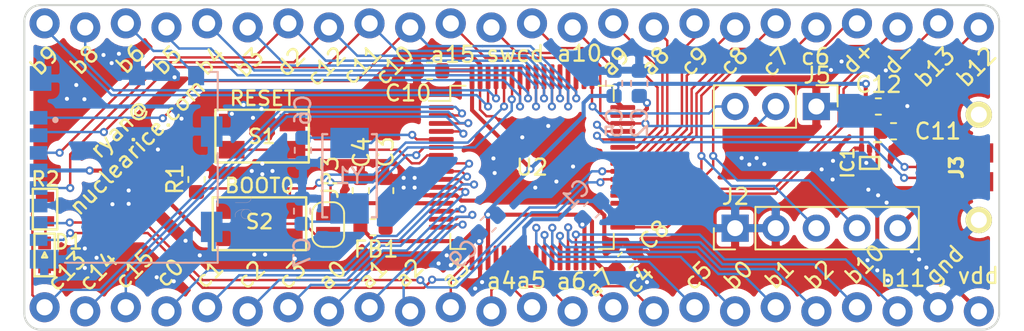
<source format=kicad_pcb>
(kicad_pcb (version 20171130) (host pcbnew "(5.1.0-0)")

  (general
    (thickness 1.6)
    (drawings 56)
    (tracks 710)
    (zones 0)
    (modules 28)
    (nets 65)
  )

  (page A4)
  (layers
    (0 F.Cu signal)
    (31 B.Cu signal)
    (32 B.Adhes user)
    (33 F.Adhes user hide)
    (34 B.Paste user)
    (35 F.Paste user)
    (36 B.SilkS user)
    (37 F.SilkS user)
    (38 B.Mask user)
    (39 F.Mask user hide)
    (40 Dwgs.User user)
    (41 Cmts.User user)
    (42 Eco1.User user)
    (43 Eco2.User user)
    (44 Edge.Cuts user)
    (45 Margin user hide)
    (46 B.CrtYd user)
    (47 F.CrtYd user)
    (48 B.Fab user)
    (49 F.Fab user)
  )

  (setup
    (last_trace_width 0.1524)
    (user_trace_width 0.1524)
    (user_trace_width 0.2032)
    (user_trace_width 0.254)
    (trace_clearance 0.1524)
    (zone_clearance 0.508)
    (zone_45_only no)
    (trace_min 0.1524)
    (via_size 0.508)
    (via_drill 0.254)
    (via_min_size 0.508)
    (via_min_drill 0.254)
    (user_via 0.762 0.508)
    (uvia_size 0.3)
    (uvia_drill 0.1)
    (uvias_allowed no)
    (uvia_min_size 0.2)
    (uvia_min_drill 0.1)
    (edge_width 0.05)
    (segment_width 0.2)
    (pcb_text_width 0.3)
    (pcb_text_size 1.5 1.5)
    (mod_edge_width 0.12)
    (mod_text_size 1 1)
    (mod_text_width 0.15)
    (pad_size 1.65 1.65)
    (pad_drill 1)
    (pad_to_mask_clearance 0.0508)
    (solder_mask_min_width 0.1016)
    (aux_axis_origin 0 0)
    (visible_elements FFFFFF7F)
    (pcbplotparams
      (layerselection 0x00000_7fffffff)
      (usegerberextensions false)
      (usegerberattributes false)
      (usegerberadvancedattributes false)
      (creategerberjobfile false)
      (excludeedgelayer true)
      (linewidth 0.100000)
      (plotframeref false)
      (viasonmask false)
      (mode 1)
      (useauxorigin false)
      (hpglpennumber 1)
      (hpglpenspeed 20)
      (hpglpendiameter 15.000000)
      (psnegative false)
      (psa4output false)
      (plotreference true)
      (plotvalue true)
      (plotinvisibletext false)
      (padsonsilk false)
      (subtractmaskfromsilk false)
      (outputformat 1)
      (mirror false)
      (drillshape 0)
      (scaleselection 1)
      (outputdirectory ""))
  )

  (net 0 "")
  (net 1 "Net-(C1-Pad2)")
  (net 2 GND)
  (net 3 "Net-(C2-Pad1)")
  (net 4 VDDA)
  (net 5 VDD)
  (net 6 OSC_IN)
  (net 7 OSC_OUT)
  (net 8 VIN)
  (net 9 "Net-(IC1-Pad4)")
  (net 10 PB10)
  (net 11 PB11)
  (net 12 PB0)
  (net 13 PB1)
  (net 14 PA0)
  (net 15 PA1)
  (net 16 PA2)
  (net 17 PA3)
  (net 18 PA4)
  (net 19 PA5)
  (net 20 PA6)
  (net 21 PA7)
  (net 22 PC5)
  (net 23 PC4)
  (net 24 PC3)
  (net 25 PC2)
  (net 26 PC1)
  (net 27 PC0)
  (net 28 PC15)
  (net 29 PC14)
  (net 30 PC13)
  (net 31 OTG_HS_DM)
  (net 32 OTG_HS_DP)
  (net 33 OTG_FS_DP)
  (net 34 "Net-(J3-Pad4)")
  (net 35 OTG_FS_DM)
  (net 36 PB3)
  (net 37 PB4)
  (net 38 PB5)
  (net 39 PB6)
  (net 40 PD2)
  (net 41 PC12)
  (net 42 PC11)
  (net 43 PC10)
  (net 44 PA15)
  (net 45 PA8)
  (net 46 PA9)
  (net 47 PA10)
  (net 48 PC9)
  (net 49 PC8)
  (net 50 PC7)
  (net 51 PC6)
  (net 52 PB12)
  (net 53 PB13)
  (net 54 "Net-(JP3-Pad1)")
  (net 55 BOOT0)
  (net 56 RESET_BTN)
  (net 57 PB9)
  (net 58 PB8)
  (net 59 SWCLK)
  (net 60 SWDIO)
  (net 61 "Net-(U2-Pad1)")
  (net 62 PB2)
  (net 63 "B7(BOOT)")
  (net 64 "Net-(D1-Pad2)")

  (net_class Default "This is the default net class."
    (clearance 0.1524)
    (trace_width 0.1524)
    (via_dia 0.508)
    (via_drill 0.254)
    (uvia_dia 0.3)
    (uvia_drill 0.1)
    (add_net "B7(BOOT)")
    (add_net BOOT0)
    (add_net "Net-(C1-Pad2)")
    (add_net "Net-(C2-Pad1)")
    (add_net "Net-(D1-Pad2)")
    (add_net "Net-(IC1-Pad4)")
    (add_net "Net-(J3-Pad4)")
    (add_net "Net-(JP3-Pad1)")
    (add_net "Net-(U2-Pad1)")
    (add_net OSC_IN)
    (add_net OSC_OUT)
    (add_net OTG_FS_DM)
    (add_net OTG_FS_DP)
    (add_net OTG_HS_DM)
    (add_net OTG_HS_DP)
    (add_net PA0)
    (add_net PA1)
    (add_net PA10)
    (add_net PA15)
    (add_net PA2)
    (add_net PA3)
    (add_net PA4)
    (add_net PA5)
    (add_net PA6)
    (add_net PA7)
    (add_net PA8)
    (add_net PA9)
    (add_net PB0)
    (add_net PB1)
    (add_net PB10)
    (add_net PB11)
    (add_net PB12)
    (add_net PB13)
    (add_net PB2)
    (add_net PB3)
    (add_net PB4)
    (add_net PB5)
    (add_net PB6)
    (add_net PB8)
    (add_net PB9)
    (add_net PC0)
    (add_net PC1)
    (add_net PC10)
    (add_net PC11)
    (add_net PC12)
    (add_net PC13)
    (add_net PC14)
    (add_net PC15)
    (add_net PC2)
    (add_net PC3)
    (add_net PC4)
    (add_net PC5)
    (add_net PC6)
    (add_net PC7)
    (add_net PC8)
    (add_net PC9)
    (add_net PD2)
    (add_net RESET_BTN)
    (add_net SWCLK)
    (add_net SWDIO)
  )

  (net_class Power ""
    (clearance 0.1524)
    (trace_width 0.254)
    (via_dia 0.508)
    (via_drill 0.254)
    (uvia_dia 0.3)
    (uvia_drill 0.1)
    (add_net GND)
    (add_net VDD)
    (add_net VDDA)
    (add_net VIN)
  )

  (module flabbergast:0603 (layer F.Cu) (tedit 57235F06) (tstamp 5E2F32D5)
    (at 91.4654 66.1162 90)
    (path /5F365C36)
    (attr smd)
    (fp_text reference R2 (at 1.8796 0.0254 180) (layer F.SilkS)
      (effects (font (size 0.89916 0.89916) (thickness 0.14986)))
    )
    (fp_text value 1kΩ (at 0 0 90) (layer Cmts.User) hide
      (effects (font (size 0.89916 0.89916) (thickness 0.14986)))
    )
    (fp_line (start -1.27 0.762) (end -1.27 -0.762) (layer F.SilkS) (width 0.14986))
    (fp_line (start 1.27 0.762) (end -1.27 0.762) (layer F.SilkS) (width 0.14986))
    (fp_line (start 1.27 -0.762) (end 1.27 0.762) (layer F.SilkS) (width 0.14986))
    (fp_line (start -1.27 -0.762) (end 1.27 -0.762) (layer F.SilkS) (width 0.14986))
    (pad 2 smd rect (at 0.762 0 90) (size 0.635 1.143) (layers F.Cu F.Paste F.Mask)
      (net 30 PC13))
    (pad 1 smd rect (at -0.762 0 90) (size 0.635 1.143) (layers F.Cu F.Paste F.Mask)
      (net 64 "Net-(D1-Pad2)"))
    (model smd\capacitors\C0603.wrl
      (offset (xyz 0 0 0.02539999961853028))
      (scale (xyz 0.5 0.5 0.5))
      (rotate (xyz 0 0 0))
    )
  )

  (module flabbergast:LED-0603 (layer F.Cu) (tedit 57235EC0) (tstamp 5E2F2BCA)
    (at 91.44 68.9864 90)
    (descr "LED 0603 smd package")
    (tags "LED led 0603 SMD smd SMT smt smdled SMDLED smtled SMTLED")
    (path /5F30A693)
    (attr smd)
    (fp_text reference D1 (at 0.8128 1.4986 180) (layer F.SilkS)
      (effects (font (size 0.89916 0.89916) (thickness 0.14986)))
    )
    (fp_text value LED (at 0 -1.2065 90) (layer Cmts.User) hide
      (effects (font (size 0.89916 0.89916) (thickness 0.14986)))
    )
    (fp_line (start -1.3335 0.635) (end -1.3335 -0.635) (layer F.SilkS) (width 0.14986))
    (fp_line (start 1.3335 0.635) (end -1.3335 0.635) (layer F.SilkS) (width 0.14986))
    (fp_line (start 1.3335 -0.635) (end 1.3335 0.635) (layer F.SilkS) (width 0.14986))
    (fp_line (start -1.3335 -0.635) (end 1.3335 -0.635) (layer F.SilkS) (width 0.14986))
    (fp_line (start -0.1524 0.1524) (end -0.1524 -0.1524) (layer F.SilkS) (width 0.14986))
    (fp_line (start 0.1524 0) (end -0.1524 0.1524) (layer F.SilkS) (width 0.14986))
    (fp_line (start -0.1524 -0.1524) (end 0.1524 0) (layer F.SilkS) (width 0.14986))
    (pad 2 smd rect (at 0.7493 0 90) (size 0.79756 0.79756) (layers F.Cu F.Paste F.Mask)
      (net 64 "Net-(D1-Pad2)"))
    (pad 1 smd rect (at -0.7493 0 90) (size 0.79756 0.79756) (layers F.Cu F.Paste F.Mask)
      (net 2 GND))
  )

  (module Package_QFP:LQFP-64_10x10mm_P0.5mm (layer F.Cu) (tedit 5C194D4E) (tstamp 5E29D3E7)
    (at 121.92 63.5)
    (descr "LQFP, 64 Pin (https://www.analog.com/media/en/technical-documentation/data-sheets/ad7606_7606-6_7606-4.pdf), generated with kicad-footprint-generator ipc_gullwing_generator.py")
    (tags "LQFP QFP")
    (path /5E206BB4)
    (attr smd)
    (fp_text reference U2 (at 0 0) (layer F.SilkS)
      (effects (font (size 1 1) (thickness 0.15)))
    )
    (fp_text value STM32F205RGTx (at 0 7.4) (layer F.Fab)
      (effects (font (size 1 1) (thickness 0.15)))
    )
    (fp_text user %R (at 0 0) (layer F.Fab)
      (effects (font (size 1 1) (thickness 0.15)))
    )
    (fp_line (start 6.7 4.15) (end 6.7 0) (layer F.CrtYd) (width 0.05))
    (fp_line (start 5.25 4.15) (end 6.7 4.15) (layer F.CrtYd) (width 0.05))
    (fp_line (start 5.25 5.25) (end 5.25 4.15) (layer F.CrtYd) (width 0.05))
    (fp_line (start 4.15 5.25) (end 5.25 5.25) (layer F.CrtYd) (width 0.05))
    (fp_line (start 4.15 6.7) (end 4.15 5.25) (layer F.CrtYd) (width 0.05))
    (fp_line (start 0 6.7) (end 4.15 6.7) (layer F.CrtYd) (width 0.05))
    (fp_line (start -6.7 4.15) (end -6.7 0) (layer F.CrtYd) (width 0.05))
    (fp_line (start -5.25 4.15) (end -6.7 4.15) (layer F.CrtYd) (width 0.05))
    (fp_line (start -5.25 5.25) (end -5.25 4.15) (layer F.CrtYd) (width 0.05))
    (fp_line (start -4.15 5.25) (end -5.25 5.25) (layer F.CrtYd) (width 0.05))
    (fp_line (start -4.15 6.7) (end -4.15 5.25) (layer F.CrtYd) (width 0.05))
    (fp_line (start 0 6.7) (end -4.15 6.7) (layer F.CrtYd) (width 0.05))
    (fp_line (start 6.7 -4.15) (end 6.7 0) (layer F.CrtYd) (width 0.05))
    (fp_line (start 5.25 -4.15) (end 6.7 -4.15) (layer F.CrtYd) (width 0.05))
    (fp_line (start 5.25 -5.25) (end 5.25 -4.15) (layer F.CrtYd) (width 0.05))
    (fp_line (start 4.15 -5.25) (end 5.25 -5.25) (layer F.CrtYd) (width 0.05))
    (fp_line (start 4.15 -6.7) (end 4.15 -5.25) (layer F.CrtYd) (width 0.05))
    (fp_line (start 0 -6.7) (end 4.15 -6.7) (layer F.CrtYd) (width 0.05))
    (fp_line (start -6.7 -4.15) (end -6.7 0) (layer F.CrtYd) (width 0.05))
    (fp_line (start -5.25 -4.15) (end -6.7 -4.15) (layer F.CrtYd) (width 0.05))
    (fp_line (start -5.25 -5.25) (end -5.25 -4.15) (layer F.CrtYd) (width 0.05))
    (fp_line (start -4.15 -5.25) (end -5.25 -5.25) (layer F.CrtYd) (width 0.05))
    (fp_line (start -4.15 -6.7) (end -4.15 -5.25) (layer F.CrtYd) (width 0.05))
    (fp_line (start 0 -6.7) (end -4.15 -6.7) (layer F.CrtYd) (width 0.05))
    (fp_line (start -5 -4) (end -4 -5) (layer F.Fab) (width 0.1))
    (fp_line (start -5 5) (end -5 -4) (layer F.Fab) (width 0.1))
    (fp_line (start 5 5) (end -5 5) (layer F.Fab) (width 0.1))
    (fp_line (start 5 -5) (end 5 5) (layer F.Fab) (width 0.1))
    (fp_line (start -4 -5) (end 5 -5) (layer F.Fab) (width 0.1))
    (fp_line (start -5.11 -4.16) (end -6.45 -4.16) (layer F.SilkS) (width 0.12))
    (fp_line (start -5.11 -5.11) (end -5.11 -4.16) (layer F.SilkS) (width 0.12))
    (fp_line (start -4.16 -5.11) (end -5.11 -5.11) (layer F.SilkS) (width 0.12))
    (fp_line (start 5.11 -5.11) (end 5.11 -4.16) (layer F.SilkS) (width 0.12))
    (fp_line (start 4.16 -5.11) (end 5.11 -5.11) (layer F.SilkS) (width 0.12))
    (fp_line (start -5.11 5.11) (end -5.11 4.16) (layer F.SilkS) (width 0.12))
    (fp_line (start -4.16 5.11) (end -5.11 5.11) (layer F.SilkS) (width 0.12))
    (fp_line (start 5.11 5.11) (end 5.11 4.16) (layer F.SilkS) (width 0.12))
    (fp_line (start 4.16 5.11) (end 5.11 5.11) (layer F.SilkS) (width 0.12))
    (pad 64 smd roundrect (at -3.75 -5.675) (size 0.3 1.55) (layers F.Cu F.Paste F.Mask) (roundrect_rratio 0.25)
      (net 5 VDD))
    (pad 63 smd roundrect (at -3.25 -5.675) (size 0.3 1.55) (layers F.Cu F.Paste F.Mask) (roundrect_rratio 0.25)
      (net 2 GND))
    (pad 62 smd roundrect (at -2.75 -5.675) (size 0.3 1.55) (layers F.Cu F.Paste F.Mask) (roundrect_rratio 0.25)
      (net 57 PB9))
    (pad 61 smd roundrect (at -2.25 -5.675) (size 0.3 1.55) (layers F.Cu F.Paste F.Mask) (roundrect_rratio 0.25)
      (net 58 PB8))
    (pad 60 smd roundrect (at -1.75 -5.675) (size 0.3 1.55) (layers F.Cu F.Paste F.Mask) (roundrect_rratio 0.25)
      (net 55 BOOT0))
    (pad 59 smd roundrect (at -1.25 -5.675) (size 0.3 1.55) (layers F.Cu F.Paste F.Mask) (roundrect_rratio 0.25)
      (net 63 "B7(BOOT)"))
    (pad 58 smd roundrect (at -0.75 -5.675) (size 0.3 1.55) (layers F.Cu F.Paste F.Mask) (roundrect_rratio 0.25)
      (net 39 PB6))
    (pad 57 smd roundrect (at -0.25 -5.675) (size 0.3 1.55) (layers F.Cu F.Paste F.Mask) (roundrect_rratio 0.25)
      (net 38 PB5))
    (pad 56 smd roundrect (at 0.25 -5.675) (size 0.3 1.55) (layers F.Cu F.Paste F.Mask) (roundrect_rratio 0.25)
      (net 37 PB4))
    (pad 55 smd roundrect (at 0.75 -5.675) (size 0.3 1.55) (layers F.Cu F.Paste F.Mask) (roundrect_rratio 0.25)
      (net 36 PB3))
    (pad 54 smd roundrect (at 1.25 -5.675) (size 0.3 1.55) (layers F.Cu F.Paste F.Mask) (roundrect_rratio 0.25)
      (net 40 PD2))
    (pad 53 smd roundrect (at 1.75 -5.675) (size 0.3 1.55) (layers F.Cu F.Paste F.Mask) (roundrect_rratio 0.25)
      (net 41 PC12))
    (pad 52 smd roundrect (at 2.25 -5.675) (size 0.3 1.55) (layers F.Cu F.Paste F.Mask) (roundrect_rratio 0.25)
      (net 42 PC11))
    (pad 51 smd roundrect (at 2.75 -5.675) (size 0.3 1.55) (layers F.Cu F.Paste F.Mask) (roundrect_rratio 0.25)
      (net 43 PC10))
    (pad 50 smd roundrect (at 3.25 -5.675) (size 0.3 1.55) (layers F.Cu F.Paste F.Mask) (roundrect_rratio 0.25)
      (net 44 PA15))
    (pad 49 smd roundrect (at 3.75 -5.675) (size 0.3 1.55) (layers F.Cu F.Paste F.Mask) (roundrect_rratio 0.25)
      (net 59 SWCLK))
    (pad 48 smd roundrect (at 5.675 -3.75) (size 1.55 0.3) (layers F.Cu F.Paste F.Mask) (roundrect_rratio 0.25)
      (net 5 VDD))
    (pad 47 smd roundrect (at 5.675 -3.25) (size 1.55 0.3) (layers F.Cu F.Paste F.Mask) (roundrect_rratio 0.25)
      (net 3 "Net-(C2-Pad1)"))
    (pad 46 smd roundrect (at 5.675 -2.75) (size 1.55 0.3) (layers F.Cu F.Paste F.Mask) (roundrect_rratio 0.25)
      (net 60 SWDIO))
    (pad 45 smd roundrect (at 5.675 -2.25) (size 1.55 0.3) (layers F.Cu F.Paste F.Mask) (roundrect_rratio 0.25)
      (net 33 OTG_FS_DP))
    (pad 44 smd roundrect (at 5.675 -1.75) (size 1.55 0.3) (layers F.Cu F.Paste F.Mask) (roundrect_rratio 0.25)
      (net 35 OTG_FS_DM))
    (pad 43 smd roundrect (at 5.675 -1.25) (size 1.55 0.3) (layers F.Cu F.Paste F.Mask) (roundrect_rratio 0.25)
      (net 47 PA10))
    (pad 42 smd roundrect (at 5.675 -0.75) (size 1.55 0.3) (layers F.Cu F.Paste F.Mask) (roundrect_rratio 0.25)
      (net 46 PA9))
    (pad 41 smd roundrect (at 5.675 -0.25) (size 1.55 0.3) (layers F.Cu F.Paste F.Mask) (roundrect_rratio 0.25)
      (net 45 PA8))
    (pad 40 smd roundrect (at 5.675 0.25) (size 1.55 0.3) (layers F.Cu F.Paste F.Mask) (roundrect_rratio 0.25)
      (net 48 PC9))
    (pad 39 smd roundrect (at 5.675 0.75) (size 1.55 0.3) (layers F.Cu F.Paste F.Mask) (roundrect_rratio 0.25)
      (net 49 PC8))
    (pad 38 smd roundrect (at 5.675 1.25) (size 1.55 0.3) (layers F.Cu F.Paste F.Mask) (roundrect_rratio 0.25)
      (net 50 PC7))
    (pad 37 smd roundrect (at 5.675 1.75) (size 1.55 0.3) (layers F.Cu F.Paste F.Mask) (roundrect_rratio 0.25)
      (net 51 PC6))
    (pad 36 smd roundrect (at 5.675 2.25) (size 1.55 0.3) (layers F.Cu F.Paste F.Mask) (roundrect_rratio 0.25)
      (net 32 OTG_HS_DP))
    (pad 35 smd roundrect (at 5.675 2.75) (size 1.55 0.3) (layers F.Cu F.Paste F.Mask) (roundrect_rratio 0.25)
      (net 31 OTG_HS_DM))
    (pad 34 smd roundrect (at 5.675 3.25) (size 1.55 0.3) (layers F.Cu F.Paste F.Mask) (roundrect_rratio 0.25)
      (net 53 PB13))
    (pad 33 smd roundrect (at 5.675 3.75) (size 1.55 0.3) (layers F.Cu F.Paste F.Mask) (roundrect_rratio 0.25)
      (net 52 PB12))
    (pad 32 smd roundrect (at 3.75 5.675) (size 0.3 1.55) (layers F.Cu F.Paste F.Mask) (roundrect_rratio 0.25)
      (net 5 VDD))
    (pad 31 smd roundrect (at 3.25 5.675) (size 0.3 1.55) (layers F.Cu F.Paste F.Mask) (roundrect_rratio 0.25)
      (net 1 "Net-(C1-Pad2)"))
    (pad 30 smd roundrect (at 2.75 5.675) (size 0.3 1.55) (layers F.Cu F.Paste F.Mask) (roundrect_rratio 0.25)
      (net 11 PB11))
    (pad 29 smd roundrect (at 2.25 5.675) (size 0.3 1.55) (layers F.Cu F.Paste F.Mask) (roundrect_rratio 0.25)
      (net 10 PB10))
    (pad 28 smd roundrect (at 1.75 5.675) (size 0.3 1.55) (layers F.Cu F.Paste F.Mask) (roundrect_rratio 0.25)
      (net 62 PB2))
    (pad 27 smd roundrect (at 1.25 5.675) (size 0.3 1.55) (layers F.Cu F.Paste F.Mask) (roundrect_rratio 0.25)
      (net 13 PB1))
    (pad 26 smd roundrect (at 0.75 5.675) (size 0.3 1.55) (layers F.Cu F.Paste F.Mask) (roundrect_rratio 0.25)
      (net 12 PB0))
    (pad 25 smd roundrect (at 0.25 5.675) (size 0.3 1.55) (layers F.Cu F.Paste F.Mask) (roundrect_rratio 0.25)
      (net 22 PC5))
    (pad 24 smd roundrect (at -0.25 5.675) (size 0.3 1.55) (layers F.Cu F.Paste F.Mask) (roundrect_rratio 0.25)
      (net 23 PC4))
    (pad 23 smd roundrect (at -0.75 5.675) (size 0.3 1.55) (layers F.Cu F.Paste F.Mask) (roundrect_rratio 0.25)
      (net 21 PA7))
    (pad 22 smd roundrect (at -1.25 5.675) (size 0.3 1.55) (layers F.Cu F.Paste F.Mask) (roundrect_rratio 0.25)
      (net 20 PA6))
    (pad 21 smd roundrect (at -1.75 5.675) (size 0.3 1.55) (layers F.Cu F.Paste F.Mask) (roundrect_rratio 0.25)
      (net 19 PA5))
    (pad 20 smd roundrect (at -2.25 5.675) (size 0.3 1.55) (layers F.Cu F.Paste F.Mask) (roundrect_rratio 0.25)
      (net 18 PA4))
    (pad 19 smd roundrect (at -2.75 5.675) (size 0.3 1.55) (layers F.Cu F.Paste F.Mask) (roundrect_rratio 0.25)
      (net 5 VDD))
    (pad 18 smd roundrect (at -3.25 5.675) (size 0.3 1.55) (layers F.Cu F.Paste F.Mask) (roundrect_rratio 0.25)
      (net 2 GND))
    (pad 17 smd roundrect (at -3.75 5.675) (size 0.3 1.55) (layers F.Cu F.Paste F.Mask) (roundrect_rratio 0.25)
      (net 17 PA3))
    (pad 16 smd roundrect (at -5.675 3.75) (size 1.55 0.3) (layers F.Cu F.Paste F.Mask) (roundrect_rratio 0.25)
      (net 16 PA2))
    (pad 15 smd roundrect (at -5.675 3.25) (size 1.55 0.3) (layers F.Cu F.Paste F.Mask) (roundrect_rratio 0.25)
      (net 15 PA1))
    (pad 14 smd roundrect (at -5.675 2.75) (size 1.55 0.3) (layers F.Cu F.Paste F.Mask) (roundrect_rratio 0.25)
      (net 14 PA0))
    (pad 13 smd roundrect (at -5.675 2.25) (size 1.55 0.3) (layers F.Cu F.Paste F.Mask) (roundrect_rratio 0.25)
      (net 4 VDDA))
    (pad 12 smd roundrect (at -5.675 1.75) (size 1.55 0.3) (layers F.Cu F.Paste F.Mask) (roundrect_rratio 0.25)
      (net 2 GND))
    (pad 11 smd roundrect (at -5.675 1.25) (size 1.55 0.3) (layers F.Cu F.Paste F.Mask) (roundrect_rratio 0.25)
      (net 24 PC3))
    (pad 10 smd roundrect (at -5.675 0.75) (size 1.55 0.3) (layers F.Cu F.Paste F.Mask) (roundrect_rratio 0.25)
      (net 25 PC2))
    (pad 9 smd roundrect (at -5.675 0.25) (size 1.55 0.3) (layers F.Cu F.Paste F.Mask) (roundrect_rratio 0.25)
      (net 26 PC1))
    (pad 8 smd roundrect (at -5.675 -0.25) (size 1.55 0.3) (layers F.Cu F.Paste F.Mask) (roundrect_rratio 0.25)
      (net 27 PC0))
    (pad 7 smd roundrect (at -5.675 -0.75) (size 1.55 0.3) (layers F.Cu F.Paste F.Mask) (roundrect_rratio 0.25)
      (net 56 RESET_BTN))
    (pad 6 smd roundrect (at -5.675 -1.25) (size 1.55 0.3) (layers F.Cu F.Paste F.Mask) (roundrect_rratio 0.25)
      (net 7 OSC_OUT))
    (pad 5 smd roundrect (at -5.675 -1.75) (size 1.55 0.3) (layers F.Cu F.Paste F.Mask) (roundrect_rratio 0.25)
      (net 6 OSC_IN))
    (pad 4 smd roundrect (at -5.675 -2.25) (size 1.55 0.3) (layers F.Cu F.Paste F.Mask) (roundrect_rratio 0.25)
      (net 28 PC15))
    (pad 3 smd roundrect (at -5.675 -2.75) (size 1.55 0.3) (layers F.Cu F.Paste F.Mask) (roundrect_rratio 0.25)
      (net 29 PC14))
    (pad 2 smd roundrect (at -5.675 -3.25) (size 1.55 0.3) (layers F.Cu F.Paste F.Mask) (roundrect_rratio 0.25)
      (net 30 PC13))
    (pad 1 smd roundrect (at -5.675 -3.75) (size 1.55 0.3) (layers F.Cu F.Paste F.Mask) (roundrect_rratio 0.25)
      (net 61 "Net-(U2-Pad1)"))
    (model ${KISYS3DMOD}/Package_QFP.3dshapes/LQFP-64_10x10mm_P0.5mm.wrl
      (at (xyz 0 0 0))
      (scale (xyz 1 1 1))
      (rotate (xyz 0 0 0))
    )
  )

  (module Capacitor_SMD:C_0603_1608Metric (layer B.Cu) (tedit 5B301BBE) (tstamp 5E2E46C5)
    (at 128.6256 58.2422 90)
    (descr "Capacitor SMD 0603 (1608 Metric), square (rectangular) end terminal, IPC_7351 nominal, (Body size source: http://www.tortai-tech.com/upload/download/2011102023233369053.pdf), generated with kicad-footprint-generator")
    (tags capacitor)
    (path /5E217C71)
    (attr smd)
    (fp_text reference C2 (at -2.4638 0.0254 90) (layer B.SilkS)
      (effects (font (size 1 1) (thickness 0.15)) (justify mirror))
    )
    (fp_text value 2.2µF (at 0 -1.43 90) (layer B.Fab)
      (effects (font (size 1 1) (thickness 0.15)) (justify mirror))
    )
    (fp_text user %R (at 0 0 90) (layer B.Fab)
      (effects (font (size 0.4 0.4) (thickness 0.06)) (justify mirror))
    )
    (fp_line (start 1.48 -0.73) (end -1.48 -0.73) (layer B.CrtYd) (width 0.05))
    (fp_line (start 1.48 0.73) (end 1.48 -0.73) (layer B.CrtYd) (width 0.05))
    (fp_line (start -1.48 0.73) (end 1.48 0.73) (layer B.CrtYd) (width 0.05))
    (fp_line (start -1.48 -0.73) (end -1.48 0.73) (layer B.CrtYd) (width 0.05))
    (fp_line (start -0.162779 -0.51) (end 0.162779 -0.51) (layer B.SilkS) (width 0.12))
    (fp_line (start -0.162779 0.51) (end 0.162779 0.51) (layer B.SilkS) (width 0.12))
    (fp_line (start 0.8 -0.4) (end -0.8 -0.4) (layer B.Fab) (width 0.1))
    (fp_line (start 0.8 0.4) (end 0.8 -0.4) (layer B.Fab) (width 0.1))
    (fp_line (start -0.8 0.4) (end 0.8 0.4) (layer B.Fab) (width 0.1))
    (fp_line (start -0.8 -0.4) (end -0.8 0.4) (layer B.Fab) (width 0.1))
    (pad 2 smd roundrect (at 0.7875 0 90) (size 0.875 0.95) (layers B.Cu B.Paste B.Mask) (roundrect_rratio 0.25)
      (net 2 GND))
    (pad 1 smd roundrect (at -0.7875 0 90) (size 0.875 0.95) (layers B.Cu B.Paste B.Mask) (roundrect_rratio 0.25)
      (net 3 "Net-(C2-Pad1)"))
    (model ${KISYS3DMOD}/Capacitor_SMD.3dshapes/C_0603_1608Metric.wrl
      (at (xyz 0 0 0))
      (scale (xyz 1 1 1))
      (rotate (xyz 0 0 0))
    )
  )

  (module Capacitor_SMD:C_0603_1608Metric (layer B.Cu) (tedit 5B301BBE) (tstamp 5E2B02B6)
    (at 125.6538 66.167 225)
    (descr "Capacitor SMD 0603 (1608 Metric), square (rectangular) end terminal, IPC_7351 nominal, (Body size source: http://www.tortai-tech.com/upload/download/2011102023233369053.pdf), generated with kicad-footprint-generator")
    (tags capacitor)
    (path /5E216707)
    (attr smd)
    (fp_text reference C1 (at 0 1.43 225) (layer B.SilkS)
      (effects (font (size 1 1) (thickness 0.15)) (justify mirror))
    )
    (fp_text value 2.2µF (at 0 -1.43 225) (layer B.Fab)
      (effects (font (size 1 1) (thickness 0.15)) (justify mirror))
    )
    (fp_text user %R (at 0 0 225) (layer B.Fab)
      (effects (font (size 0.4 0.4) (thickness 0.06)) (justify mirror))
    )
    (fp_line (start 1.48 -0.73) (end -1.48 -0.73) (layer B.CrtYd) (width 0.05))
    (fp_line (start 1.48 0.73) (end 1.48 -0.73) (layer B.CrtYd) (width 0.05))
    (fp_line (start -1.48 0.73) (end 1.48 0.73) (layer B.CrtYd) (width 0.05))
    (fp_line (start -1.48 -0.73) (end -1.48 0.73) (layer B.CrtYd) (width 0.05))
    (fp_line (start -0.162779 -0.51) (end 0.162779 -0.51) (layer B.SilkS) (width 0.12))
    (fp_line (start -0.162779 0.51) (end 0.162779 0.51) (layer B.SilkS) (width 0.12))
    (fp_line (start 0.8 -0.4) (end -0.8 -0.4) (layer B.Fab) (width 0.1))
    (fp_line (start 0.8 0.4) (end 0.8 -0.4) (layer B.Fab) (width 0.1))
    (fp_line (start -0.8 0.4) (end 0.8 0.4) (layer B.Fab) (width 0.1))
    (fp_line (start -0.8 -0.4) (end -0.8 0.4) (layer B.Fab) (width 0.1))
    (pad 2 smd roundrect (at 0.7875 0 225) (size 0.875 0.95) (layers B.Cu B.Paste B.Mask) (roundrect_rratio 0.25)
      (net 1 "Net-(C1-Pad2)"))
    (pad 1 smd roundrect (at -0.7875 0 225) (size 0.875 0.95) (layers B.Cu B.Paste B.Mask) (roundrect_rratio 0.25)
      (net 2 GND))
    (model ${KISYS3DMOD}/Capacitor_SMD.3dshapes/C_0603_1608Metric.wrl
      (at (xyz 0 0 0))
      (scale (xyz 1 1 1))
      (rotate (xyz 0 0 0))
    )
  )

  (module stm32_qfp64_breakout:MOLEX_104031-0811 (layer B.Cu) (tedit 5E27CBEB) (tstamp 5E2D5743)
    (at 96.266 63.5 90)
    (path /5EFB2915)
    (fp_text reference J6 (at -2.545225 7.635735 90) (layer B.SilkS)
      (effects (font (size 1.002071 1.002071) (thickness 0.015)) (justify mirror))
    )
    (fp_text value Micro_SD_Card (at 5.092335 -7.002025 90) (layer B.Fab)
      (effects (font (size 1.002433 1.002433) (thickness 0.015)) (justify mirror))
    )
    (fp_line (start -4.953 6) (end -5.975 6) (layer B.SilkS) (width 0.127))
    (fp_line (start -5.975 6) (end -5.975 -3.556) (layer B.SilkS) (width 0.127))
    (fp_line (start 3.556 6) (end 5.975 6) (layer B.SilkS) (width 0.127))
    (fp_line (start 5.975 6) (end 5.975 5.461) (layer B.SilkS) (width 0.127))
    (fp_line (start 0.889 6) (end -2.413 6) (layer B.SilkS) (width 0.127))
    (fp_line (start -5.975 6) (end 5.975 6) (layer B.Fab) (width 0.1))
    (fp_line (start 5.975 6) (end 5.975 -5.45) (layer B.Fab) (width 0.1))
    (fp_line (start 5.975 -5.45) (end -5.975 -5.45) (layer B.Fab) (width 0.1))
    (fp_line (start -5.975 -5.45) (end -5.975 6) (layer B.Fab) (width 0.1))
    (fp_line (start -6.731 -6.096) (end 6.604 -6.096) (layer B.CrtYd) (width 0.05))
    (fp_line (start 6.604 -6.096) (end 6.604 6.604) (layer B.CrtYd) (width 0.05))
    (fp_line (start 6.604 6.604) (end -6.731 6.604) (layer B.CrtYd) (width 0.05))
    (fp_line (start -6.731 6.604) (end -6.731 -6.096) (layer B.CrtYd) (width 0.05))
    (fp_circle (center 2.968 -4.151) (end 3.068 -4.151) (layer B.SilkS) (width 0.2))
    (pad 8 smd rect (at -4.545 -5.2 90) (size 0.75 1.1) (layers B.Cu B.Paste B.Mask)
      (net 48 PC9))
    (pad 7 smd rect (at -3.495 -5.2 90) (size 0.85 1.1) (layers B.Cu B.Paste B.Mask)
      (net 49 PC8))
    (pad 6 smd rect (at -2.395 -5.2 90) (size 0.85 1.1) (layers B.Cu B.Paste B.Mask)
      (net 2 GND))
    (pad 5 smd rect (at -1.295 -5.2 90) (size 0.85 1.1) (layers B.Cu B.Paste B.Mask)
      (net 41 PC12))
    (pad 4 smd rect (at -0.195 -5.2 90) (size 0.85 1.1) (layers B.Cu B.Paste B.Mask)
      (net 5 VDD))
    (pad 3 smd rect (at 0.905 -5.2 90) (size 0.85 1.1) (layers B.Cu B.Paste B.Mask)
      (net 40 PD2))
    (pad 2 smd rect (at 2.005 -5.2 90) (size 0.875 1.1) (layers B.Cu B.Paste B.Mask)
      (net 42 PC11))
    (pad 1 smd rect (at 3.105 -5.2 90) (size 0.85 1.1) (layers B.Cu B.Paste B.Mask)
      (net 43 PC10))
    (pad 9 smd rect (at 5.74 0.95 90) (size 1.2 1) (layers B.Cu B.Paste B.Mask)
      (net 2 GND))
    (pad 10 smd rect (at 5.74 4.65 90) (size 1.2 1) (layers B.Cu B.Paste B.Mask)
      (net 39 PB6))
    (pad G3 smd rect (at -3.73 5.625 90) (size 1.9 1.35) (layers B.Cu B.Paste B.Mask)
      (net 2 GND))
    (pad G4 smd rect (at 2.24 5.625 90) (size 1.9 1.35) (layers B.Cu B.Paste B.Mask)
      (net 2 GND))
    (pad G2 smd rect (at -5.755 -4.85 90) (size 1.17 1.8) (layers B.Cu B.Paste B.Mask)
      (net 2 GND))
    (pad G1 smd rect (at 5.565 -5.075 90) (size 1.55 1.35) (layers B.Cu B.Paste B.Mask)
      (net 2 GND))
  )

  (module flabbergast:SOT-563 (layer F.Cu) (tedit 5723A697) (tstamp 5E29BFEE)
    (at 143.026556 63.222368 270)
    (path /5E2A9BF0)
    (attr smd)
    (fp_text reference IC1 (at 0 1.370756 270) (layer F.SilkS)
      (effects (font (size 0.8 0.8) (thickness 0.15)))
    )
    (fp_text value NCV8170 (at 0 1.27 270) (layer Cmts.User)
      (effects (font (size 0.8 0.8) (thickness 0.15)))
    )
    (fp_line (start -0.371 0.596) (end -0.371 -0.596) (layer F.SilkS) (width 0.15))
    (fp_line (start 0.371 0.596) (end -0.371 0.596) (layer F.SilkS) (width 0.15))
    (fp_line (start 0.371 -0.596) (end 0.371 0.596) (layer F.SilkS) (width 0.15))
    (fp_line (start -1.3 -0.7) (end -1.3 -0.3) (layer F.SilkS) (width 0.15))
    (fp_line (start 0.371 -0.596) (end -0.371 -0.596) (layer F.SilkS) (width 0.15))
    (pad 6 smd rect (at 0.9 -0.5 90) (size 0.5 0.33) (layers F.Cu F.Paste F.Mask)
      (net 8 VIN))
    (pad 4 smd rect (at 0.9 0.5 90) (size 0.5 0.33) (layers F.Cu F.Paste F.Mask)
      (net 9 "Net-(IC1-Pad4)"))
    (pad 2 smd rect (at -0.9 0 90) (size 0.5 0.33) (layers F.Cu F.Paste F.Mask)
      (net 2 GND))
    (pad 3 smd rect (at -0.9 0.5 90) (size 0.5 0.33) (layers F.Cu F.Paste F.Mask)
      (net 5 VDD))
    (pad 1 smd rect (at -0.9 -0.5 90) (size 0.5 0.33) (layers F.Cu F.Paste F.Mask)
      (net 8 VIN))
    (pad 5 smd rect (at 0.9 0 90) (size 0.5 0.33) (layers F.Cu F.Paste F.Mask)
      (net 2 GND))
    (model smd_trans/tsot-6.wrl
      (at (xyz 0 0 0))
      (scale (xyz 0.5 0.6 0.5))
      (rotate (xyz 0 0 90))
    )
  )

  (module flabbergast:USB_microB_2TH_OSHPARK (layer F.Cu) (tedit 5E24B42F) (tstamp 5E29B578)
    (at 149.86 63.5 90)
    (descr "USB microB 4pads THT")
    (tags "USB microB")
    (path /5E2C6CE5)
    (fp_text reference J3 (at 0 -1.397 90) (layer F.SilkS)
      (effects (font (size 0.8128 0.8128) (thickness 0.2032)))
    )
    (fp_text value USB_mini_micro_B (at 0 0 90) (layer F.SilkS) hide
      (effects (font (size 0.6 0.6) (thickness 0.15)))
    )
    (fp_line (start 3.75 2.15) (end 3.75 1.35) (layer Dwgs.User) (width 0.2))
    (fp_line (start -3.75 2.15) (end 3.75 2.15) (layer Dwgs.User) (width 0.2))
    (fp_line (start -3.75 2.15) (end -3.75 1.35) (layer Dwgs.User) (width 0.2))
    (fp_line (start -3 1.45) (end 3 1.45) (layer Dwgs.User) (width 0.2))
    (fp_line (start -3.75 2.15) (end -4.25 2.675) (layer Dwgs.User) (width 0.2))
    (fp_line (start 3.75 2.15) (end 4.25 2.75) (layer Dwgs.User) (width 0.2))
    (fp_text user "PCB edge" (at -0.05 1.45 90) (layer F.SilkS) hide
      (effects (font (size 0.5 0.5) (thickness 0.125)))
    )
    (pad "" smd rect (at 0.9 0 270) (size 1.2 1.8) (layers F.Cu F.Paste F.Mask))
    (pad "" smd rect (at -0.9 0 270) (size 1.2 1.8) (layers F.Cu F.Paste F.Mask))
    (pad 6 thru_hole circle (at -3.3 0 90) (size 1.65 1.65) (drill 1) (layers *.Cu *.Mask F.SilkS)
      (net 2 GND))
    (pad 1 smd rect (at -1.3 -3 270) (size 0.4 1.85) (layers F.Cu F.Paste F.Mask)
      (net 8 VIN) (clearance 0.1))
    (pad 2 smd rect (at -0.65 -3 270) (size 0.4 1.85) (layers F.Cu F.Paste F.Mask)
      (net 35 OTG_FS_DM) (clearance 0.1))
    (pad 3 smd rect (at 0 -3 270) (size 0.4 1.85) (layers F.Cu F.Paste F.Mask)
      (net 33 OTG_FS_DP) (clearance 0.1))
    (pad 4 smd rect (at 0.65 -3 270) (size 0.4 1.85) (layers F.Cu F.Paste F.Mask)
      (net 34 "Net-(J3-Pad4)") (clearance 0.1))
    (pad 5 smd rect (at 1.3 -3 270) (size 0.4 1.85) (layers F.Cu F.Paste F.Mask)
      (net 2 GND) (clearance 0.1))
    (pad 6 thru_hole circle (at 3.3 0 90) (size 1.65 1.65) (drill 1) (layers *.Cu *.Mask F.SilkS)
      (net 2 GND))
  )

  (module Capacitor_SMD:C_0603_1608Metric (layer F.Cu) (tedit 5B301BBE) (tstamp 5E29C01A)
    (at 144.526 61.2394)
    (descr "Capacitor SMD 0603 (1608 Metric), square (rectangular) end terminal, IPC_7351 nominal, (Body size source: http://www.tortai-tech.com/upload/download/2011102023233369053.pdf), generated with kicad-footprint-generator")
    (tags capacitor)
    (path /5E2B3306)
    (attr smd)
    (fp_text reference C11 (at 2.7686 0) (layer F.SilkS)
      (effects (font (size 1 1) (thickness 0.15)))
    )
    (fp_text value 2.2µF (at 0 1.43) (layer F.Fab)
      (effects (font (size 1 1) (thickness 0.15)))
    )
    (fp_text user %R (at 0 0) (layer F.Fab)
      (effects (font (size 0.4 0.4) (thickness 0.06)))
    )
    (fp_line (start 1.48 0.73) (end -1.48 0.73) (layer F.CrtYd) (width 0.05))
    (fp_line (start 1.48 -0.73) (end 1.48 0.73) (layer F.CrtYd) (width 0.05))
    (fp_line (start -1.48 -0.73) (end 1.48 -0.73) (layer F.CrtYd) (width 0.05))
    (fp_line (start -1.48 0.73) (end -1.48 -0.73) (layer F.CrtYd) (width 0.05))
    (fp_line (start -0.162779 0.51) (end 0.162779 0.51) (layer F.SilkS) (width 0.12))
    (fp_line (start -0.162779 -0.51) (end 0.162779 -0.51) (layer F.SilkS) (width 0.12))
    (fp_line (start 0.8 0.4) (end -0.8 0.4) (layer F.Fab) (width 0.1))
    (fp_line (start 0.8 -0.4) (end 0.8 0.4) (layer F.Fab) (width 0.1))
    (fp_line (start -0.8 -0.4) (end 0.8 -0.4) (layer F.Fab) (width 0.1))
    (fp_line (start -0.8 0.4) (end -0.8 -0.4) (layer F.Fab) (width 0.1))
    (pad 2 smd roundrect (at 0.7875 0) (size 0.875 0.95) (layers F.Cu F.Paste F.Mask) (roundrect_rratio 0.25)
      (net 2 GND))
    (pad 1 smd roundrect (at -0.7875 0) (size 0.875 0.95) (layers F.Cu F.Paste F.Mask) (roundrect_rratio 0.25)
      (net 8 VIN))
    (model ${KISYS3DMOD}/Capacitor_SMD.3dshapes/C_0603_1608Metric.wrl
      (at (xyz 0 0 0))
      (scale (xyz 1 1 1))
      (rotate (xyz 0 0 0))
    )
  )

  (module Capacitor_SMD:C_0603_1608Metric (layer F.Cu) (tedit 5B301BBE) (tstamp 5E2EB064)
    (at 115.5192 57.4548 180)
    (descr "Capacitor SMD 0603 (1608 Metric), square (rectangular) end terminal, IPC_7351 nominal, (Body size source: http://www.tortai-tech.com/upload/download/2011102023233369053.pdf), generated with kicad-footprint-generator")
    (tags capacitor)
    (path /5E23C378)
    (attr smd)
    (fp_text reference C10 (at 1.3462 -1.397 180) (layer F.SilkS)
      (effects (font (size 1 1) (thickness 0.15)))
    )
    (fp_text value 100nF (at 0 1.43 180) (layer F.Fab)
      (effects (font (size 1 1) (thickness 0.15)))
    )
    (fp_line (start -0.8 0.4) (end -0.8 -0.4) (layer F.Fab) (width 0.1))
    (fp_line (start -0.8 -0.4) (end 0.8 -0.4) (layer F.Fab) (width 0.1))
    (fp_line (start 0.8 -0.4) (end 0.8 0.4) (layer F.Fab) (width 0.1))
    (fp_line (start 0.8 0.4) (end -0.8 0.4) (layer F.Fab) (width 0.1))
    (fp_line (start -0.162779 -0.51) (end 0.162779 -0.51) (layer F.SilkS) (width 0.12))
    (fp_line (start -0.162779 0.51) (end 0.162779 0.51) (layer F.SilkS) (width 0.12))
    (fp_line (start -1.48 0.73) (end -1.48 -0.73) (layer F.CrtYd) (width 0.05))
    (fp_line (start -1.48 -0.73) (end 1.48 -0.73) (layer F.CrtYd) (width 0.05))
    (fp_line (start 1.48 -0.73) (end 1.48 0.73) (layer F.CrtYd) (width 0.05))
    (fp_line (start 1.48 0.73) (end -1.48 0.73) (layer F.CrtYd) (width 0.05))
    (fp_text user %R (at 0 0 180) (layer F.Fab)
      (effects (font (size 0.4 0.4) (thickness 0.06)))
    )
    (pad 1 smd roundrect (at -0.7875 0 180) (size 0.875 0.95) (layers F.Cu F.Paste F.Mask) (roundrect_rratio 0.25)
      (net 5 VDD))
    (pad 2 smd roundrect (at 0.7875 0 180) (size 0.875 0.95) (layers F.Cu F.Paste F.Mask) (roundrect_rratio 0.25)
      (net 2 GND))
    (model ${KISYS3DMOD}/Capacitor_SMD.3dshapes/C_0603_1608Metric.wrl
      (at (xyz 0 0 0))
      (scale (xyz 1 1 1))
      (rotate (xyz 0 0 0))
    )
  )

  (module flabbergast:TACTILE-SWITCH-SMT-4x3 (layer F.Cu) (tedit 5723C817) (tstamp 5E2AAA21)
    (at 105.041089 61.545879 180)
    (path /5E26F10C)
    (attr smd)
    (fp_text reference S1 (at 0.012089 -0.023721) (layer F.SilkS)
      (effects (font (size 0.89916 0.89916) (thickness 0.14986)))
    )
    (fp_text value RESET (at -0.013311 2.363879) (layer F.SilkS)
      (effects (font (size 0.89916 0.89916) (thickness 0.14986)))
    )
    (fp_line (start -2.921 1.651) (end -2.921 -1.651) (layer F.SilkS) (width 0.14986))
    (fp_line (start 2.921 1.651) (end -2.921 1.651) (layer F.SilkS) (width 0.14986))
    (fp_line (start 2.921 -1.651) (end 2.921 1.651) (layer F.SilkS) (width 0.14986))
    (fp_line (start -2.921 -1.651) (end 2.921 -1.651) (layer F.SilkS) (width 0.14986))
    (pad 3 smd rect (at 1.9 0.8509 180) (size 1.6 1.1) (layers F.Cu F.Paste F.Mask)
      (net 2 GND))
    (pad 2 smd rect (at 1.9 -0.8509 180) (size 1.6 1.1) (layers F.Cu F.Paste F.Mask)
      (net 56 RESET_BTN))
    (pad 4 smd rect (at -1.9 0.85 180) (size 1.6 1.1) (layers F.Cu F.Paste F.Mask)
      (net 2 GND))
    (pad 1 smd rect (at -1.9 -0.8509 180) (size 1.6 1.1) (layers F.Cu F.Paste F.Mask)
      (net 56 RESET_BTN))
  )

  (module flabbergast:CRYSTAL-ABM3 (layer B.Cu) (tedit 5724557B) (tstamp 5E2A1674)
    (at 110.509728 64.023731 270)
    (descr "Abracon Miniature Ceramic Smd Crystal http://www.abracon.com/Resonators/abm3.pdf")
    (tags "smd crystal")
    (path /5E241F5B)
    (attr smd)
    (fp_text reference Y1 (at 0 0 180) (layer B.SilkS)
      (effects (font (size 1 1) (thickness 0.15)) (justify mirror))
    )
    (fp_text value "8MHz Xtal" (at 0 -3 270) (layer Dwgs.User)
      (effects (font (size 1 1) (thickness 0.15)))
    )
    (fp_line (start -2.6 -1.7) (end 2.6 -1.7) (layer B.SilkS) (width 0.15))
    (fp_line (start -2.6 1.7) (end 2.6 1.7) (layer B.SilkS) (width 0.15))
    (fp_line (start 2.6 1.7) (end 2.6 1.4) (layer B.SilkS) (width 0.15))
    (fp_line (start -2.6 1.7) (end -2.6 1.4) (layer B.SilkS) (width 0.15))
    (fp_line (start -2.6 -1.7) (end -2.6 -1.4) (layer B.SilkS) (width 0.15))
    (fp_line (start 2.6 -1.7) (end 2.6 -1.4) (layer B.SilkS) (width 0.15))
    (fp_line (start -3.5 2.1) (end 3.5 2.1) (layer B.CrtYd) (width 0.05))
    (fp_line (start 3.5 2.1) (end 3.5 -2.1) (layer B.CrtYd) (width 0.05))
    (fp_line (start 3.5 -2.1) (end -3.5 -2.1) (layer B.CrtYd) (width 0.05))
    (fp_line (start -3.5 -2.1) (end -3.5 2.1) (layer B.CrtYd) (width 0.05))
    (pad 1 smd rect (at -2.05 0 270) (size 1.9 2.4) (layers B.Cu B.Paste B.Mask)
      (net 6 OSC_IN))
    (pad 2 smd rect (at 2.05 0 270) (size 1.9 2.4) (layers B.Cu B.Paste B.Mask)
      (net 7 OSC_OUT))
  )

  (module stm32_qfp64_breakout:M24_LOCK_NOSILK (layer F.Cu) (tedit 5E2625BF) (tstamp 5E2B006B)
    (at 91.44 72.39)
    (path /5E3276CD)
    (attr virtual)
    (fp_text reference J1 (at 1.778 -2.032) (layer Cmts.User) hide
      (effects (font (size 0.89916 0.89916) (thickness 0.14986)))
    )
    (fp_text value Conn_01x24 (at 1.778 2.032) (layer Cmts.User) hide
      (effects (font (size 0.89916 0.89916) (thickness 0.14986)))
    )
    (fp_line (start 34.29 0.635) (end 34.925 1.27) (layer Dwgs.User) (width 0.2032))
    (fp_line (start 34.29 -0.635) (end 34.8996 -1.27) (layer Dwgs.User) (width 0.2032))
    (fp_line (start 49.53 0.635) (end 50.165 1.27) (layer Dwgs.User) (width 0.2032))
    (fp_line (start 51.435 1.27) (end 50.165 1.27) (layer Dwgs.User) (width 0.2032))
    (fp_line (start 42.545 -1.27) (end 43.815 -1.27) (layer Dwgs.User) (width 0.2032))
    (fp_line (start 43.815 -1.27) (end 44.45 -0.635) (layer Dwgs.User) (width 0.2032))
    (fp_line (start 44.45 0.635) (end 43.815 1.27) (layer Dwgs.User) (width 0.2032))
    (fp_line (start 44.45 -0.635) (end 45.085 -1.27) (layer Dwgs.User) (width 0.2032))
    (fp_line (start 45.085 -1.27) (end 46.355 -1.27) (layer Dwgs.User) (width 0.2032))
    (fp_line (start 54.61 0.635) (end 53.975 1.27) (layer Dwgs.User) (width 0.2032))
    (fp_line (start 53.975 1.27) (end 52.705 1.27) (layer Dwgs.User) (width 0.2032))
    (fp_line (start 52.705 1.27) (end 52.07 0.635) (layer Dwgs.User) (width 0.2032))
    (fp_line (start 46.99 -0.635) (end 47.625 -1.27) (layer Dwgs.User) (width 0.2032))
    (fp_line (start 47.625 -1.27) (end 48.895 -1.27) (layer Dwgs.User) (width 0.2032))
    (fp_line (start 48.895 -1.27) (end 49.53 -0.635) (layer Dwgs.User) (width 0.2032))
    (fp_line (start 49.53 0.635) (end 48.895 1.27) (layer Dwgs.User) (width 0.2032))
    (fp_line (start 48.895 1.27) (end 47.625 1.27) (layer Dwgs.User) (width 0.2032))
    (fp_line (start 47.625 1.27) (end 46.99 0.635) (layer Dwgs.User) (width 0.2032))
    (fp_line (start 50.165 -1.27) (end 49.53 -0.635) (layer Dwgs.User) (width 0.2032))
    (fp_line (start 55.245 -1.27) (end 56.515 -1.27) (layer Dwgs.User) (width 0.2032))
    (fp_line (start 56.515 -1.27) (end 57.15 -0.635) (layer Dwgs.User) (width 0.2032))
    (fp_line (start 57.15 0.635) (end 56.515 1.27) (layer Dwgs.User) (width 0.2032))
    (fp_line (start 56.515 1.27) (end 55.245 1.27) (layer Dwgs.User) (width 0.2032))
    (fp_line (start 55.245 1.27) (end 54.61 0.635) (layer Dwgs.User) (width 0.2032))
    (fp_line (start 57.785 -1.27) (end 57.15 -0.635) (layer Dwgs.User) (width 0.2032))
    (fp_line (start 57.15 0.635) (end 57.785 1.27) (layer Dwgs.User) (width 0.2032))
    (fp_line (start 59.055 1.27) (end 57.785 1.27) (layer Dwgs.User) (width 0.2032))
    (fp_line (start 50.165 -1.27) (end 51.435 -1.27) (layer Dwgs.User) (width 0.2032))
    (fp_line (start 51.435 -1.27) (end 52.07 -0.635) (layer Dwgs.User) (width 0.2032))
    (fp_line (start 52.07 0.635) (end 51.435 1.27) (layer Dwgs.User) (width 0.2032))
    (fp_line (start 52.07 -0.635) (end 52.705 -1.27) (layer Dwgs.User) (width 0.2032))
    (fp_line (start 52.705 -1.27) (end 53.975 -1.27) (layer Dwgs.User) (width 0.2032))
    (fp_line (start 53.975 -1.27) (end 54.61 -0.635) (layer Dwgs.User) (width 0.2032))
    (fp_line (start 59.69 -0.635) (end 59.69 0.635) (layer Dwgs.User) (width 0.2032))
    (fp_line (start 40.386 0.254) (end 40.894 0.254) (layer Dwgs.User) (width 0.06604))
    (fp_line (start 40.894 0.254) (end 40.894 -0.254) (layer Dwgs.User) (width 0.06604))
    (fp_line (start 40.386 -0.254) (end 40.894 -0.254) (layer Dwgs.User) (width 0.06604))
    (fp_line (start 40.386 0.254) (end 40.386 -0.254) (layer Dwgs.User) (width 0.06604))
    (fp_line (start 37.846 0.254) (end 38.354 0.254) (layer Dwgs.User) (width 0.06604))
    (fp_line (start 38.354 0.254) (end 38.354 -0.254) (layer Dwgs.User) (width 0.06604))
    (fp_line (start 37.846 -0.254) (end 38.354 -0.254) (layer Dwgs.User) (width 0.06604))
    (fp_line (start 37.846 0.254) (end 37.846 -0.254) (layer Dwgs.User) (width 0.06604))
    (fp_line (start 35.306 0.254) (end 35.814 0.254) (layer Dwgs.User) (width 0.06604))
    (fp_line (start 35.814 0.254) (end 35.814 -0.254) (layer Dwgs.User) (width 0.06604))
    (fp_line (start 35.306 -0.254) (end 35.814 -0.254) (layer Dwgs.User) (width 0.06604))
    (fp_line (start 35.306 0.254) (end 35.306 -0.254) (layer Dwgs.User) (width 0.06604))
    (fp_line (start 58.166 0.254) (end 58.674 0.254) (layer Dwgs.User) (width 0.06604))
    (fp_line (start 58.674 0.254) (end 58.674 -0.254) (layer Dwgs.User) (width 0.06604))
    (fp_line (start 58.166 -0.254) (end 58.674 -0.254) (layer Dwgs.User) (width 0.06604))
    (fp_line (start 58.166 0.254) (end 58.166 -0.254) (layer Dwgs.User) (width 0.06604))
    (fp_line (start 55.626 0.254) (end 56.134 0.254) (layer Dwgs.User) (width 0.06604))
    (fp_line (start 56.134 0.254) (end 56.134 -0.254) (layer Dwgs.User) (width 0.06604))
    (fp_line (start 55.626 -0.254) (end 56.134 -0.254) (layer Dwgs.User) (width 0.06604))
    (fp_line (start 55.626 0.254) (end 55.626 -0.254) (layer Dwgs.User) (width 0.06604))
    (fp_line (start 53.086 0.254) (end 53.594 0.254) (layer Dwgs.User) (width 0.06604))
    (fp_line (start 53.594 0.254) (end 53.594 -0.254) (layer Dwgs.User) (width 0.06604))
    (fp_line (start 53.086 -0.254) (end 53.594 -0.254) (layer Dwgs.User) (width 0.06604))
    (fp_line (start 53.086 0.254) (end 53.086 -0.254) (layer Dwgs.User) (width 0.06604))
    (fp_line (start 50.546 0.254) (end 51.054 0.254) (layer Dwgs.User) (width 0.06604))
    (fp_line (start 51.054 0.254) (end 51.054 -0.254) (layer Dwgs.User) (width 0.06604))
    (fp_line (start 50.546 -0.254) (end 51.054 -0.254) (layer Dwgs.User) (width 0.06604))
    (fp_line (start 50.546 0.254) (end 50.546 -0.254) (layer Dwgs.User) (width 0.06604))
    (fp_line (start 48.006 0.254) (end 48.514 0.254) (layer Dwgs.User) (width 0.06604))
    (fp_line (start 48.514 0.254) (end 48.514 -0.254) (layer Dwgs.User) (width 0.06604))
    (fp_line (start 48.006 -0.254) (end 48.514 -0.254) (layer Dwgs.User) (width 0.06604))
    (fp_line (start 48.006 0.254) (end 48.006 -0.254) (layer Dwgs.User) (width 0.06604))
    (fp_line (start 45.466 0.254) (end 45.974 0.254) (layer Dwgs.User) (width 0.06604))
    (fp_line (start 45.974 0.254) (end 45.974 -0.254) (layer Dwgs.User) (width 0.06604))
    (fp_line (start 45.466 -0.254) (end 45.974 -0.254) (layer Dwgs.User) (width 0.06604))
    (fp_line (start 45.466 0.254) (end 45.466 -0.254) (layer Dwgs.User) (width 0.06604))
    (fp_line (start 42.92346 0.254) (end 43.434 0.254) (layer Dwgs.User) (width 0.06604))
    (fp_line (start 43.434 0.254) (end 43.434 -0.254) (layer Dwgs.User) (width 0.06604))
    (fp_line (start 42.92346 -0.254) (end 43.434 -0.254) (layer Dwgs.User) (width 0.06604))
    (fp_line (start 42.92346 0.254) (end 42.92346 -0.254) (layer Dwgs.User) (width 0.06604))
    (fp_line (start 40.005 -1.27) (end 41.275 -1.27) (layer Dwgs.User) (width 0.2032))
    (fp_line (start 41.275 -1.27) (end 41.91 -0.635) (layer Dwgs.User) (width 0.2032))
    (fp_line (start 41.91 0.635) (end 41.275 1.27) (layer Dwgs.User) (width 0.2032))
    (fp_line (start 36.83 -0.635) (end 37.465 -1.27) (layer Dwgs.User) (width 0.2032))
    (fp_line (start 37.465 -1.27) (end 38.735 -1.27) (layer Dwgs.User) (width 0.2032))
    (fp_line (start 38.735 -1.27) (end 39.37 -0.635) (layer Dwgs.User) (width 0.2032))
    (fp_line (start 39.37 0.635) (end 38.735 1.27) (layer Dwgs.User) (width 0.2032))
    (fp_line (start 38.735 1.27) (end 37.465 1.27) (layer Dwgs.User) (width 0.2032))
    (fp_line (start 37.465 1.27) (end 36.83 0.635) (layer Dwgs.User) (width 0.2032))
    (fp_line (start 40.005 -1.27) (end 39.37 -0.635) (layer Dwgs.User) (width 0.2032))
    (fp_line (start 39.37 0.635) (end 40.005 1.27) (layer Dwgs.User) (width 0.2032))
    (fp_line (start 41.275 1.27) (end 40.005 1.27) (layer Dwgs.User) (width 0.2032))
    (fp_line (start 34.925 -1.27) (end 36.195 -1.27) (layer Dwgs.User) (width 0.2032))
    (fp_line (start 36.195 -1.27) (end 36.83 -0.635) (layer Dwgs.User) (width 0.2032))
    (fp_line (start 36.83 0.635) (end 36.195 1.27) (layer Dwgs.User) (width 0.2032))
    (fp_line (start 36.195 1.27) (end 34.925 1.27) (layer Dwgs.User) (width 0.2032))
    (fp_line (start 46.355 -1.27) (end 46.99 -0.635) (layer Dwgs.User) (width 0.2032))
    (fp_line (start 46.99 0.635) (end 46.355 1.27) (layer Dwgs.User) (width 0.2032))
    (fp_line (start 46.355 1.27) (end 45.085 1.27) (layer Dwgs.User) (width 0.2032))
    (fp_line (start 45.085 1.27) (end 44.45 0.635) (layer Dwgs.User) (width 0.2032))
    (fp_line (start 42.545 -1.27) (end 41.91 -0.635) (layer Dwgs.User) (width 0.2032))
    (fp_line (start 41.91 0.635) (end 42.545 1.27) (layer Dwgs.User) (width 0.2032))
    (fp_line (start 43.815 1.27) (end 42.545 1.27) (layer Dwgs.User) (width 0.2032))
    (fp_line (start 57.785 -1.27) (end 59.055 -1.27) (layer Dwgs.User) (width 0.2032))
    (fp_line (start 59.055 -1.27) (end 59.69 -0.635) (layer Dwgs.User) (width 0.2032))
    (fp_line (start 59.69 0.635) (end 59.055 1.27) (layer Dwgs.User) (width 0.2032))
    (fp_line (start 54.61 -0.635) (end 55.245 -1.27) (layer Dwgs.User) (width 0.2032))
    (fp_line (start 18.415 1.27) (end 17.145 1.27) (layer Dwgs.User) (width 0.2032))
    (fp_line (start 16.51 0.635) (end 17.145 1.27) (layer Dwgs.User) (width 0.2032))
    (fp_line (start 17.145 -1.27) (end 16.51 -0.635) (layer Dwgs.User) (width 0.2032))
    (fp_line (start 19.685 1.27) (end 19.05 0.635) (layer Dwgs.User) (width 0.2032))
    (fp_line (start 20.955 1.27) (end 19.685 1.27) (layer Dwgs.User) (width 0.2032))
    (fp_line (start 21.59 0.635) (end 20.955 1.27) (layer Dwgs.User) (width 0.2032))
    (fp_line (start 20.955 -1.27) (end 21.59 -0.635) (layer Dwgs.User) (width 0.2032))
    (fp_line (start 19.685 -1.27) (end 20.955 -1.27) (layer Dwgs.User) (width 0.2032))
    (fp_line (start 19.05 -0.635) (end 19.685 -1.27) (layer Dwgs.User) (width 0.2032))
    (fp_line (start 19.05 0.635) (end 18.415 1.27) (layer Dwgs.User) (width 0.2032))
    (fp_line (start 18.415 -1.27) (end 19.05 -0.635) (layer Dwgs.User) (width 0.2032))
    (fp_line (start 17.145 -1.27) (end 18.415 -1.27) (layer Dwgs.User) (width 0.2032))
    (fp_line (start 26.035 1.27) (end 24.765 1.27) (layer Dwgs.User) (width 0.2032))
    (fp_line (start 24.13 0.635) (end 24.765 1.27) (layer Dwgs.User) (width 0.2032))
    (fp_line (start 24.765 -1.27) (end 24.13 -0.635) (layer Dwgs.User) (width 0.2032))
    (fp_line (start 22.225 1.27) (end 21.59 0.635) (layer Dwgs.User) (width 0.2032))
    (fp_line (start 23.495 1.27) (end 22.225 1.27) (layer Dwgs.User) (width 0.2032))
    (fp_line (start 24.13 0.635) (end 23.495 1.27) (layer Dwgs.User) (width 0.2032))
    (fp_line (start 23.495 -1.27) (end 24.13 -0.635) (layer Dwgs.User) (width 0.2032))
    (fp_line (start 22.225 -1.27) (end 23.495 -1.27) (layer Dwgs.User) (width 0.2032))
    (fp_line (start 21.59 -0.635) (end 22.225 -1.27) (layer Dwgs.User) (width 0.2032))
    (fp_line (start 27.305 1.27) (end 26.67 0.635) (layer Dwgs.User) (width 0.2032))
    (fp_line (start 28.575 1.27) (end 27.305 1.27) (layer Dwgs.User) (width 0.2032))
    (fp_line (start 29.21 0.635) (end 28.575 1.27) (layer Dwgs.User) (width 0.2032))
    (fp_line (start 28.575 -1.27) (end 29.21 -0.635) (layer Dwgs.User) (width 0.2032))
    (fp_line (start 27.305 -1.27) (end 28.575 -1.27) (layer Dwgs.User) (width 0.2032))
    (fp_line (start 26.67 -0.635) (end 27.305 -1.27) (layer Dwgs.User) (width 0.2032))
    (fp_line (start 26.67 0.635) (end 26.035 1.27) (layer Dwgs.User) (width 0.2032))
    (fp_line (start 26.035 -1.27) (end 26.67 -0.635) (layer Dwgs.User) (width 0.2032))
    (fp_line (start 24.765 -1.27) (end 26.035 -1.27) (layer Dwgs.User) (width 0.2032))
    (fp_line (start 33.655 1.27) (end 32.385 1.27) (layer Dwgs.User) (width 0.2032))
    (fp_line (start 31.75 0.635) (end 32.385 1.27) (layer Dwgs.User) (width 0.2032))
    (fp_line (start 32.385 -1.27) (end 31.75 -0.635) (layer Dwgs.User) (width 0.2032))
    (fp_line (start 29.845 1.27) (end 29.21 0.635) (layer Dwgs.User) (width 0.2032))
    (fp_line (start 31.115 1.27) (end 29.845 1.27) (layer Dwgs.User) (width 0.2032))
    (fp_line (start 31.75 0.635) (end 31.115 1.27) (layer Dwgs.User) (width 0.2032))
    (fp_line (start 31.115 -1.27) (end 31.75 -0.635) (layer Dwgs.User) (width 0.2032))
    (fp_line (start 29.845 -1.27) (end 31.115 -1.27) (layer Dwgs.User) (width 0.2032))
    (fp_line (start 29.21 -0.635) (end 29.845 -1.27) (layer Dwgs.User) (width 0.2032))
    (fp_line (start 34.29 0.635) (end 33.655 1.27) (layer Dwgs.User) (width 0.2032))
    (fp_line (start 33.655 -1.27) (end 34.29 -0.635) (layer Dwgs.User) (width 0.2032))
    (fp_line (start 32.385 -1.27) (end 33.655 -1.27) (layer Dwgs.User) (width 0.2032))
    (fp_line (start 0.635 1.27) (end -0.635 1.27) (layer Dwgs.User) (width 0.2032))
    (fp_line (start -1.27 0.635) (end -0.635 1.27) (layer Dwgs.User) (width 0.2032))
    (fp_line (start -0.635 -1.27) (end -1.27 -0.635) (layer Dwgs.User) (width 0.2032))
    (fp_line (start -1.27 -0.635) (end -1.27 0.635) (layer Dwgs.User) (width 0.2032))
    (fp_line (start 1.905 1.27) (end 1.27 0.635) (layer Dwgs.User) (width 0.2032))
    (fp_line (start 3.175 1.27) (end 1.905 1.27) (layer Dwgs.User) (width 0.2032))
    (fp_line (start 3.81 0.635) (end 3.175 1.27) (layer Dwgs.User) (width 0.2032))
    (fp_line (start 3.175 -1.27) (end 3.81 -0.635) (layer Dwgs.User) (width 0.2032))
    (fp_line (start 1.905 -1.27) (end 3.175 -1.27) (layer Dwgs.User) (width 0.2032))
    (fp_line (start 1.27 -0.635) (end 1.905 -1.27) (layer Dwgs.User) (width 0.2032))
    (fp_line (start 1.27 0.635) (end 0.635 1.27) (layer Dwgs.User) (width 0.2032))
    (fp_line (start 0.635 -1.27) (end 1.27 -0.635) (layer Dwgs.User) (width 0.2032))
    (fp_line (start -0.635 -1.27) (end 0.635 -1.27) (layer Dwgs.User) (width 0.2032))
    (fp_line (start 8.255 1.27) (end 6.985 1.27) (layer Dwgs.User) (width 0.2032))
    (fp_line (start 6.35 0.635) (end 6.985 1.27) (layer Dwgs.User) (width 0.2032))
    (fp_line (start 6.985 -1.27) (end 6.35 -0.635) (layer Dwgs.User) (width 0.2032))
    (fp_line (start 4.445 1.27) (end 3.81 0.635) (layer Dwgs.User) (width 0.2032))
    (fp_line (start 5.715 1.27) (end 4.445 1.27) (layer Dwgs.User) (width 0.2032))
    (fp_line (start 6.35 0.635) (end 5.715 1.27) (layer Dwgs.User) (width 0.2032))
    (fp_line (start 5.715 -1.27) (end 6.35 -0.635) (layer Dwgs.User) (width 0.2032))
    (fp_line (start 4.445 -1.27) (end 5.715 -1.27) (layer Dwgs.User) (width 0.2032))
    (fp_line (start 3.81 -0.635) (end 4.445 -1.27) (layer Dwgs.User) (width 0.2032))
    (fp_line (start 9.525 1.27) (end 8.89 0.635) (layer Dwgs.User) (width 0.2032))
    (fp_line (start 10.795 1.27) (end 9.525 1.27) (layer Dwgs.User) (width 0.2032))
    (fp_line (start 11.43 0.635) (end 10.795 1.27) (layer Dwgs.User) (width 0.2032))
    (fp_line (start 10.795 -1.27) (end 11.43 -0.635) (layer Dwgs.User) (width 0.2032))
    (fp_line (start 9.525 -1.27) (end 10.795 -1.27) (layer Dwgs.User) (width 0.2032))
    (fp_line (start 8.89 -0.635) (end 9.525 -1.27) (layer Dwgs.User) (width 0.2032))
    (fp_line (start 8.89 0.635) (end 8.255 1.27) (layer Dwgs.User) (width 0.2032))
    (fp_line (start 8.255 -1.27) (end 8.89 -0.635) (layer Dwgs.User) (width 0.2032))
    (fp_line (start 6.985 -1.27) (end 8.255 -1.27) (layer Dwgs.User) (width 0.2032))
    (fp_line (start 15.875 1.27) (end 14.605 1.27) (layer Dwgs.User) (width 0.2032))
    (fp_line (start 13.97 0.635) (end 14.605 1.27) (layer Dwgs.User) (width 0.2032))
    (fp_line (start 14.605 -1.27) (end 13.97 -0.635) (layer Dwgs.User) (width 0.2032))
    (fp_line (start 12.065 1.27) (end 11.43 0.635) (layer Dwgs.User) (width 0.2032))
    (fp_line (start 13.335 1.27) (end 12.065 1.27) (layer Dwgs.User) (width 0.2032))
    (fp_line (start 13.97 0.635) (end 13.335 1.27) (layer Dwgs.User) (width 0.2032))
    (fp_line (start 13.335 -1.27) (end 13.97 -0.635) (layer Dwgs.User) (width 0.2032))
    (fp_line (start 12.065 -1.27) (end 13.335 -1.27) (layer Dwgs.User) (width 0.2032))
    (fp_line (start 11.43 -0.635) (end 12.065 -1.27) (layer Dwgs.User) (width 0.2032))
    (fp_line (start 16.51 0.635) (end 15.875 1.27) (layer Dwgs.User) (width 0.2032))
    (fp_line (start 15.875 -1.27) (end 16.51 -0.635) (layer Dwgs.User) (width 0.2032))
    (fp_line (start 14.605 -1.27) (end 15.875 -1.27) (layer Dwgs.User) (width 0.2032))
    (fp_line (start 17.52346 0.254) (end 17.52346 -0.254) (layer Dwgs.User) (width 0.06604))
    (fp_line (start 17.52346 -0.254) (end 18.034 -0.254) (layer Dwgs.User) (width 0.06604))
    (fp_line (start 18.034 0.254) (end 18.034 -0.254) (layer Dwgs.User) (width 0.06604))
    (fp_line (start 17.52346 0.254) (end 18.034 0.254) (layer Dwgs.User) (width 0.06604))
    (fp_line (start 20.066 0.254) (end 20.066 -0.254) (layer Dwgs.User) (width 0.06604))
    (fp_line (start 20.066 -0.254) (end 20.574 -0.254) (layer Dwgs.User) (width 0.06604))
    (fp_line (start 20.574 0.254) (end 20.574 -0.254) (layer Dwgs.User) (width 0.06604))
    (fp_line (start 20.066 0.254) (end 20.574 0.254) (layer Dwgs.User) (width 0.06604))
    (fp_line (start 22.606 0.254) (end 22.606 -0.254) (layer Dwgs.User) (width 0.06604))
    (fp_line (start 22.606 -0.254) (end 23.114 -0.254) (layer Dwgs.User) (width 0.06604))
    (fp_line (start 23.114 0.254) (end 23.114 -0.254) (layer Dwgs.User) (width 0.06604))
    (fp_line (start 22.606 0.254) (end 23.114 0.254) (layer Dwgs.User) (width 0.06604))
    (fp_line (start 25.146 0.254) (end 25.146 -0.254) (layer Dwgs.User) (width 0.06604))
    (fp_line (start 25.146 -0.254) (end 25.654 -0.254) (layer Dwgs.User) (width 0.06604))
    (fp_line (start 25.654 0.254) (end 25.654 -0.254) (layer Dwgs.User) (width 0.06604))
    (fp_line (start 25.146 0.254) (end 25.654 0.254) (layer Dwgs.User) (width 0.06604))
    (fp_line (start 27.686 0.254) (end 27.686 -0.254) (layer Dwgs.User) (width 0.06604))
    (fp_line (start 27.686 -0.254) (end 28.194 -0.254) (layer Dwgs.User) (width 0.06604))
    (fp_line (start 28.194 0.254) (end 28.194 -0.254) (layer Dwgs.User) (width 0.06604))
    (fp_line (start 27.686 0.254) (end 28.194 0.254) (layer Dwgs.User) (width 0.06604))
    (fp_line (start 30.226 0.254) (end 30.226 -0.254) (layer Dwgs.User) (width 0.06604))
    (fp_line (start 30.226 -0.254) (end 30.734 -0.254) (layer Dwgs.User) (width 0.06604))
    (fp_line (start 30.734 0.254) (end 30.734 -0.254) (layer Dwgs.User) (width 0.06604))
    (fp_line (start 30.226 0.254) (end 30.734 0.254) (layer Dwgs.User) (width 0.06604))
    (fp_line (start 32.766 0.254) (end 32.766 -0.254) (layer Dwgs.User) (width 0.06604))
    (fp_line (start 32.766 -0.254) (end 33.274 -0.254) (layer Dwgs.User) (width 0.06604))
    (fp_line (start 33.274 0.254) (end 33.274 -0.254) (layer Dwgs.User) (width 0.06604))
    (fp_line (start 32.766 0.254) (end 33.274 0.254) (layer Dwgs.User) (width 0.06604))
    (fp_line (start -0.254 0.254) (end -0.254 -0.254) (layer Dwgs.User) (width 0.06604))
    (fp_line (start -0.254 -0.254) (end 0.254 -0.254) (layer Dwgs.User) (width 0.06604))
    (fp_line (start 0.254 0.254) (end 0.254 -0.254) (layer Dwgs.User) (width 0.06604))
    (fp_line (start -0.254 0.254) (end 0.254 0.254) (layer Dwgs.User) (width 0.06604))
    (fp_line (start 2.286 0.254) (end 2.286 -0.254) (layer Dwgs.User) (width 0.06604))
    (fp_line (start 2.286 -0.254) (end 2.794 -0.254) (layer Dwgs.User) (width 0.06604))
    (fp_line (start 2.794 0.254) (end 2.794 -0.254) (layer Dwgs.User) (width 0.06604))
    (fp_line (start 2.286 0.254) (end 2.794 0.254) (layer Dwgs.User) (width 0.06604))
    (fp_line (start 4.826 0.254) (end 4.826 -0.254) (layer Dwgs.User) (width 0.06604))
    (fp_line (start 4.826 -0.254) (end 5.334 -0.254) (layer Dwgs.User) (width 0.06604))
    (fp_line (start 5.334 0.254) (end 5.334 -0.254) (layer Dwgs.User) (width 0.06604))
    (fp_line (start 4.826 0.254) (end 5.334 0.254) (layer Dwgs.User) (width 0.06604))
    (fp_line (start 7.366 0.254) (end 7.366 -0.254) (layer Dwgs.User) (width 0.06604))
    (fp_line (start 7.366 -0.254) (end 7.874 -0.254) (layer Dwgs.User) (width 0.06604))
    (fp_line (start 7.874 0.254) (end 7.874 -0.254) (layer Dwgs.User) (width 0.06604))
    (fp_line (start 7.366 0.254) (end 7.874 0.254) (layer Dwgs.User) (width 0.06604))
    (fp_line (start 9.906 0.254) (end 9.906 -0.254) (layer Dwgs.User) (width 0.06604))
    (fp_line (start 9.906 -0.254) (end 10.414 -0.254) (layer Dwgs.User) (width 0.06604))
    (fp_line (start 10.414 0.254) (end 10.414 -0.254) (layer Dwgs.User) (width 0.06604))
    (fp_line (start 9.906 0.254) (end 10.414 0.254) (layer Dwgs.User) (width 0.06604))
    (fp_line (start 12.446 0.254) (end 12.446 -0.254) (layer Dwgs.User) (width 0.06604))
    (fp_line (start 12.446 -0.254) (end 12.954 -0.254) (layer Dwgs.User) (width 0.06604))
    (fp_line (start 12.954 0.254) (end 12.954 -0.254) (layer Dwgs.User) (width 0.06604))
    (fp_line (start 12.446 0.254) (end 12.954 0.254) (layer Dwgs.User) (width 0.06604))
    (fp_line (start 14.986 0.254) (end 14.986 -0.254) (layer Dwgs.User) (width 0.06604))
    (fp_line (start 14.986 -0.254) (end 15.494 -0.254) (layer Dwgs.User) (width 0.06604))
    (fp_line (start 15.494 0.254) (end 15.494 -0.254) (layer Dwgs.User) (width 0.06604))
    (fp_line (start 14.986 0.254) (end 15.494 0.254) (layer Dwgs.User) (width 0.06604))
    (pad 15 thru_hole circle (at 35.56 -0.127) (size 1.8796 1.8796) (drill 1.016) (layers *.Cu *.Mask)
      (net 21 PA7))
    (pad 16 thru_hole circle (at 38.1 0.127) (size 1.8796 1.8796) (drill 1.016) (layers *.Cu *.Mask)
      (net 23 PC4))
    (pad 17 thru_hole circle (at 40.64 -0.127) (size 1.8796 1.8796) (drill 1.016) (layers *.Cu *.Mask)
      (net 22 PC5))
    (pad 18 thru_hole circle (at 43.18 0.127) (size 1.8796 1.8796) (drill 1.016) (layers *.Cu *.Mask)
      (net 12 PB0))
    (pad 19 thru_hole circle (at 45.72 -0.127) (size 1.8796 1.8796) (drill 1.016) (layers *.Cu *.Mask)
      (net 13 PB1))
    (pad 20 thru_hole circle (at 48.26 0.127) (size 1.8796 1.8796) (drill 1.016) (layers *.Cu *.Mask)
      (net 62 PB2))
    (pad 21 thru_hole circle (at 50.8 -0.127) (size 1.8796 1.8796) (drill 1.016) (layers *.Cu *.Mask)
      (net 10 PB10))
    (pad 22 thru_hole circle (at 53.34 0.127) (size 1.8796 1.8796) (drill 1.016) (layers *.Cu *.Mask)
      (net 11 PB11))
    (pad 23 thru_hole circle (at 55.88 -0.127) (size 1.8796 1.8796) (drill 1.016) (layers *.Cu *.Mask)
      (net 2 GND))
    (pad 24 thru_hole circle (at 58.42 0.127) (size 1.8796 1.8796) (drill 1.016) (layers *.Cu *.Mask)
      (net 5 VDD))
    (pad 14 thru_hole circle (at 33.02 0.127) (size 1.8796 1.8796) (drill 1.016) (layers *.Cu *.Mask)
      (net 20 PA6))
    (pad 13 thru_hole circle (at 30.48 -0.127) (size 1.8796 1.8796) (drill 1.016) (layers *.Cu *.Mask)
      (net 19 PA5))
    (pad 12 thru_hole circle (at 27.94 0.127) (size 1.8796 1.8796) (drill 1.016) (layers *.Cu *.Mask)
      (net 18 PA4))
    (pad 11 thru_hole circle (at 25.4 -0.127) (size 1.8796 1.8796) (drill 1.016) (layers *.Cu *.Mask)
      (net 17 PA3))
    (pad 10 thru_hole circle (at 22.86 0.127) (size 1.8796 1.8796) (drill 1.016) (layers *.Cu *.Mask)
      (net 16 PA2))
    (pad 9 thru_hole circle (at 20.32 -0.127) (size 1.8796 1.8796) (drill 1.016) (layers *.Cu *.Mask)
      (net 15 PA1))
    (pad 8 thru_hole circle (at 17.78 0.127) (size 1.8796 1.8796) (drill 1.016) (layers *.Cu *.Mask)
      (net 14 PA0))
    (pad 7 thru_hole circle (at 15.24 -0.127) (size 1.8796 1.8796) (drill 1.016) (layers *.Cu *.Mask)
      (net 24 PC3))
    (pad 6 thru_hole circle (at 12.7 0.127) (size 1.8796 1.8796) (drill 1.016) (layers *.Cu *.Mask)
      (net 25 PC2))
    (pad 5 thru_hole circle (at 10.16 -0.127) (size 1.8796 1.8796) (drill 1.016) (layers *.Cu *.Mask)
      (net 26 PC1))
    (pad 4 thru_hole circle (at 7.62 0.127) (size 1.8796 1.8796) (drill 1.016) (layers *.Cu *.Mask)
      (net 27 PC0))
    (pad 3 thru_hole circle (at 5.08 -0.127) (size 1.8796 1.8796) (drill 1.016) (layers *.Cu *.Mask)
      (net 28 PC15))
    (pad 2 thru_hole circle (at 2.54 0.127) (size 1.8796 1.8796) (drill 1.016) (layers *.Cu *.Mask)
      (net 29 PC14))
    (pad 1 thru_hole circle (at 0 -0.127) (size 1.8796 1.8796) (drill 1.016) (layers *.Cu *.Mask)
      (net 30 PC13))
  )

  (module stm32_qfp64_breakout:M24_LOCK_NOSILK (layer F.Cu) (tedit 5E2625BF) (tstamp 5E22F577)
    (at 149.86 54.61 180)
    (path /5E329E8C)
    (attr virtual)
    (fp_text reference J4 (at 1.778 -2.032 180) (layer Cmts.User) hide
      (effects (font (size 0.89916 0.89916) (thickness 0.14986)))
    )
    (fp_text value Conn_01x24 (at 1.778 2.032 180) (layer Cmts.User) hide
      (effects (font (size 0.89916 0.89916) (thickness 0.14986)))
    )
    (fp_line (start 34.29 0.635) (end 34.925 1.27) (layer Dwgs.User) (width 0.2032))
    (fp_line (start 34.29 -0.635) (end 34.8996 -1.27) (layer Dwgs.User) (width 0.2032))
    (fp_line (start 49.53 0.635) (end 50.165 1.27) (layer Dwgs.User) (width 0.2032))
    (fp_line (start 51.435 1.27) (end 50.165 1.27) (layer Dwgs.User) (width 0.2032))
    (fp_line (start 42.545 -1.27) (end 43.815 -1.27) (layer Dwgs.User) (width 0.2032))
    (fp_line (start 43.815 -1.27) (end 44.45 -0.635) (layer Dwgs.User) (width 0.2032))
    (fp_line (start 44.45 0.635) (end 43.815 1.27) (layer Dwgs.User) (width 0.2032))
    (fp_line (start 44.45 -0.635) (end 45.085 -1.27) (layer Dwgs.User) (width 0.2032))
    (fp_line (start 45.085 -1.27) (end 46.355 -1.27) (layer Dwgs.User) (width 0.2032))
    (fp_line (start 54.61 0.635) (end 53.975 1.27) (layer Dwgs.User) (width 0.2032))
    (fp_line (start 53.975 1.27) (end 52.705 1.27) (layer Dwgs.User) (width 0.2032))
    (fp_line (start 52.705 1.27) (end 52.07 0.635) (layer Dwgs.User) (width 0.2032))
    (fp_line (start 46.99 -0.635) (end 47.625 -1.27) (layer Dwgs.User) (width 0.2032))
    (fp_line (start 47.625 -1.27) (end 48.895 -1.27) (layer Dwgs.User) (width 0.2032))
    (fp_line (start 48.895 -1.27) (end 49.53 -0.635) (layer Dwgs.User) (width 0.2032))
    (fp_line (start 49.53 0.635) (end 48.895 1.27) (layer Dwgs.User) (width 0.2032))
    (fp_line (start 48.895 1.27) (end 47.625 1.27) (layer Dwgs.User) (width 0.2032))
    (fp_line (start 47.625 1.27) (end 46.99 0.635) (layer Dwgs.User) (width 0.2032))
    (fp_line (start 50.165 -1.27) (end 49.53 -0.635) (layer Dwgs.User) (width 0.2032))
    (fp_line (start 55.245 -1.27) (end 56.515 -1.27) (layer Dwgs.User) (width 0.2032))
    (fp_line (start 56.515 -1.27) (end 57.15 -0.635) (layer Dwgs.User) (width 0.2032))
    (fp_line (start 57.15 0.635) (end 56.515 1.27) (layer Dwgs.User) (width 0.2032))
    (fp_line (start 56.515 1.27) (end 55.245 1.27) (layer Dwgs.User) (width 0.2032))
    (fp_line (start 55.245 1.27) (end 54.61 0.635) (layer Dwgs.User) (width 0.2032))
    (fp_line (start 57.785 -1.27) (end 57.15 -0.635) (layer Dwgs.User) (width 0.2032))
    (fp_line (start 57.15 0.635) (end 57.785 1.27) (layer Dwgs.User) (width 0.2032))
    (fp_line (start 59.055 1.27) (end 57.785 1.27) (layer Dwgs.User) (width 0.2032))
    (fp_line (start 50.165 -1.27) (end 51.435 -1.27) (layer Dwgs.User) (width 0.2032))
    (fp_line (start 51.435 -1.27) (end 52.07 -0.635) (layer Dwgs.User) (width 0.2032))
    (fp_line (start 52.07 0.635) (end 51.435 1.27) (layer Dwgs.User) (width 0.2032))
    (fp_line (start 52.07 -0.635) (end 52.705 -1.27) (layer Dwgs.User) (width 0.2032))
    (fp_line (start 52.705 -1.27) (end 53.975 -1.27) (layer Dwgs.User) (width 0.2032))
    (fp_line (start 53.975 -1.27) (end 54.61 -0.635) (layer Dwgs.User) (width 0.2032))
    (fp_line (start 59.69 -0.635) (end 59.69 0.635) (layer Dwgs.User) (width 0.2032))
    (fp_line (start 40.386 0.254) (end 40.894 0.254) (layer Dwgs.User) (width 0.06604))
    (fp_line (start 40.894 0.254) (end 40.894 -0.254) (layer Dwgs.User) (width 0.06604))
    (fp_line (start 40.386 -0.254) (end 40.894 -0.254) (layer Dwgs.User) (width 0.06604))
    (fp_line (start 40.386 0.254) (end 40.386 -0.254) (layer Dwgs.User) (width 0.06604))
    (fp_line (start 37.846 0.254) (end 38.354 0.254) (layer Dwgs.User) (width 0.06604))
    (fp_line (start 38.354 0.254) (end 38.354 -0.254) (layer Dwgs.User) (width 0.06604))
    (fp_line (start 37.846 -0.254) (end 38.354 -0.254) (layer Dwgs.User) (width 0.06604))
    (fp_line (start 37.846 0.254) (end 37.846 -0.254) (layer Dwgs.User) (width 0.06604))
    (fp_line (start 35.306 0.254) (end 35.814 0.254) (layer Dwgs.User) (width 0.06604))
    (fp_line (start 35.814 0.254) (end 35.814 -0.254) (layer Dwgs.User) (width 0.06604))
    (fp_line (start 35.306 -0.254) (end 35.814 -0.254) (layer Dwgs.User) (width 0.06604))
    (fp_line (start 35.306 0.254) (end 35.306 -0.254) (layer Dwgs.User) (width 0.06604))
    (fp_line (start 58.166 0.254) (end 58.674 0.254) (layer Dwgs.User) (width 0.06604))
    (fp_line (start 58.674 0.254) (end 58.674 -0.254) (layer Dwgs.User) (width 0.06604))
    (fp_line (start 58.166 -0.254) (end 58.674 -0.254) (layer Dwgs.User) (width 0.06604))
    (fp_line (start 58.166 0.254) (end 58.166 -0.254) (layer Dwgs.User) (width 0.06604))
    (fp_line (start 55.626 0.254) (end 56.134 0.254) (layer Dwgs.User) (width 0.06604))
    (fp_line (start 56.134 0.254) (end 56.134 -0.254) (layer Dwgs.User) (width 0.06604))
    (fp_line (start 55.626 -0.254) (end 56.134 -0.254) (layer Dwgs.User) (width 0.06604))
    (fp_line (start 55.626 0.254) (end 55.626 -0.254) (layer Dwgs.User) (width 0.06604))
    (fp_line (start 53.086 0.254) (end 53.594 0.254) (layer Dwgs.User) (width 0.06604))
    (fp_line (start 53.594 0.254) (end 53.594 -0.254) (layer Dwgs.User) (width 0.06604))
    (fp_line (start 53.086 -0.254) (end 53.594 -0.254) (layer Dwgs.User) (width 0.06604))
    (fp_line (start 53.086 0.254) (end 53.086 -0.254) (layer Dwgs.User) (width 0.06604))
    (fp_line (start 50.546 0.254) (end 51.054 0.254) (layer Dwgs.User) (width 0.06604))
    (fp_line (start 51.054 0.254) (end 51.054 -0.254) (layer Dwgs.User) (width 0.06604))
    (fp_line (start 50.546 -0.254) (end 51.054 -0.254) (layer Dwgs.User) (width 0.06604))
    (fp_line (start 50.546 0.254) (end 50.546 -0.254) (layer Dwgs.User) (width 0.06604))
    (fp_line (start 48.006 0.254) (end 48.514 0.254) (layer Dwgs.User) (width 0.06604))
    (fp_line (start 48.514 0.254) (end 48.514 -0.254) (layer Dwgs.User) (width 0.06604))
    (fp_line (start 48.006 -0.254) (end 48.514 -0.254) (layer Dwgs.User) (width 0.06604))
    (fp_line (start 48.006 0.254) (end 48.006 -0.254) (layer Dwgs.User) (width 0.06604))
    (fp_line (start 45.466 0.254) (end 45.974 0.254) (layer Dwgs.User) (width 0.06604))
    (fp_line (start 45.974 0.254) (end 45.974 -0.254) (layer Dwgs.User) (width 0.06604))
    (fp_line (start 45.466 -0.254) (end 45.974 -0.254) (layer Dwgs.User) (width 0.06604))
    (fp_line (start 45.466 0.254) (end 45.466 -0.254) (layer Dwgs.User) (width 0.06604))
    (fp_line (start 42.92346 0.254) (end 43.434 0.254) (layer Dwgs.User) (width 0.06604))
    (fp_line (start 43.434 0.254) (end 43.434 -0.254) (layer Dwgs.User) (width 0.06604))
    (fp_line (start 42.92346 -0.254) (end 43.434 -0.254) (layer Dwgs.User) (width 0.06604))
    (fp_line (start 42.92346 0.254) (end 42.92346 -0.254) (layer Dwgs.User) (width 0.06604))
    (fp_line (start 40.005 -1.27) (end 41.275 -1.27) (layer Dwgs.User) (width 0.2032))
    (fp_line (start 41.275 -1.27) (end 41.91 -0.635) (layer Dwgs.User) (width 0.2032))
    (fp_line (start 41.91 0.635) (end 41.275 1.27) (layer Dwgs.User) (width 0.2032))
    (fp_line (start 36.83 -0.635) (end 37.465 -1.27) (layer Dwgs.User) (width 0.2032))
    (fp_line (start 37.465 -1.27) (end 38.735 -1.27) (layer Dwgs.User) (width 0.2032))
    (fp_line (start 38.735 -1.27) (end 39.37 -0.635) (layer Dwgs.User) (width 0.2032))
    (fp_line (start 39.37 0.635) (end 38.735 1.27) (layer Dwgs.User) (width 0.2032))
    (fp_line (start 38.735 1.27) (end 37.465 1.27) (layer Dwgs.User) (width 0.2032))
    (fp_line (start 37.465 1.27) (end 36.83 0.635) (layer Dwgs.User) (width 0.2032))
    (fp_line (start 40.005 -1.27) (end 39.37 -0.635) (layer Dwgs.User) (width 0.2032))
    (fp_line (start 39.37 0.635) (end 40.005 1.27) (layer Dwgs.User) (width 0.2032))
    (fp_line (start 41.275 1.27) (end 40.005 1.27) (layer Dwgs.User) (width 0.2032))
    (fp_line (start 34.925 -1.27) (end 36.195 -1.27) (layer Dwgs.User) (width 0.2032))
    (fp_line (start 36.195 -1.27) (end 36.83 -0.635) (layer Dwgs.User) (width 0.2032))
    (fp_line (start 36.83 0.635) (end 36.195 1.27) (layer Dwgs.User) (width 0.2032))
    (fp_line (start 36.195 1.27) (end 34.925 1.27) (layer Dwgs.User) (width 0.2032))
    (fp_line (start 46.355 -1.27) (end 46.99 -0.635) (layer Dwgs.User) (width 0.2032))
    (fp_line (start 46.99 0.635) (end 46.355 1.27) (layer Dwgs.User) (width 0.2032))
    (fp_line (start 46.355 1.27) (end 45.085 1.27) (layer Dwgs.User) (width 0.2032))
    (fp_line (start 45.085 1.27) (end 44.45 0.635) (layer Dwgs.User) (width 0.2032))
    (fp_line (start 42.545 -1.27) (end 41.91 -0.635) (layer Dwgs.User) (width 0.2032))
    (fp_line (start 41.91 0.635) (end 42.545 1.27) (layer Dwgs.User) (width 0.2032))
    (fp_line (start 43.815 1.27) (end 42.545 1.27) (layer Dwgs.User) (width 0.2032))
    (fp_line (start 57.785 -1.27) (end 59.055 -1.27) (layer Dwgs.User) (width 0.2032))
    (fp_line (start 59.055 -1.27) (end 59.69 -0.635) (layer Dwgs.User) (width 0.2032))
    (fp_line (start 59.69 0.635) (end 59.055 1.27) (layer Dwgs.User) (width 0.2032))
    (fp_line (start 54.61 -0.635) (end 55.245 -1.27) (layer Dwgs.User) (width 0.2032))
    (fp_line (start 18.415 1.27) (end 17.145 1.27) (layer Dwgs.User) (width 0.2032))
    (fp_line (start 16.51 0.635) (end 17.145 1.27) (layer Dwgs.User) (width 0.2032))
    (fp_line (start 17.145 -1.27) (end 16.51 -0.635) (layer Dwgs.User) (width 0.2032))
    (fp_line (start 19.685 1.27) (end 19.05 0.635) (layer Dwgs.User) (width 0.2032))
    (fp_line (start 20.955 1.27) (end 19.685 1.27) (layer Dwgs.User) (width 0.2032))
    (fp_line (start 21.59 0.635) (end 20.955 1.27) (layer Dwgs.User) (width 0.2032))
    (fp_line (start 20.955 -1.27) (end 21.59 -0.635) (layer Dwgs.User) (width 0.2032))
    (fp_line (start 19.685 -1.27) (end 20.955 -1.27) (layer Dwgs.User) (width 0.2032))
    (fp_line (start 19.05 -0.635) (end 19.685 -1.27) (layer Dwgs.User) (width 0.2032))
    (fp_line (start 19.05 0.635) (end 18.415 1.27) (layer Dwgs.User) (width 0.2032))
    (fp_line (start 18.415 -1.27) (end 19.05 -0.635) (layer Dwgs.User) (width 0.2032))
    (fp_line (start 17.145 -1.27) (end 18.415 -1.27) (layer Dwgs.User) (width 0.2032))
    (fp_line (start 26.035 1.27) (end 24.765 1.27) (layer Dwgs.User) (width 0.2032))
    (fp_line (start 24.13 0.635) (end 24.765 1.27) (layer Dwgs.User) (width 0.2032))
    (fp_line (start 24.765 -1.27) (end 24.13 -0.635) (layer Dwgs.User) (width 0.2032))
    (fp_line (start 22.225 1.27) (end 21.59 0.635) (layer Dwgs.User) (width 0.2032))
    (fp_line (start 23.495 1.27) (end 22.225 1.27) (layer Dwgs.User) (width 0.2032))
    (fp_line (start 24.13 0.635) (end 23.495 1.27) (layer Dwgs.User) (width 0.2032))
    (fp_line (start 23.495 -1.27) (end 24.13 -0.635) (layer Dwgs.User) (width 0.2032))
    (fp_line (start 22.225 -1.27) (end 23.495 -1.27) (layer Dwgs.User) (width 0.2032))
    (fp_line (start 21.59 -0.635) (end 22.225 -1.27) (layer Dwgs.User) (width 0.2032))
    (fp_line (start 27.305 1.27) (end 26.67 0.635) (layer Dwgs.User) (width 0.2032))
    (fp_line (start 28.575 1.27) (end 27.305 1.27) (layer Dwgs.User) (width 0.2032))
    (fp_line (start 29.21 0.635) (end 28.575 1.27) (layer Dwgs.User) (width 0.2032))
    (fp_line (start 28.575 -1.27) (end 29.21 -0.635) (layer Dwgs.User) (width 0.2032))
    (fp_line (start 27.305 -1.27) (end 28.575 -1.27) (layer Dwgs.User) (width 0.2032))
    (fp_line (start 26.67 -0.635) (end 27.305 -1.27) (layer Dwgs.User) (width 0.2032))
    (fp_line (start 26.67 0.635) (end 26.035 1.27) (layer Dwgs.User) (width 0.2032))
    (fp_line (start 26.035 -1.27) (end 26.67 -0.635) (layer Dwgs.User) (width 0.2032))
    (fp_line (start 24.765 -1.27) (end 26.035 -1.27) (layer Dwgs.User) (width 0.2032))
    (fp_line (start 33.655 1.27) (end 32.385 1.27) (layer Dwgs.User) (width 0.2032))
    (fp_line (start 31.75 0.635) (end 32.385 1.27) (layer Dwgs.User) (width 0.2032))
    (fp_line (start 32.385 -1.27) (end 31.75 -0.635) (layer Dwgs.User) (width 0.2032))
    (fp_line (start 29.845 1.27) (end 29.21 0.635) (layer Dwgs.User) (width 0.2032))
    (fp_line (start 31.115 1.27) (end 29.845 1.27) (layer Dwgs.User) (width 0.2032))
    (fp_line (start 31.75 0.635) (end 31.115 1.27) (layer Dwgs.User) (width 0.2032))
    (fp_line (start 31.115 -1.27) (end 31.75 -0.635) (layer Dwgs.User) (width 0.2032))
    (fp_line (start 29.845 -1.27) (end 31.115 -1.27) (layer Dwgs.User) (width 0.2032))
    (fp_line (start 29.21 -0.635) (end 29.845 -1.27) (layer Dwgs.User) (width 0.2032))
    (fp_line (start 34.29 0.635) (end 33.655 1.27) (layer Dwgs.User) (width 0.2032))
    (fp_line (start 33.655 -1.27) (end 34.29 -0.635) (layer Dwgs.User) (width 0.2032))
    (fp_line (start 32.385 -1.27) (end 33.655 -1.27) (layer Dwgs.User) (width 0.2032))
    (fp_line (start 0.635 1.27) (end -0.635 1.27) (layer Dwgs.User) (width 0.2032))
    (fp_line (start -1.27 0.635) (end -0.635 1.27) (layer Dwgs.User) (width 0.2032))
    (fp_line (start -0.635 -1.27) (end -1.27 -0.635) (layer Dwgs.User) (width 0.2032))
    (fp_line (start -1.27 -0.635) (end -1.27 0.635) (layer Dwgs.User) (width 0.2032))
    (fp_line (start 1.905 1.27) (end 1.27 0.635) (layer Dwgs.User) (width 0.2032))
    (fp_line (start 3.175 1.27) (end 1.905 1.27) (layer Dwgs.User) (width 0.2032))
    (fp_line (start 3.81 0.635) (end 3.175 1.27) (layer Dwgs.User) (width 0.2032))
    (fp_line (start 3.175 -1.27) (end 3.81 -0.635) (layer Dwgs.User) (width 0.2032))
    (fp_line (start 1.905 -1.27) (end 3.175 -1.27) (layer Dwgs.User) (width 0.2032))
    (fp_line (start 1.27 -0.635) (end 1.905 -1.27) (layer Dwgs.User) (width 0.2032))
    (fp_line (start 1.27 0.635) (end 0.635 1.27) (layer Dwgs.User) (width 0.2032))
    (fp_line (start 0.635 -1.27) (end 1.27 -0.635) (layer Dwgs.User) (width 0.2032))
    (fp_line (start -0.635 -1.27) (end 0.635 -1.27) (layer Dwgs.User) (width 0.2032))
    (fp_line (start 8.255 1.27) (end 6.985 1.27) (layer Dwgs.User) (width 0.2032))
    (fp_line (start 6.35 0.635) (end 6.985 1.27) (layer Dwgs.User) (width 0.2032))
    (fp_line (start 6.985 -1.27) (end 6.35 -0.635) (layer Dwgs.User) (width 0.2032))
    (fp_line (start 4.445 1.27) (end 3.81 0.635) (layer Dwgs.User) (width 0.2032))
    (fp_line (start 5.715 1.27) (end 4.445 1.27) (layer Dwgs.User) (width 0.2032))
    (fp_line (start 6.35 0.635) (end 5.715 1.27) (layer Dwgs.User) (width 0.2032))
    (fp_line (start 5.715 -1.27) (end 6.35 -0.635) (layer Dwgs.User) (width 0.2032))
    (fp_line (start 4.445 -1.27) (end 5.715 -1.27) (layer Dwgs.User) (width 0.2032))
    (fp_line (start 3.81 -0.635) (end 4.445 -1.27) (layer Dwgs.User) (width 0.2032))
    (fp_line (start 9.525 1.27) (end 8.89 0.635) (layer Dwgs.User) (width 0.2032))
    (fp_line (start 10.795 1.27) (end 9.525 1.27) (layer Dwgs.User) (width 0.2032))
    (fp_line (start 11.43 0.635) (end 10.795 1.27) (layer Dwgs.User) (width 0.2032))
    (fp_line (start 10.795 -1.27) (end 11.43 -0.635) (layer Dwgs.User) (width 0.2032))
    (fp_line (start 9.525 -1.27) (end 10.795 -1.27) (layer Dwgs.User) (width 0.2032))
    (fp_line (start 8.89 -0.635) (end 9.525 -1.27) (layer Dwgs.User) (width 0.2032))
    (fp_line (start 8.89 0.635) (end 8.255 1.27) (layer Dwgs.User) (width 0.2032))
    (fp_line (start 8.255 -1.27) (end 8.89 -0.635) (layer Dwgs.User) (width 0.2032))
    (fp_line (start 6.985 -1.27) (end 8.255 -1.27) (layer Dwgs.User) (width 0.2032))
    (fp_line (start 15.875 1.27) (end 14.605 1.27) (layer Dwgs.User) (width 0.2032))
    (fp_line (start 13.97 0.635) (end 14.605 1.27) (layer Dwgs.User) (width 0.2032))
    (fp_line (start 14.605 -1.27) (end 13.97 -0.635) (layer Dwgs.User) (width 0.2032))
    (fp_line (start 12.065 1.27) (end 11.43 0.635) (layer Dwgs.User) (width 0.2032))
    (fp_line (start 13.335 1.27) (end 12.065 1.27) (layer Dwgs.User) (width 0.2032))
    (fp_line (start 13.97 0.635) (end 13.335 1.27) (layer Dwgs.User) (width 0.2032))
    (fp_line (start 13.335 -1.27) (end 13.97 -0.635) (layer Dwgs.User) (width 0.2032))
    (fp_line (start 12.065 -1.27) (end 13.335 -1.27) (layer Dwgs.User) (width 0.2032))
    (fp_line (start 11.43 -0.635) (end 12.065 -1.27) (layer Dwgs.User) (width 0.2032))
    (fp_line (start 16.51 0.635) (end 15.875 1.27) (layer Dwgs.User) (width 0.2032))
    (fp_line (start 15.875 -1.27) (end 16.51 -0.635) (layer Dwgs.User) (width 0.2032))
    (fp_line (start 14.605 -1.27) (end 15.875 -1.27) (layer Dwgs.User) (width 0.2032))
    (fp_line (start 17.52346 0.254) (end 17.52346 -0.254) (layer Dwgs.User) (width 0.06604))
    (fp_line (start 17.52346 -0.254) (end 18.034 -0.254) (layer Dwgs.User) (width 0.06604))
    (fp_line (start 18.034 0.254) (end 18.034 -0.254) (layer Dwgs.User) (width 0.06604))
    (fp_line (start 17.52346 0.254) (end 18.034 0.254) (layer Dwgs.User) (width 0.06604))
    (fp_line (start 20.066 0.254) (end 20.066 -0.254) (layer Dwgs.User) (width 0.06604))
    (fp_line (start 20.066 -0.254) (end 20.574 -0.254) (layer Dwgs.User) (width 0.06604))
    (fp_line (start 20.574 0.254) (end 20.574 -0.254) (layer Dwgs.User) (width 0.06604))
    (fp_line (start 20.066 0.254) (end 20.574 0.254) (layer Dwgs.User) (width 0.06604))
    (fp_line (start 22.606 0.254) (end 22.606 -0.254) (layer Dwgs.User) (width 0.06604))
    (fp_line (start 22.606 -0.254) (end 23.114 -0.254) (layer Dwgs.User) (width 0.06604))
    (fp_line (start 23.114 0.254) (end 23.114 -0.254) (layer Dwgs.User) (width 0.06604))
    (fp_line (start 22.606 0.254) (end 23.114 0.254) (layer Dwgs.User) (width 0.06604))
    (fp_line (start 25.146 0.254) (end 25.146 -0.254) (layer Dwgs.User) (width 0.06604))
    (fp_line (start 25.146 -0.254) (end 25.654 -0.254) (layer Dwgs.User) (width 0.06604))
    (fp_line (start 25.654 0.254) (end 25.654 -0.254) (layer Dwgs.User) (width 0.06604))
    (fp_line (start 25.146 0.254) (end 25.654 0.254) (layer Dwgs.User) (width 0.06604))
    (fp_line (start 27.686 0.254) (end 27.686 -0.254) (layer Dwgs.User) (width 0.06604))
    (fp_line (start 27.686 -0.254) (end 28.194 -0.254) (layer Dwgs.User) (width 0.06604))
    (fp_line (start 28.194 0.254) (end 28.194 -0.254) (layer Dwgs.User) (width 0.06604))
    (fp_line (start 27.686 0.254) (end 28.194 0.254) (layer Dwgs.User) (width 0.06604))
    (fp_line (start 30.226 0.254) (end 30.226 -0.254) (layer Dwgs.User) (width 0.06604))
    (fp_line (start 30.226 -0.254) (end 30.734 -0.254) (layer Dwgs.User) (width 0.06604))
    (fp_line (start 30.734 0.254) (end 30.734 -0.254) (layer Dwgs.User) (width 0.06604))
    (fp_line (start 30.226 0.254) (end 30.734 0.254) (layer Dwgs.User) (width 0.06604))
    (fp_line (start 32.766 0.254) (end 32.766 -0.254) (layer Dwgs.User) (width 0.06604))
    (fp_line (start 32.766 -0.254) (end 33.274 -0.254) (layer Dwgs.User) (width 0.06604))
    (fp_line (start 33.274 0.254) (end 33.274 -0.254) (layer Dwgs.User) (width 0.06604))
    (fp_line (start 32.766 0.254) (end 33.274 0.254) (layer Dwgs.User) (width 0.06604))
    (fp_line (start -0.254 0.254) (end -0.254 -0.254) (layer Dwgs.User) (width 0.06604))
    (fp_line (start -0.254 -0.254) (end 0.254 -0.254) (layer Dwgs.User) (width 0.06604))
    (fp_line (start 0.254 0.254) (end 0.254 -0.254) (layer Dwgs.User) (width 0.06604))
    (fp_line (start -0.254 0.254) (end 0.254 0.254) (layer Dwgs.User) (width 0.06604))
    (fp_line (start 2.286 0.254) (end 2.286 -0.254) (layer Dwgs.User) (width 0.06604))
    (fp_line (start 2.286 -0.254) (end 2.794 -0.254) (layer Dwgs.User) (width 0.06604))
    (fp_line (start 2.794 0.254) (end 2.794 -0.254) (layer Dwgs.User) (width 0.06604))
    (fp_line (start 2.286 0.254) (end 2.794 0.254) (layer Dwgs.User) (width 0.06604))
    (fp_line (start 4.826 0.254) (end 4.826 -0.254) (layer Dwgs.User) (width 0.06604))
    (fp_line (start 4.826 -0.254) (end 5.334 -0.254) (layer Dwgs.User) (width 0.06604))
    (fp_line (start 5.334 0.254) (end 5.334 -0.254) (layer Dwgs.User) (width 0.06604))
    (fp_line (start 4.826 0.254) (end 5.334 0.254) (layer Dwgs.User) (width 0.06604))
    (fp_line (start 7.366 0.254) (end 7.366 -0.254) (layer Dwgs.User) (width 0.06604))
    (fp_line (start 7.366 -0.254) (end 7.874 -0.254) (layer Dwgs.User) (width 0.06604))
    (fp_line (start 7.874 0.254) (end 7.874 -0.254) (layer Dwgs.User) (width 0.06604))
    (fp_line (start 7.366 0.254) (end 7.874 0.254) (layer Dwgs.User) (width 0.06604))
    (fp_line (start 9.906 0.254) (end 9.906 -0.254) (layer Dwgs.User) (width 0.06604))
    (fp_line (start 9.906 -0.254) (end 10.414 -0.254) (layer Dwgs.User) (width 0.06604))
    (fp_line (start 10.414 0.254) (end 10.414 -0.254) (layer Dwgs.User) (width 0.06604))
    (fp_line (start 9.906 0.254) (end 10.414 0.254) (layer Dwgs.User) (width 0.06604))
    (fp_line (start 12.446 0.254) (end 12.446 -0.254) (layer Dwgs.User) (width 0.06604))
    (fp_line (start 12.446 -0.254) (end 12.954 -0.254) (layer Dwgs.User) (width 0.06604))
    (fp_line (start 12.954 0.254) (end 12.954 -0.254) (layer Dwgs.User) (width 0.06604))
    (fp_line (start 12.446 0.254) (end 12.954 0.254) (layer Dwgs.User) (width 0.06604))
    (fp_line (start 14.986 0.254) (end 14.986 -0.254) (layer Dwgs.User) (width 0.06604))
    (fp_line (start 14.986 -0.254) (end 15.494 -0.254) (layer Dwgs.User) (width 0.06604))
    (fp_line (start 15.494 0.254) (end 15.494 -0.254) (layer Dwgs.User) (width 0.06604))
    (fp_line (start 14.986 0.254) (end 15.494 0.254) (layer Dwgs.User) (width 0.06604))
    (pad 15 thru_hole circle (at 35.56 -0.127 180) (size 1.8796 1.8796) (drill 1.016) (layers *.Cu *.Mask)
      (net 43 PC10))
    (pad 16 thru_hole circle (at 38.1 0.127 180) (size 1.8796 1.8796) (drill 1.016) (layers *.Cu *.Mask)
      (net 42 PC11))
    (pad 17 thru_hole circle (at 40.64 -0.127 180) (size 1.8796 1.8796) (drill 1.016) (layers *.Cu *.Mask)
      (net 41 PC12))
    (pad 18 thru_hole circle (at 43.18 0.127 180) (size 1.8796 1.8796) (drill 1.016) (layers *.Cu *.Mask)
      (net 40 PD2))
    (pad 19 thru_hole circle (at 45.72 -0.127 180) (size 1.8796 1.8796) (drill 1.016) (layers *.Cu *.Mask)
      (net 36 PB3))
    (pad 20 thru_hole circle (at 48.26 0.127 180) (size 1.8796 1.8796) (drill 1.016) (layers *.Cu *.Mask)
      (net 37 PB4))
    (pad 21 thru_hole circle (at 50.8 -0.127 180) (size 1.8796 1.8796) (drill 1.016) (layers *.Cu *.Mask)
      (net 38 PB5))
    (pad 22 thru_hole circle (at 53.34 0.127 180) (size 1.8796 1.8796) (drill 1.016) (layers *.Cu *.Mask)
      (net 39 PB6))
    (pad 23 thru_hole circle (at 55.88 -0.127 180) (size 1.8796 1.8796) (drill 1.016) (layers *.Cu *.Mask)
      (net 58 PB8))
    (pad 24 thru_hole circle (at 58.42 0.127 180) (size 1.8796 1.8796) (drill 1.016) (layers *.Cu *.Mask)
      (net 57 PB9))
    (pad 14 thru_hole circle (at 33.02 0.127 180) (size 1.8796 1.8796) (drill 1.016) (layers *.Cu *.Mask)
      (net 44 PA15))
    (pad 13 thru_hole circle (at 30.48 -0.127 180) (size 1.8796 1.8796) (drill 1.016) (layers *.Cu *.Mask)
      (net 59 SWCLK))
    (pad 12 thru_hole circle (at 27.94 0.127 180) (size 1.8796 1.8796) (drill 1.016) (layers *.Cu *.Mask)
      (net 60 SWDIO))
    (pad 11 thru_hole circle (at 25.4 -0.127 180) (size 1.8796 1.8796) (drill 1.016) (layers *.Cu *.Mask)
      (net 47 PA10))
    (pad 10 thru_hole circle (at 22.86 0.127 180) (size 1.8796 1.8796) (drill 1.016) (layers *.Cu *.Mask)
      (net 46 PA9))
    (pad 9 thru_hole circle (at 20.32 -0.127 180) (size 1.8796 1.8796) (drill 1.016) (layers *.Cu *.Mask)
      (net 45 PA8))
    (pad 8 thru_hole circle (at 17.78 0.127 180) (size 1.8796 1.8796) (drill 1.016) (layers *.Cu *.Mask)
      (net 48 PC9))
    (pad 7 thru_hole circle (at 15.24 -0.127 180) (size 1.8796 1.8796) (drill 1.016) (layers *.Cu *.Mask)
      (net 49 PC8))
    (pad 6 thru_hole circle (at 12.7 0.127 180) (size 1.8796 1.8796) (drill 1.016) (layers *.Cu *.Mask)
      (net 50 PC7))
    (pad 5 thru_hole circle (at 10.16 -0.127 180) (size 1.8796 1.8796) (drill 1.016) (layers *.Cu *.Mask)
      (net 51 PC6))
    (pad 4 thru_hole circle (at 7.62 0.127 180) (size 1.8796 1.8796) (drill 1.016) (layers *.Cu *.Mask)
      (net 32 OTG_HS_DP))
    (pad 3 thru_hole circle (at 5.08 -0.127 180) (size 1.8796 1.8796) (drill 1.016) (layers *.Cu *.Mask)
      (net 31 OTG_HS_DM))
    (pad 2 thru_hole circle (at 2.54 0.127 180) (size 1.8796 1.8796) (drill 1.016) (layers *.Cu *.Mask)
      (net 53 PB13))
    (pad 1 thru_hole circle (at 0 -0.127 180) (size 1.8796 1.8796) (drill 1.016) (layers *.Cu *.Mask)
      (net 52 PB12))
  )

  (module Connector_PinHeader_2.54mm:PinHeader_1x03_P2.54mm_Vertical (layer F.Cu) (tedit 59FED5CC) (tstamp 5E2B3699)
    (at 139.7 59.69 270)
    (descr "Through hole straight pin header, 1x03, 2.54mm pitch, single row")
    (tags "Through hole pin header THT 1x03 2.54mm single row")
    (path /5E9D02ED)
    (fp_text reference J5 (at -1.9558 -0.0508) (layer F.SilkS)
      (effects (font (size 1 1) (thickness 0.15)))
    )
    (fp_text value SWD (at 0 7.41 270) (layer F.Fab)
      (effects (font (size 1 1) (thickness 0.15)))
    )
    (fp_text user %R (at 0 2.54) (layer F.Fab)
      (effects (font (size 1 1) (thickness 0.15)))
    )
    (fp_line (start 1.8 -1.8) (end -1.8 -1.8) (layer F.CrtYd) (width 0.05))
    (fp_line (start 1.8 6.85) (end 1.8 -1.8) (layer F.CrtYd) (width 0.05))
    (fp_line (start -1.8 6.85) (end 1.8 6.85) (layer F.CrtYd) (width 0.05))
    (fp_line (start -1.8 -1.8) (end -1.8 6.85) (layer F.CrtYd) (width 0.05))
    (fp_line (start -1.33 -1.33) (end 0 -1.33) (layer F.SilkS) (width 0.12))
    (fp_line (start -1.33 0) (end -1.33 -1.33) (layer F.SilkS) (width 0.12))
    (fp_line (start -1.33 1.27) (end 1.33 1.27) (layer F.SilkS) (width 0.12))
    (fp_line (start 1.33 1.27) (end 1.33 6.41) (layer F.SilkS) (width 0.12))
    (fp_line (start -1.33 1.27) (end -1.33 6.41) (layer F.SilkS) (width 0.12))
    (fp_line (start -1.33 6.41) (end 1.33 6.41) (layer F.SilkS) (width 0.12))
    (fp_line (start -1.27 -0.635) (end -0.635 -1.27) (layer F.Fab) (width 0.1))
    (fp_line (start -1.27 6.35) (end -1.27 -0.635) (layer F.Fab) (width 0.1))
    (fp_line (start 1.27 6.35) (end -1.27 6.35) (layer F.Fab) (width 0.1))
    (fp_line (start 1.27 -1.27) (end 1.27 6.35) (layer F.Fab) (width 0.1))
    (fp_line (start -0.635 -1.27) (end 1.27 -1.27) (layer F.Fab) (width 0.1))
    (pad 3 thru_hole oval (at 0 5.08 270) (size 1.7 1.7) (drill 1) (layers *.Cu *.Mask)
      (net 59 SWCLK))
    (pad 2 thru_hole oval (at 0 2.54 270) (size 1.7 1.7) (drill 1) (layers *.Cu *.Mask)
      (net 60 SWDIO))
    (pad 1 thru_hole rect (at 0 0 270) (size 1.7 1.7) (drill 1) (layers *.Cu *.Mask)
      (net 2 GND))
    (model ${KISYS3DMOD}/Connector_PinHeader_2.54mm.3dshapes/PinHeader_1x03_P2.54mm_Vertical.wrl
      (at (xyz 0 0 0))
      (scale (xyz 1 1 1))
      (rotate (xyz 0 0 0))
    )
  )

  (module Capacitor_SMD:C_0603_1608Metric (layer F.Cu) (tedit 5B301BBE) (tstamp 5E29C04A)
    (at 143.576883 59.688489)
    (descr "Capacitor SMD 0603 (1608 Metric), square (rectangular) end terminal, IPC_7351 nominal, (Body size source: http://www.tortai-tech.com/upload/download/2011102023233369053.pdf), generated with kicad-footprint-generator")
    (tags capacitor)
    (path /5E2C3A16)
    (attr smd)
    (fp_text reference C12 (at 0.009317 -1.370089) (layer F.SilkS)
      (effects (font (size 1 1) (thickness 0.15)))
    )
    (fp_text value 2.2µF (at 0 1.43) (layer F.Fab)
      (effects (font (size 1 1) (thickness 0.15)))
    )
    (fp_text user %R (at 0 0) (layer F.Fab)
      (effects (font (size 0.4 0.4) (thickness 0.06)))
    )
    (fp_line (start 1.48 0.73) (end -1.48 0.73) (layer F.CrtYd) (width 0.05))
    (fp_line (start 1.48 -0.73) (end 1.48 0.73) (layer F.CrtYd) (width 0.05))
    (fp_line (start -1.48 -0.73) (end 1.48 -0.73) (layer F.CrtYd) (width 0.05))
    (fp_line (start -1.48 0.73) (end -1.48 -0.73) (layer F.CrtYd) (width 0.05))
    (fp_line (start -0.162779 0.51) (end 0.162779 0.51) (layer F.SilkS) (width 0.12))
    (fp_line (start -0.162779 -0.51) (end 0.162779 -0.51) (layer F.SilkS) (width 0.12))
    (fp_line (start 0.8 0.4) (end -0.8 0.4) (layer F.Fab) (width 0.1))
    (fp_line (start 0.8 -0.4) (end 0.8 0.4) (layer F.Fab) (width 0.1))
    (fp_line (start -0.8 -0.4) (end 0.8 -0.4) (layer F.Fab) (width 0.1))
    (fp_line (start -0.8 0.4) (end -0.8 -0.4) (layer F.Fab) (width 0.1))
    (pad 2 smd roundrect (at 0.7875 0) (size 0.875 0.95) (layers F.Cu F.Paste F.Mask) (roundrect_rratio 0.25)
      (net 2 GND))
    (pad 1 smd roundrect (at -0.7875 0) (size 0.875 0.95) (layers F.Cu F.Paste F.Mask) (roundrect_rratio 0.25)
      (net 5 VDD))
    (model ${KISYS3DMOD}/Capacitor_SMD.3dshapes/C_0603_1608Metric.wrl
      (at (xyz 0 0 0))
      (scale (xyz 1 1 1))
      (rotate (xyz 0 0 0))
    )
  )

  (module Capacitor_SMD:C_0603_1608Metric (layer B.Cu) (tedit 5B301BBE) (tstamp 5E2E1A63)
    (at 119.178753 67.054047 225)
    (descr "Capacitor SMD 0603 (1608 Metric), square (rectangular) end terminal, IPC_7351 nominal, (Body size source: http://www.tortai-tech.com/upload/download/2011102023233369053.pdf), generated with kicad-footprint-generator")
    (tags capacitor)
    (path /5E23BABB)
    (attr smd)
    (fp_text reference C9 (at 2.409471 -0.251447 225) (layer B.SilkS)
      (effects (font (size 1 1) (thickness 0.15)) (justify mirror))
    )
    (fp_text value 100nF (at 0 -1.43 225) (layer B.Fab)
      (effects (font (size 1 1) (thickness 0.15)) (justify mirror))
    )
    (fp_text user %R (at 0 0 225) (layer B.Fab)
      (effects (font (size 0.4 0.4) (thickness 0.06)) (justify mirror))
    )
    (fp_line (start 1.48 -0.73) (end -1.48 -0.73) (layer B.CrtYd) (width 0.05))
    (fp_line (start 1.48 0.73) (end 1.48 -0.73) (layer B.CrtYd) (width 0.05))
    (fp_line (start -1.48 0.73) (end 1.48 0.73) (layer B.CrtYd) (width 0.05))
    (fp_line (start -1.48 -0.73) (end -1.48 0.73) (layer B.CrtYd) (width 0.05))
    (fp_line (start -0.162779 -0.51) (end 0.162779 -0.51) (layer B.SilkS) (width 0.12))
    (fp_line (start -0.162779 0.51) (end 0.162779 0.51) (layer B.SilkS) (width 0.12))
    (fp_line (start 0.8 -0.4) (end -0.8 -0.4) (layer B.Fab) (width 0.1))
    (fp_line (start 0.8 0.4) (end 0.8 -0.4) (layer B.Fab) (width 0.1))
    (fp_line (start -0.8 0.4) (end 0.8 0.4) (layer B.Fab) (width 0.1))
    (fp_line (start -0.8 -0.4) (end -0.8 0.4) (layer B.Fab) (width 0.1))
    (pad 2 smd roundrect (at 0.7875 0 225) (size 0.875 0.95) (layers B.Cu B.Paste B.Mask) (roundrect_rratio 0.25)
      (net 2 GND))
    (pad 1 smd roundrect (at -0.7875 0 225) (size 0.875 0.95) (layers B.Cu B.Paste B.Mask) (roundrect_rratio 0.25)
      (net 5 VDD))
    (model ${KISYS3DMOD}/Capacitor_SMD.3dshapes/C_0603_1608Metric.wrl
      (at (xyz 0 0 0))
      (scale (xyz 1 1 1))
      (rotate (xyz 0 0 0))
    )
  )

  (module Capacitor_SMD:C_0603_1608Metric (layer F.Cu) (tedit 5B301BBE) (tstamp 5E2C389E)
    (at 127.776653 69.314647 45)
    (descr "Capacitor SMD 0603 (1608 Metric), square (rectangular) end terminal, IPC_7351 nominal, (Body size source: http://www.tortai-tech.com/upload/download/2011102023233369053.pdf), generated with kicad-footprint-generator")
    (tags capacitor)
    (path /5E23B29F)
    (attr smd)
    (fp_text reference C8 (at 2.377006 0.152664 45) (layer F.SilkS)
      (effects (font (size 1 1) (thickness 0.15)))
    )
    (fp_text value 100nF (at 0 1.43 45) (layer F.Fab)
      (effects (font (size 1 1) (thickness 0.15)))
    )
    (fp_text user %R (at 0 0 45) (layer F.Fab)
      (effects (font (size 0.4 0.4) (thickness 0.06)))
    )
    (fp_line (start 1.48 0.73) (end -1.48 0.73) (layer F.CrtYd) (width 0.05))
    (fp_line (start 1.48 -0.73) (end 1.48 0.73) (layer F.CrtYd) (width 0.05))
    (fp_line (start -1.48 -0.73) (end 1.48 -0.73) (layer F.CrtYd) (width 0.05))
    (fp_line (start -1.48 0.73) (end -1.48 -0.73) (layer F.CrtYd) (width 0.05))
    (fp_line (start -0.162779 0.51) (end 0.162779 0.51) (layer F.SilkS) (width 0.12))
    (fp_line (start -0.162779 -0.51) (end 0.162779 -0.51) (layer F.SilkS) (width 0.12))
    (fp_line (start 0.8 0.4) (end -0.8 0.4) (layer F.Fab) (width 0.1))
    (fp_line (start 0.8 -0.4) (end 0.8 0.4) (layer F.Fab) (width 0.1))
    (fp_line (start -0.8 -0.4) (end 0.8 -0.4) (layer F.Fab) (width 0.1))
    (fp_line (start -0.8 0.4) (end -0.8 -0.4) (layer F.Fab) (width 0.1))
    (pad 2 smd roundrect (at 0.7875 0 45) (size 0.875 0.95) (layers F.Cu F.Paste F.Mask) (roundrect_rratio 0.25)
      (net 2 GND))
    (pad 1 smd roundrect (at -0.7875 0 45) (size 0.875 0.95) (layers F.Cu F.Paste F.Mask) (roundrect_rratio 0.25)
      (net 5 VDD))
    (model ${KISYS3DMOD}/Capacitor_SMD.3dshapes/C_0603_1608Metric.wrl
      (at (xyz 0 0 0))
      (scale (xyz 1 1 1))
      (rotate (xyz 0 0 0))
    )
  )

  (module Capacitor_SMD:C_0603_1608Metric (layer B.Cu) (tedit 5B301BBE) (tstamp 5E2AB2B4)
    (at 107.5436 66.243301 90)
    (descr "Capacitor SMD 0603 (1608 Metric), square (rectangular) end terminal, IPC_7351 nominal, (Body size source: http://www.tortai-tech.com/upload/download/2011102023233369053.pdf), generated with kicad-footprint-generator")
    (tags capacitor)
    (path /5E24619F)
    (attr smd)
    (fp_text reference C7 (at -2.583552 0 90) (layer B.SilkS)
      (effects (font (size 1 1) (thickness 0.15)) (justify mirror))
    )
    (fp_text value 18pF (at 0 -1.43 90) (layer B.Fab)
      (effects (font (size 1 1) (thickness 0.15)) (justify mirror))
    )
    (fp_text user %R (at 0 0 90) (layer B.Fab)
      (effects (font (size 0.4 0.4) (thickness 0.06)) (justify mirror))
    )
    (fp_line (start 1.48 -0.73) (end -1.48 -0.73) (layer B.CrtYd) (width 0.05))
    (fp_line (start 1.48 0.73) (end 1.48 -0.73) (layer B.CrtYd) (width 0.05))
    (fp_line (start -1.48 0.73) (end 1.48 0.73) (layer B.CrtYd) (width 0.05))
    (fp_line (start -1.48 -0.73) (end -1.48 0.73) (layer B.CrtYd) (width 0.05))
    (fp_line (start -0.162779 -0.51) (end 0.162779 -0.51) (layer B.SilkS) (width 0.12))
    (fp_line (start -0.162779 0.51) (end 0.162779 0.51) (layer B.SilkS) (width 0.12))
    (fp_line (start 0.8 -0.4) (end -0.8 -0.4) (layer B.Fab) (width 0.1))
    (fp_line (start 0.8 0.4) (end 0.8 -0.4) (layer B.Fab) (width 0.1))
    (fp_line (start -0.8 0.4) (end 0.8 0.4) (layer B.Fab) (width 0.1))
    (fp_line (start -0.8 -0.4) (end -0.8 0.4) (layer B.Fab) (width 0.1))
    (pad 2 smd roundrect (at 0.7875 0 90) (size 0.875 0.95) (layers B.Cu B.Paste B.Mask) (roundrect_rratio 0.25)
      (net 2 GND))
    (pad 1 smd roundrect (at -0.7875 0 90) (size 0.875 0.95) (layers B.Cu B.Paste B.Mask) (roundrect_rratio 0.25)
      (net 7 OSC_OUT))
    (model ${KISYS3DMOD}/Capacitor_SMD.3dshapes/C_0603_1608Metric.wrl
      (at (xyz 0 0 0))
      (scale (xyz 1 1 1))
      (rotate (xyz 0 0 0))
    )
  )

  (module Capacitor_SMD:C_0603_1608Metric (layer B.Cu) (tedit 5B301BBE) (tstamp 5E2BEAFB)
    (at 107.5944 62.433099 270)
    (descr "Capacitor SMD 0603 (1608 Metric), square (rectangular) end terminal, IPC_7351 nominal, (Body size source: http://www.tortai-tech.com/upload/download/2011102023233369053.pdf), generated with kicad-footprint-generator")
    (tags capacitor)
    (path /5E243F34)
    (attr smd)
    (fp_text reference C6 (at -2.514472 0 270) (layer B.SilkS)
      (effects (font (size 1 1) (thickness 0.15)) (justify mirror))
    )
    (fp_text value 18pF (at 0 -1.43 270) (layer B.Fab)
      (effects (font (size 1 1) (thickness 0.15)) (justify mirror))
    )
    (fp_text user %R (at 0 0 270) (layer B.Fab)
      (effects (font (size 0.4 0.4) (thickness 0.06)) (justify mirror))
    )
    (fp_line (start 1.48 -0.73) (end -1.48 -0.73) (layer B.CrtYd) (width 0.05))
    (fp_line (start 1.48 0.73) (end 1.48 -0.73) (layer B.CrtYd) (width 0.05))
    (fp_line (start -1.48 0.73) (end 1.48 0.73) (layer B.CrtYd) (width 0.05))
    (fp_line (start -1.48 -0.73) (end -1.48 0.73) (layer B.CrtYd) (width 0.05))
    (fp_line (start -0.162779 -0.51) (end 0.162779 -0.51) (layer B.SilkS) (width 0.12))
    (fp_line (start -0.162779 0.51) (end 0.162779 0.51) (layer B.SilkS) (width 0.12))
    (fp_line (start 0.8 -0.4) (end -0.8 -0.4) (layer B.Fab) (width 0.1))
    (fp_line (start 0.8 0.4) (end 0.8 -0.4) (layer B.Fab) (width 0.1))
    (fp_line (start -0.8 0.4) (end 0.8 0.4) (layer B.Fab) (width 0.1))
    (fp_line (start -0.8 -0.4) (end -0.8 0.4) (layer B.Fab) (width 0.1))
    (pad 2 smd roundrect (at 0.7875 0 270) (size 0.875 0.95) (layers B.Cu B.Paste B.Mask) (roundrect_rratio 0.25)
      (net 2 GND))
    (pad 1 smd roundrect (at -0.7875 0 270) (size 0.875 0.95) (layers B.Cu B.Paste B.Mask) (roundrect_rratio 0.25)
      (net 6 OSC_IN))
    (model ${KISYS3DMOD}/Capacitor_SMD.3dshapes/C_0603_1608Metric.wrl
      (at (xyz 0 0 0))
      (scale (xyz 1 1 1))
      (rotate (xyz 0 0 0))
    )
  )

  (module Capacitor_SMD:C_0603_1608Metric (layer B.Cu) (tedit 5B301BBE) (tstamp 5E29D52B)
    (at 127.0508 58.242099 90)
    (descr "Capacitor SMD 0603 (1608 Metric), square (rectangular) end terminal, IPC_7351 nominal, (Body size source: http://www.tortai-tech.com/upload/download/2011102023233369053.pdf), generated with kicad-footprint-generator")
    (tags capacitor)
    (path /5E23A1CC)
    (attr smd)
    (fp_text reference C5 (at -2.463901 0.0254 90) (layer B.SilkS)
      (effects (font (size 1 1) (thickness 0.15)) (justify mirror))
    )
    (fp_text value 100nF (at 0 -1.43 90) (layer B.Fab)
      (effects (font (size 1 1) (thickness 0.15)) (justify mirror))
    )
    (fp_text user %R (at 0 0 90) (layer B.Fab)
      (effects (font (size 0.4 0.4) (thickness 0.06)) (justify mirror))
    )
    (fp_line (start 1.48 -0.73) (end -1.48 -0.73) (layer B.CrtYd) (width 0.05))
    (fp_line (start 1.48 0.73) (end 1.48 -0.73) (layer B.CrtYd) (width 0.05))
    (fp_line (start -1.48 0.73) (end 1.48 0.73) (layer B.CrtYd) (width 0.05))
    (fp_line (start -1.48 -0.73) (end -1.48 0.73) (layer B.CrtYd) (width 0.05))
    (fp_line (start -0.162779 -0.51) (end 0.162779 -0.51) (layer B.SilkS) (width 0.12))
    (fp_line (start -0.162779 0.51) (end 0.162779 0.51) (layer B.SilkS) (width 0.12))
    (fp_line (start 0.8 -0.4) (end -0.8 -0.4) (layer B.Fab) (width 0.1))
    (fp_line (start 0.8 0.4) (end 0.8 -0.4) (layer B.Fab) (width 0.1))
    (fp_line (start -0.8 0.4) (end 0.8 0.4) (layer B.Fab) (width 0.1))
    (fp_line (start -0.8 -0.4) (end -0.8 0.4) (layer B.Fab) (width 0.1))
    (pad 2 smd roundrect (at 0.7875 0 90) (size 0.875 0.95) (layers B.Cu B.Paste B.Mask) (roundrect_rratio 0.25)
      (net 2 GND))
    (pad 1 smd roundrect (at -0.7875 0 90) (size 0.875 0.95) (layers B.Cu B.Paste B.Mask) (roundrect_rratio 0.25)
      (net 5 VDD))
    (model ${KISYS3DMOD}/Capacitor_SMD.3dshapes/C_0603_1608Metric.wrl
      (at (xyz 0 0 0))
      (scale (xyz 1 1 1))
      (rotate (xyz 0 0 0))
    )
  )

  (module Capacitor_SMD:C_0603_1608Metric (layer F.Cu) (tedit 5B301BBE) (tstamp 5E29D4FB)
    (at 111.2139 64.9581 90)
    (descr "Capacitor SMD 0603 (1608 Metric), square (rectangular) end terminal, IPC_7351 nominal, (Body size source: http://www.tortai-tech.com/upload/download/2011102023233369053.pdf), generated with kicad-footprint-generator")
    (tags capacitor)
    (path /5E21B91E)
    (attr smd)
    (fp_text reference C4 (at 2.3979 0.0381 90) (layer F.SilkS)
      (effects (font (size 1 1) (thickness 0.15)))
    )
    (fp_text value 100nF (at 0 1.43 90) (layer F.Fab)
      (effects (font (size 1 1) (thickness 0.15)))
    )
    (fp_text user %R (at 0 0 90) (layer F.Fab)
      (effects (font (size 0.4 0.4) (thickness 0.06)))
    )
    (fp_line (start 1.48 0.73) (end -1.48 0.73) (layer F.CrtYd) (width 0.05))
    (fp_line (start 1.48 -0.73) (end 1.48 0.73) (layer F.CrtYd) (width 0.05))
    (fp_line (start -1.48 -0.73) (end 1.48 -0.73) (layer F.CrtYd) (width 0.05))
    (fp_line (start -1.48 0.73) (end -1.48 -0.73) (layer F.CrtYd) (width 0.05))
    (fp_line (start -0.162779 0.51) (end 0.162779 0.51) (layer F.SilkS) (width 0.12))
    (fp_line (start -0.162779 -0.51) (end 0.162779 -0.51) (layer F.SilkS) (width 0.12))
    (fp_line (start 0.8 0.4) (end -0.8 0.4) (layer F.Fab) (width 0.1))
    (fp_line (start 0.8 -0.4) (end 0.8 0.4) (layer F.Fab) (width 0.1))
    (fp_line (start -0.8 -0.4) (end 0.8 -0.4) (layer F.Fab) (width 0.1))
    (fp_line (start -0.8 0.4) (end -0.8 -0.4) (layer F.Fab) (width 0.1))
    (pad 2 smd roundrect (at 0.7875 0 90) (size 0.875 0.95) (layers F.Cu F.Paste F.Mask) (roundrect_rratio 0.25)
      (net 2 GND))
    (pad 1 smd roundrect (at -0.7875 0 90) (size 0.875 0.95) (layers F.Cu F.Paste F.Mask) (roundrect_rratio 0.25)
      (net 4 VDDA))
    (model ${KISYS3DMOD}/Capacitor_SMD.3dshapes/C_0603_1608Metric.wrl
      (at (xyz 0 0 0))
      (scale (xyz 1 1 1))
      (rotate (xyz 0 0 0))
    )
  )

  (module Capacitor_SMD:C_0603_1608Metric (layer F.Cu) (tedit 5B301BBE) (tstamp 5E29D4CB)
    (at 112.7379 64.9581 90)
    (descr "Capacitor SMD 0603 (1608 Metric), square (rectangular) end terminal, IPC_7351 nominal, (Body size source: http://www.tortai-tech.com/upload/download/2011102023233369053.pdf), generated with kicad-footprint-generator")
    (tags capacitor)
    (path /5E228574)
    (attr smd)
    (fp_text reference C3 (at 2.4233 0.0127 90) (layer F.SilkS)
      (effects (font (size 1 1) (thickness 0.15)))
    )
    (fp_text value 1µF (at 0 1.43 90) (layer F.Fab)
      (effects (font (size 1 1) (thickness 0.15)))
    )
    (fp_text user %R (at 0 0 90) (layer F.Fab)
      (effects (font (size 0.4 0.4) (thickness 0.06)))
    )
    (fp_line (start 1.48 0.73) (end -1.48 0.73) (layer F.CrtYd) (width 0.05))
    (fp_line (start 1.48 -0.73) (end 1.48 0.73) (layer F.CrtYd) (width 0.05))
    (fp_line (start -1.48 -0.73) (end 1.48 -0.73) (layer F.CrtYd) (width 0.05))
    (fp_line (start -1.48 0.73) (end -1.48 -0.73) (layer F.CrtYd) (width 0.05))
    (fp_line (start -0.162779 0.51) (end 0.162779 0.51) (layer F.SilkS) (width 0.12))
    (fp_line (start -0.162779 -0.51) (end 0.162779 -0.51) (layer F.SilkS) (width 0.12))
    (fp_line (start 0.8 0.4) (end -0.8 0.4) (layer F.Fab) (width 0.1))
    (fp_line (start 0.8 -0.4) (end 0.8 0.4) (layer F.Fab) (width 0.1))
    (fp_line (start -0.8 -0.4) (end 0.8 -0.4) (layer F.Fab) (width 0.1))
    (fp_line (start -0.8 0.4) (end -0.8 -0.4) (layer F.Fab) (width 0.1))
    (pad 2 smd roundrect (at 0.7875 0 90) (size 0.875 0.95) (layers F.Cu F.Paste F.Mask) (roundrect_rratio 0.25)
      (net 2 GND))
    (pad 1 smd roundrect (at -0.7875 0 90) (size 0.875 0.95) (layers F.Cu F.Paste F.Mask) (roundrect_rratio 0.25)
      (net 4 VDDA))
    (model ${KISYS3DMOD}/Capacitor_SMD.3dshapes/C_0603_1608Metric.wrl
      (at (xyz 0 0 0))
      (scale (xyz 1 1 1))
      (rotate (xyz 0 0 0))
    )
  )

  (module flabbergast:TACTILE-SWITCH-SMT-4x3 (layer F.Cu) (tedit 5723C817) (tstamp 5E2AAEB3)
    (at 104.8766 67.0306)
    (path /5E27D643)
    (attr smd)
    (fp_text reference S2 (at 0 -0.127) (layer F.SilkS)
      (effects (font (size 0.89916 0.89916) (thickness 0.14986)))
    )
    (fp_text value BOOT0 (at 0 -2.3876 -180) (layer F.SilkS)
      (effects (font (size 0.89916 0.89916) (thickness 0.14986)))
    )
    (fp_line (start -2.921 1.651) (end -2.921 -1.651) (layer F.SilkS) (width 0.14986))
    (fp_line (start 2.921 1.651) (end -2.921 1.651) (layer F.SilkS) (width 0.14986))
    (fp_line (start 2.921 -1.651) (end 2.921 1.651) (layer F.SilkS) (width 0.14986))
    (fp_line (start -2.921 -1.651) (end 2.921 -1.651) (layer F.SilkS) (width 0.14986))
    (pad 3 smd rect (at 1.9 0.8509) (size 1.6 1.1) (layers F.Cu F.Paste F.Mask)
      (net 5 VDD))
    (pad 2 smd rect (at 1.9 -0.8509) (size 1.6 1.1) (layers F.Cu F.Paste F.Mask)
      (net 55 BOOT0))
    (pad 4 smd rect (at -1.9 0.85) (size 1.6 1.1) (layers F.Cu F.Paste F.Mask)
      (net 5 VDD))
    (pad 1 smd rect (at -1.9 -0.8509) (size 1.6 1.1) (layers F.Cu F.Paste F.Mask)
      (net 54 "Net-(JP3-Pad1)"))
  )

  (module Jumper:SolderJumper-2_P1.3mm_Open_RoundedPad1.0x1.5mm (layer F.Cu) (tedit 5B391E66) (tstamp 5E2AB1F8)
    (at 109.1692 67.0814 90)
    (descr "SMD Solder Jumper, 1x1.5mm, rounded Pads, 0.3mm gap, open")
    (tags "solder jumper open")
    (path /5E28DAB2)
    (attr virtual)
    (fp_text reference JP3 (at 2.9464 0.127 270) (layer F.SilkS)
      (effects (font (size 1 1) (thickness 0.15)))
    )
    (fp_text value BT0 (at 0 1.9 90) (layer F.Fab)
      (effects (font (size 1 1) (thickness 0.15)))
    )
    (fp_line (start 1.65 1.25) (end -1.65 1.25) (layer F.CrtYd) (width 0.05))
    (fp_line (start 1.65 1.25) (end 1.65 -1.25) (layer F.CrtYd) (width 0.05))
    (fp_line (start -1.65 -1.25) (end -1.65 1.25) (layer F.CrtYd) (width 0.05))
    (fp_line (start -1.65 -1.25) (end 1.65 -1.25) (layer F.CrtYd) (width 0.05))
    (fp_line (start -0.7 -1) (end 0.7 -1) (layer F.SilkS) (width 0.12))
    (fp_line (start 1.4 -0.3) (end 1.4 0.3) (layer F.SilkS) (width 0.12))
    (fp_line (start 0.7 1) (end -0.7 1) (layer F.SilkS) (width 0.12))
    (fp_line (start -1.4 0.3) (end -1.4 -0.3) (layer F.SilkS) (width 0.12))
    (fp_arc (start -0.7 -0.3) (end -0.7 -1) (angle -90) (layer F.SilkS) (width 0.12))
    (fp_arc (start -0.7 0.3) (end -1.4 0.3) (angle -90) (layer F.SilkS) (width 0.12))
    (fp_arc (start 0.7 0.3) (end 0.7 1) (angle -90) (layer F.SilkS) (width 0.12))
    (fp_arc (start 0.7 -0.3) (end 1.4 -0.3) (angle -90) (layer F.SilkS) (width 0.12))
    (pad 2 smd custom (at 0.65 0 90) (size 1 0.5) (layers F.Cu F.Mask)
      (net 63 "B7(BOOT)") (zone_connect 2)
      (options (clearance outline) (anchor rect))
      (primitives
        (gr_circle (center 0 0.25) (end 0.5 0.25) (width 0))
        (gr_circle (center 0 -0.25) (end 0.5 -0.25) (width 0))
        (gr_poly (pts
           (xy 0 -0.75) (xy -0.5 -0.75) (xy -0.5 0.75) (xy 0 0.75)) (width 0))
      ))
    (pad 1 smd custom (at -0.65 0 90) (size 1 0.5) (layers F.Cu F.Mask)
      (net 54 "Net-(JP3-Pad1)") (zone_connect 2)
      (options (clearance outline) (anchor rect))
      (primitives
        (gr_circle (center 0 0.25) (end 0.5 0.25) (width 0))
        (gr_circle (center 0 -0.25) (end 0.5 -0.25) (width 0))
        (gr_poly (pts
           (xy 0 -0.75) (xy 0.5 -0.75) (xy 0.5 0.75) (xy 0 0.75)) (width 0))
      ))
  )

  (module Resistor_SMD:R_0603_1608Metric (layer F.Cu) (tedit 5B301BBD) (tstamp 5E2AAE55)
    (at 100.9396 64.262 90)
    (descr "Resistor SMD 0603 (1608 Metric), square (rectangular) end terminal, IPC_7351 nominal, (Body size source: http://www.tortai-tech.com/upload/download/2011102023233369053.pdf), generated with kicad-footprint-generator")
    (tags resistor)
    (path /5E2822CF)
    (attr smd)
    (fp_text reference R1 (at 0.0254 -1.3462 270) (layer F.SilkS)
      (effects (font (size 1 1) (thickness 0.15)))
    )
    (fp_text value 10kΩ (at 3.4545 0 90) (layer F.Fab)
      (effects (font (size 1 1) (thickness 0.15)))
    )
    (fp_text user %R (at 0 0 90) (layer F.Fab)
      (effects (font (size 0.4 0.4) (thickness 0.06)))
    )
    (fp_line (start 1.48 0.73) (end -1.48 0.73) (layer F.CrtYd) (width 0.05))
    (fp_line (start 1.48 -0.73) (end 1.48 0.73) (layer F.CrtYd) (width 0.05))
    (fp_line (start -1.48 -0.73) (end 1.48 -0.73) (layer F.CrtYd) (width 0.05))
    (fp_line (start -1.48 0.73) (end -1.48 -0.73) (layer F.CrtYd) (width 0.05))
    (fp_line (start -0.162779 0.51) (end 0.162779 0.51) (layer F.SilkS) (width 0.12))
    (fp_line (start -0.162779 -0.51) (end 0.162779 -0.51) (layer F.SilkS) (width 0.12))
    (fp_line (start 0.8 0.4) (end -0.8 0.4) (layer F.Fab) (width 0.1))
    (fp_line (start 0.8 -0.4) (end 0.8 0.4) (layer F.Fab) (width 0.1))
    (fp_line (start -0.8 -0.4) (end 0.8 -0.4) (layer F.Fab) (width 0.1))
    (fp_line (start -0.8 0.4) (end -0.8 -0.4) (layer F.Fab) (width 0.1))
    (pad 2 smd roundrect (at 0.7875 0 90) (size 0.875 0.95) (layers F.Cu F.Paste F.Mask) (roundrect_rratio 0.25)
      (net 2 GND))
    (pad 1 smd roundrect (at -0.7875 0 90) (size 0.875 0.95) (layers F.Cu F.Paste F.Mask) (roundrect_rratio 0.25)
      (net 55 BOOT0))
    (model ${KISYS3DMOD}/Resistor_SMD.3dshapes/R_0603_1608Metric.wrl
      (at (xyz 0 0 0))
      (scale (xyz 1 1 1))
      (rotate (xyz 0 0 0))
    )
  )

  (module Connector_PinHeader_2.54mm:PinHeader_1x05_P2.54mm_Vertical (layer F.Cu) (tedit 59FED5CC) (tstamp 5E2BF937)
    (at 134.62 67.31 90)
    (descr "Through hole straight pin header, 1x05, 2.54mm pitch, single row")
    (tags "Through hole pin header THT 1x05 2.54mm single row")
    (path /5E47441A)
    (fp_text reference J2 (at 1.9812 0.0254 180) (layer F.SilkS)
      (effects (font (size 1 1) (thickness 0.15)))
    )
    (fp_text value USB_HS (at 0 12.49 90) (layer F.Fab)
      (effects (font (size 1 1) (thickness 0.15)))
    )
    (fp_text user %R (at 0 5.08 180) (layer F.Fab)
      (effects (font (size 1 1) (thickness 0.15)))
    )
    (fp_line (start 1.8 -1.8) (end -1.8 -1.8) (layer F.CrtYd) (width 0.05))
    (fp_line (start 1.8 11.95) (end 1.8 -1.8) (layer F.CrtYd) (width 0.05))
    (fp_line (start -1.8 11.95) (end 1.8 11.95) (layer F.CrtYd) (width 0.05))
    (fp_line (start -1.8 -1.8) (end -1.8 11.95) (layer F.CrtYd) (width 0.05))
    (fp_line (start -1.33 -1.33) (end 0 -1.33) (layer F.SilkS) (width 0.12))
    (fp_line (start -1.33 0) (end -1.33 -1.33) (layer F.SilkS) (width 0.12))
    (fp_line (start -1.33 1.27) (end 1.33 1.27) (layer F.SilkS) (width 0.12))
    (fp_line (start 1.33 1.27) (end 1.33 11.49) (layer F.SilkS) (width 0.12))
    (fp_line (start -1.33 1.27) (end -1.33 11.49) (layer F.SilkS) (width 0.12))
    (fp_line (start -1.33 11.49) (end 1.33 11.49) (layer F.SilkS) (width 0.12))
    (fp_line (start -1.27 -0.635) (end -0.635 -1.27) (layer F.Fab) (width 0.1))
    (fp_line (start -1.27 11.43) (end -1.27 -0.635) (layer F.Fab) (width 0.1))
    (fp_line (start 1.27 11.43) (end -1.27 11.43) (layer F.Fab) (width 0.1))
    (fp_line (start 1.27 -1.27) (end 1.27 11.43) (layer F.Fab) (width 0.1))
    (fp_line (start -0.635 -1.27) (end 1.27 -1.27) (layer F.Fab) (width 0.1))
    (pad 5 thru_hole oval (at 0 10.16 90) (size 1.7 1.7) (drill 1) (layers *.Cu *.Mask)
      (net 8 VIN))
    (pad 4 thru_hole oval (at 0 7.62 90) (size 1.7 1.7) (drill 1) (layers *.Cu *.Mask)
      (net 31 OTG_HS_DM))
    (pad 3 thru_hole oval (at 0 5.08 90) (size 1.7 1.7) (drill 1) (layers *.Cu *.Mask)
      (net 32 OTG_HS_DP))
    (pad 2 thru_hole oval (at 0 2.54 90) (size 1.7 1.7) (drill 1) (layers *.Cu *.Mask)
      (net 2 GND))
    (pad 1 thru_hole rect (at 0 0 90) (size 1.7 1.7) (drill 1) (layers *.Cu *.Mask)
      (net 2 GND))
    (model ${KISYS3DMOD}/Connector_PinHeader_2.54mm.3dshapes/PinHeader_1x05_P2.54mm_Vertical.wrl
      (at (xyz 0 0 0))
      (scale (xyz 1 1 1))
      (rotate (xyz 0 0 0))
    )
  )

  (module Inductor_SMD:L_0603_1608Metric (layer F.Cu) (tedit 5B301BBE) (tstamp 5E29D35D)
    (at 111.975799 67.2465)
    (descr "Inductor SMD 0603 (1608 Metric), square (rectangular) end terminal, IPC_7351 nominal, (Body size source: http://www.tortai-tech.com/upload/download/2011102023233369053.pdf), generated with kicad-footprint-generator")
    (tags inductor)
    (path /5E2A5F41)
    (attr smd)
    (fp_text reference FB1 (at 0.190601 1.3843) (layer F.SilkS)
      (effects (font (size 1 1) (thickness 0.15)))
    )
    (fp_text value "Ferrite Bead" (at 0 1.43) (layer F.Fab)
      (effects (font (size 1 1) (thickness 0.15)))
    )
    (fp_text user %R (at 0 0) (layer F.Fab)
      (effects (font (size 0.4 0.4) (thickness 0.06)))
    )
    (fp_line (start 1.48 0.73) (end -1.48 0.73) (layer F.CrtYd) (width 0.05))
    (fp_line (start 1.48 -0.73) (end 1.48 0.73) (layer F.CrtYd) (width 0.05))
    (fp_line (start -1.48 -0.73) (end 1.48 -0.73) (layer F.CrtYd) (width 0.05))
    (fp_line (start -1.48 0.73) (end -1.48 -0.73) (layer F.CrtYd) (width 0.05))
    (fp_line (start -0.162779 0.51) (end 0.162779 0.51) (layer F.SilkS) (width 0.12))
    (fp_line (start -0.162779 -0.51) (end 0.162779 -0.51) (layer F.SilkS) (width 0.12))
    (fp_line (start 0.8 0.4) (end -0.8 0.4) (layer F.Fab) (width 0.1))
    (fp_line (start 0.8 -0.4) (end 0.8 0.4) (layer F.Fab) (width 0.1))
    (fp_line (start -0.8 -0.4) (end 0.8 -0.4) (layer F.Fab) (width 0.1))
    (fp_line (start -0.8 0.4) (end -0.8 -0.4) (layer F.Fab) (width 0.1))
    (pad 2 smd roundrect (at 0.7875 0) (size 0.875 0.95) (layers F.Cu F.Paste F.Mask) (roundrect_rratio 0.25)
      (net 4 VDDA))
    (pad 1 smd roundrect (at -0.7875 0) (size 0.875 0.95) (layers F.Cu F.Paste F.Mask) (roundrect_rratio 0.25)
      (net 5 VDD))
    (model ${KISYS3DMOD}/Inductor_SMD.3dshapes/L_0603_1608Metric.wrl
      (at (xyz 0 0 0))
      (scale (xyz 1 1 1))
      (rotate (xyz 0 0 0))
    )
  )

  (gr_text "ryan@\nnuclearice.com" (at 96.6724 61.6458 45) (layer F.SilkS)
    (effects (font (size 1 1) (thickness 0.15)))
  )
  (gr_text a8 (at 129.6162 56.8452 45) (layer F.SilkS) (tstamp 5E2E20CE)
    (effects (font (size 1 1) (thickness 0.15)))
  )
  (gr_text a9 (at 127.127 56.8706 45) (layer F.SilkS) (tstamp 5E2E20C3)
    (effects (font (size 1 1) (thickness 0.15)))
  )
  (gr_text b12 (at 149.7076 57.2008 45) (layer F.SilkS) (tstamp 5E2E20BE)
    (effects (font (size 1 1) (thickness 0.15)))
  )
  (gr_text b13 (at 147.1168 57.2262 45) (layer F.SilkS) (tstamp 5E2E20BA)
    (effects (font (size 1 1) (thickness 0.15)))
  )
  (gr_text d- (at 144.907 56.6674 45) (layer F.SilkS) (tstamp 5E2E20B7)
    (effects (font (size 1 1) (thickness 0.15)))
  )
  (gr_text d+ (at 142.3162 56.6166 45) (layer F.SilkS) (tstamp 5E2E20B0)
    (effects (font (size 1 1) (thickness 0.15)))
  )
  (gr_text c6 (at 139.6492 56.5658) (layer F.SilkS) (tstamp 5E2E1BA9)
    (effects (font (size 1 1) (thickness 0.15)))
  )
  (gr_text c7 (at 137.16 56.9214 45) (layer F.SilkS) (tstamp 5E2E1BA5)
    (effects (font (size 1 1) (thickness 0.15)))
  )
  (gr_text c8 (at 134.5438 56.8452 45) (layer F.SilkS) (tstamp 5E2E1BA2)
    (effects (font (size 1 1) (thickness 0.15)))
  )
  (gr_text c9 (at 132.08 56.8706 45) (layer F.SilkS) (tstamp 5E2E1B99)
    (effects (font (size 1 1) (thickness 0.15)))
  )
  (gr_text a10 (at 124.8918 56.3626) (layer F.SilkS) (tstamp 5E2E1B8C)
    (effects (font (size 1 1) (thickness 0.15)))
  )
  (gr_text swcd (at 120.8786 56.388) (layer F.SilkS) (tstamp 5E2E1B76)
    (effects (font (size 1 1) (thickness 0.15)))
  )
  (gr_text a15 (at 116.967 56.4388) (layer F.SilkS) (tstamp 5E2E1B6F)
    (effects (font (size 1 1) (thickness 0.15)))
  )
  (gr_text c10 (at 113.3094 57.0992 45) (layer F.SilkS) (tstamp 5E2E1B6C)
    (effects (font (size 1 1) (thickness 0.15)))
  )
  (gr_text c11 (at 111.2774 57.0738 45) (layer F.SilkS) (tstamp 5E2E1B69)
    (effects (font (size 1 1) (thickness 0.15)))
  )
  (gr_text c12 (at 109.0422 57.1754 45) (layer F.SilkS) (tstamp 5E2E1B64)
    (effects (font (size 1 1) (thickness 0.15)))
  )
  (gr_text d2 (at 106.8324 56.896 45) (layer F.SilkS) (tstamp 5E2E1B5F)
    (effects (font (size 1 1) (thickness 0.15)))
  )
  (gr_text b3 (at 104.2416 56.9468 45) (layer F.SilkS) (tstamp 5E2E1B57)
    (effects (font (size 1 1) (thickness 0.15)))
  )
  (gr_text b4 (at 101.8286 56.8198 45) (layer F.SilkS) (tstamp 5E2E1B4F)
    (effects (font (size 1 1) (thickness 0.15)))
  )
  (gr_text b5 (at 99.1108 56.7944 45) (layer F.SilkS) (tstamp 5E2E1B4B)
    (effects (font (size 1 1) (thickness 0.15)))
  )
  (gr_text b6 (at 96.7994 56.7182 45) (layer F.SilkS) (tstamp 5E2E1B48)
    (effects (font (size 1 1) (thickness 0.15)))
  )
  (gr_text b8 (at 93.9292 56.769 45) (layer F.SilkS) (tstamp 5E2E1B45)
    (effects (font (size 1 1) (thickness 0.15)))
  )
  (gr_text b9 (at 91.4146 56.8198 45) (layer F.SilkS) (tstamp 5E2E1B41)
    (effects (font (size 1 1) (thickness 0.15)))
  )
  (gr_text vdd (at 149.8346 70.2818) (layer F.SilkS) (tstamp 5E2E1B37)
    (effects (font (size 1 1) (thickness 0.15)))
  )
  (gr_text gnd (at 147.701 69.596 45) (layer F.SilkS) (tstamp 5E2E1B2E)
    (effects (font (size 1 1) (thickness 0.15)))
  )
  (gr_text b11 (at 145.1102 70.4596) (layer F.SilkS) (tstamp 5E2E1B24)
    (effects (font (size 1 1) (thickness 0.15)))
  )
  (gr_text b10 (at 142.7226 69.5706 45) (layer F.SilkS) (tstamp 5E2E1B19)
    (effects (font (size 1 1) (thickness 0.15)))
  )
  (gr_text b2 (at 139.8778 70.231 45) (layer F.SilkS) (tstamp 5E2E1B16)
    (effects (font (size 1 1) (thickness 0.15)))
  )
  (gr_text b1 (at 137.3886 70.2056 45) (layer F.SilkS) (tstamp 5E2E1B13)
    (effects (font (size 1 1) (thickness 0.15)))
  )
  (gr_text b0 (at 134.8232 70.2564 45) (layer F.SilkS) (tstamp 5E2E1B10)
    (effects (font (size 1 1) (thickness 0.15)))
  )
  (gr_text c5 (at 132.2832 70.2818 45) (layer F.SilkS) (tstamp 5E2E1B0D)
    (effects (font (size 1 1) (thickness 0.15)))
  )
  (gr_text c4 (at 128.651 70.5104 45) (layer F.SilkS) (tstamp 5E2E1B01)
    (effects (font (size 1 1) (thickness 0.15)))
  )
  (gr_text a7 (at 126.1364 70.739 45) (layer F.SilkS) (tstamp 5E2E1AFB)
    (effects (font (size 1 1) (thickness 0.15)))
  )
  (gr_text a6 (at 124.3838 70.6374) (layer F.SilkS) (tstamp 5E2E1AF5)
    (effects (font (size 1 1) (thickness 0.15)))
  )
  (gr_text a5 (at 121.8692 70.5866) (layer F.SilkS) (tstamp 5E2E1AEE)
    (effects (font (size 1 1) (thickness 0.15)))
  )
  (gr_text a4 (at 120.015 70.612) (layer F.SilkS) (tstamp 5E2E1AEA)
    (effects (font (size 1 1) (thickness 0.15)))
  )
  (gr_text a3 (at 117.1194 70.1548 45) (layer F.SilkS) (tstamp 5E2E1AE5)
    (effects (font (size 1 1) (thickness 0.15)))
  )
  (gr_text a2 (at 114.2238 70.1294 45) (layer F.SilkS) (tstamp 5E2E1AE2)
    (effects (font (size 1 1) (thickness 0.15)))
  )
  (gr_text a1 (at 111.9632 70.2056 45) (layer F.SilkS) (tstamp 5E2E1ADF)
    (effects (font (size 1 1) (thickness 0.15)))
  )
  (gr_text a0 (at 109.4232 70.2564 45) (layer F.SilkS) (tstamp 5E2E1ADC)
    (effects (font (size 1 1) (thickness 0.15)))
  )
  (gr_text c3 (at 106.9086 70.231 45) (layer F.SilkS) (tstamp 5E2E1AD9)
    (effects (font (size 1 1) (thickness 0.15)))
  )
  (gr_text c2 (at 104.3432 70.231 45) (layer F.SilkS) (tstamp 5E2E1AD6)
    (effects (font (size 1 1) (thickness 0.15)))
  )
  (gr_text c1 (at 101.727 70.1802 45) (layer F.SilkS) (tstamp 5E2E1AD3)
    (effects (font (size 1 1) (thickness 0.15)))
  )
  (gr_text c0 (at 99.2632 70.104 45) (layer F.SilkS) (tstamp 5E2E1AC7)
    (effects (font (size 1 1) (thickness 0.15)))
  )
  (gr_text c15 (at 97.0534 69.8754 45) (layer F.SilkS) (tstamp 5E2E1ABC)
    (effects (font (size 1 1) (thickness 0.15)))
  )
  (gr_text "c14\n" (at 94.7928 70.0024 45) (layer F.SilkS) (tstamp 5E2E1AB9)
    (effects (font (size 1 1) (thickness 0.15)))
  )
  (gr_text c13 (at 92.8116 70.0024 45) (layer F.SilkS)
    (effects (font (size 1 1) (thickness 0.15)))
  )
  (gr_arc (start 91.186 54.356) (end 91.186 53.34) (angle -90) (layer Edge.Cuts) (width 0.127) (tstamp 5E2C56FD))
  (gr_arc (start 91.186 72.644) (end 90.17 72.644) (angle -90) (layer Edge.Cuts) (width 0.127) (tstamp 5E2C56E6))
  (gr_arc (start 150.114 72.644) (end 150.114 73.66) (angle -90) (layer Edge.Cuts) (width 0.127) (tstamp 5E2C56E1))
  (gr_arc (start 150.114 54.356) (end 151.13 54.356) (angle -90) (layer Edge.Cuts) (width 0.127))
  (gr_line (start 151.13 54.356) (end 151.13 72.644) (layer Edge.Cuts) (width 0.127) (tstamp 5E2A9922))
  (gr_line (start 150.114 73.66) (end 91.186 73.66) (layer Edge.Cuts) (width 0.127) (tstamp 5E29D2EB))
  (gr_line (start 91.186 53.34) (end 150.114 53.34) (layer Edge.Cuts) (width 0.127))
  (gr_line (start 90.17 72.644) (end 90.17 54.356) (layer Edge.Cuts) (width 0.127))

  (via (at 125.0686 67.081981) (size 0.508) (drill 0.254) (layers F.Cu B.Cu) (net 1) (status 30))
  (segment (start 125.17 67.183367) (end 125.0686 67.081967) (width 0.1524) (layer F.Cu) (net 1))
  (segment (start 125.1458 67.2846) (end 125.0686 67.2074) (width 0.1524) (layer F.Cu) (net 1))
  (segment (start 125.0686 67.2074) (end 125.0686 67.081981) (width 0.1524) (layer F.Cu) (net 1))
  (segment (start 125.0686 67.081967) (end 125.0686 67.081981) (width 0.1524) (layer F.Cu) (net 1))
  (segment (start 125.197079 68.272921) (end 125.197079 67.210446) (width 0.254) (layer F.Cu) (net 1))
  (segment (start 125.17 69.175) (end 125.17 68.3) (width 0.254) (layer F.Cu) (net 1) (status 10))
  (segment (start 125.17 68.3) (end 125.197079 68.272921) (width 0.254) (layer F.Cu) (net 1))
  (segment (start 125.197079 67.210446) (end 125.17 67.183367) (width 0.254) (layer F.Cu) (net 1))
  (segment (start 106.941089 60.695879) (end 103.141989 60.695879) (width 0.254) (layer F.Cu) (net 2) (tstamp 5E2AA854) (status 30))
  (segment (start 129.098148 68.7578) (end 128.3335 68.7578) (width 0.254) (layer F.Cu) (net 2) (status 20))
  (segment (start 129.966774 69.626426) (end 129.098148 68.7578) (width 0.254) (layer F.Cu) (net 2))
  (via (at 105.0544 63.9318) (size 0.508) (drill 0.254) (layers F.Cu B.Cu) (net 2))
  (via (at 141.2748 56.8706) (size 0.508) (drill 0.254) (layers F.Cu B.Cu) (net 2))
  (via (at 140.6144 57.404) (size 0.508) (drill 0.254) (layers F.Cu B.Cu) (net 2))
  (via (at 121.3104 61.6204) (size 0.508) (drill 0.254) (layers F.Cu B.Cu) (net 2))
  (segment (start 121.32635 61.6204) (end 121.3104 61.6204) (width 0.254) (layer F.Cu) (net 2))
  (via (at 119.5832 63.8556) (size 0.508) (drill 0.254) (layers F.Cu B.Cu) (net 2))
  (via (at 122.936 60.9092) (size 0.508) (drill 0.254) (layers F.Cu B.Cu) (net 2))
  (via (at 122.1232 64.77) (size 0.508) (drill 0.254) (layers F.Cu B.Cu) (net 2))
  (segment (start 118.67 57.825) (end 118.67 57.048786) (width 0.254) (layer F.Cu) (net 2) (status 10))
  (segment (start 118.67 57.048786) (end 118.085414 56.4642) (width 0.254) (layer F.Cu) (net 2))
  (segment (start 113.637647 56.999553) (end 112.6236 58.0136) (width 0.254) (layer F.Cu) (net 2) (tstamp 5E2C37B0))
  (segment (start 112.6236 58.0136) (end 112.6236 59.69) (width 0.254) (layer F.Cu) (net 2))
  (segment (start 118.085414 56.4642) (end 117.6274 56.4642) (width 0.254) (layer F.Cu) (net 2))
  (segment (start 112.6236 58.0136) (end 112.6236 59.33079) (width 0.254) (layer F.Cu) (net 2))
  (via (at 140.7414 63.0936) (size 0.508) (drill 0.254) (layers F.Cu B.Cu) (net 2))
  (via (at 140.716 64.262) (size 0.508) (drill 0.254) (layers F.Cu B.Cu) (net 2))
  (via (at 142.9512 64.897) (size 0.508) (drill 0.254) (layers F.Cu B.Cu) (net 2))
  (via (at 145.3896 59.6646) (size 0.508) (drill 0.254) (layers F.Cu B.Cu) (net 2))
  (via (at 142.9004 69.3166) (size 0.508) (drill 0.254) (layers F.Cu B.Cu) (net 2))
  (via (at 143.51 69.9516) (size 0.508) (drill 0.254) (layers F.Cu B.Cu) (net 2))
  (via (at 129.1082 70.6882) (size 0.508) (drill 0.254) (layers F.Cu B.Cu) (net 2))
  (via (at 119.507 62.9412) (size 0.508) (drill 0.254) (layers F.Cu B.Cu) (net 2))
  (via (at 145.669 68.7578) (size 0.508) (drill 0.254) (layers F.Cu B.Cu) (net 2))
  (via (at 146.1262 69.2658) (size 0.508) (drill 0.254) (layers F.Cu B.Cu) (net 2))
  (via (at 146.5834 69.7738) (size 0.508) (drill 0.254) (layers F.Cu B.Cu) (net 2))
  (via (at 140.0302 63.627) (size 0.508) (drill 0.254) (layers F.Cu B.Cu) (net 2))
  (via (at 142.8242 63.2206) (size 0.508) (drill 0.254) (layers F.Cu B.Cu) (net 2))
  (segment (start 143.026556 63.018244) (end 142.8242 63.2206) (width 0.254) (layer F.Cu) (net 2))
  (segment (start 143.026556 62.322368) (end 143.026556 63.018244) (width 0.254) (layer F.Cu) (net 2) (status 10))
  (segment (start 143.026556 64.122368) (end 143.026556 63.422956) (width 0.254) (layer F.Cu) (net 2) (status 10))
  (segment (start 143.026556 63.422956) (end 142.8242 63.2206) (width 0.254) (layer F.Cu) (net 2))
  (via (at 143.5608 65.2526) (size 0.508) (drill 0.254) (layers F.Cu B.Cu) (net 2))
  (via (at 144.0942 65.7098) (size 0.508) (drill 0.254) (layers F.Cu B.Cu) (net 2))
  (via (at 135.0264 62.9158) (size 0.508) (drill 0.254) (layers F.Cu B.Cu) (net 2))
  (via (at 135.509 63.3222) (size 0.508) (drill 0.254) (layers F.Cu B.Cu) (net 2))
  (via (at 135.9662 62.9158) (size 0.508) (drill 0.254) (layers F.Cu B.Cu) (net 2))
  (via (at 136.4488 63.2968) (size 0.508) (drill 0.254) (layers F.Cu B.Cu) (net 2))
  (segment (start 126.4412 66.4972) (end 126.4412 68.1482) (width 0.254) (layer F.Cu) (net 2))
  (segment (start 125.2474 65.3034) (end 126.4412 66.4972) (width 0.254) (layer F.Cu) (net 2))
  (via (at 99.9998 60.452) (size 0.508) (drill 0.254) (layers F.Cu B.Cu) (net 2))
  (via (at 98.5266 62.3824) (size 0.508) (drill 0.254) (layers F.Cu B.Cu) (net 2))
  (via (at 98.4504 70.3834) (size 0.508) (drill 0.254) (layers F.Cu B.Cu) (net 2))
  (via (at 92.837 59.2074) (size 0.508) (drill 0.254) (layers F.Cu B.Cu) (net 2))
  (via (at 93.9292 59.2328) (size 0.508) (drill 0.254) (layers F.Cu B.Cu) (net 2))
  (via (at 93.4212 58.3438) (size 0.508) (drill 0.254) (layers F.Cu B.Cu) (net 2))
  (segment (start 94.3102 59.69) (end 94.2848 59.6646) (width 0.254) (layer B.Cu) (net 2))
  (segment (start 99.9998 60.452) (end 99.2378 59.69) (width 0.254) (layer B.Cu) (net 2))
  (segment (start 99.2378 59.69) (end 94.3102 59.69) (width 0.254) (layer B.Cu) (net 2))
  (segment (start 118.6688 57.8262) (end 118.67 57.825) (width 0.1524) (layer F.Cu) (net 2) (status 30))
  (segment (start 118.6688 59.8932) (end 118.6688 57.8262) (width 0.1524) (layer F.Cu) (net 2) (status 20))
  (segment (start 119.0752 60.2996) (end 118.6688 59.8932) (width 0.1524) (layer F.Cu) (net 2))
  (segment (start 119.5832 60.2996) (end 119.0752 60.2996) (width 0.1524) (layer F.Cu) (net 2))
  (segment (start 119.8372 60.5536) (end 119.5832 60.2996) (width 0.1524) (layer F.Cu) (net 2))
  (segment (start 143.2052 64.897) (end 143.5608 65.2526) (width 0.254) (layer F.Cu) (net 2))
  (segment (start 142.9512 64.897) (end 143.2052 64.897) (width 0.254) (layer F.Cu) (net 2))
  (segment (start 143.026556 64.718356) (end 143.026556 64.337356) (width 0.254) (layer F.Cu) (net 2) (status 20))
  (segment (start 143.026556 64.337356) (end 143.026556 64.847044) (width 0.254) (layer F.Cu) (net 2) (status 10))
  (segment (start 143.2052 64.897) (end 143.026556 64.718356) (width 0.254) (layer F.Cu) (net 2))
  (segment (start 143.026556 64.122368) (end 143.026556 64.337356) (width 0.254) (layer F.Cu) (net 2) (status 30))
  (via (at 144.0434 57.4294) (size 0.508) (drill 0.254) (layers F.Cu B.Cu) (net 2))
  (via (at 103.1494 60.1472) (size 0.508) (drill 0.254) (layers F.Cu B.Cu) (net 2) (status 30))
  (via (at 95.123 56.4642) (size 0.508) (drill 0.254) (layers F.Cu B.Cu) (net 2))
  (via (at 95.631 56.9722) (size 0.508) (drill 0.254) (layers F.Cu B.Cu) (net 2))
  (via (at 103.886 59.5884) (size 0.508) (drill 0.254) (layers F.Cu B.Cu) (net 2))
  (via (at 124.4854 63.4492) (size 0.508) (drill 0.254) (layers F.Cu B.Cu) (net 2))
  (via (at 105.0544 63.2714) (size 0.508) (drill 0.254) (layers F.Cu B.Cu) (net 2))
  (via (at 104.394 63.7286) (size 0.508) (drill 0.254) (layers F.Cu B.Cu) (net 2))
  (via (at 105.6894 63.7286) (size 0.508) (drill 0.254) (layers F.Cu B.Cu) (net 2))
  (via (at 104.4702 60.4012) (size 0.508) (drill 0.254) (layers F.Cu B.Cu) (net 2))
  (via (at 105.0036 59.8424) (size 0.508) (drill 0.254) (layers F.Cu B.Cu) (net 2))
  (via (at 96.0882 56.388) (size 0.508) (drill 0.254) (layers F.Cu B.Cu) (net 2))
  (via (at 99.568 57.8612) (size 0.508) (drill 0.254) (layers F.Cu B.Cu) (net 2))
  (via (at 144.1704 70.5866) (size 0.508) (drill 0.254) (layers F.Cu B.Cu) (net 2))
  (via (at 128.5494 70.2818) (size 0.508) (drill 0.254) (layers F.Cu B.Cu) (net 2))
  (segment (start 121.965325 66.75085) (end 121.4374 67.278774) (width 0.254) (layer B.Cu) (net 2))
  (segment (start 121.4374 67.278774) (end 121.4374 68.2244) (width 0.254) (layer B.Cu) (net 2))
  (segment (start 123.591658 66.75085) (end 121.965325 66.75085) (width 0.254) (layer B.Cu) (net 2))
  (segment (start 126.210647 65.610153) (end 124.732356 65.610153) (width 0.254) (layer B.Cu) (net 2) (status 10))
  (segment (start 124.732356 65.610153) (end 123.591658 66.75085) (width 0.254) (layer B.Cu) (net 2))
  (segment (start 116.245 65.25) (end 117.164373 65.25) (width 0.254) (layer F.Cu) (net 2) (status 10))
  (segment (start 117.164373 65.25) (end 117.497173 65.5828) (width 0.254) (layer F.Cu) (net 2))
  (segment (start 117.497173 65.5828) (end 118.5418 65.5828) (width 0.254) (layer F.Cu) (net 2))
  (segment (start 116.245 65.25) (end 115.0086 65.25) (width 0.254) (layer F.Cu) (net 2) (status 10))
  (segment (start 115.0086 65.25) (end 114.5794 64.77) (width 0.254) (layer F.Cu) (net 2))
  (via (at 114.5794 64.1604) (size 0.508) (drill 0.254) (layers F.Cu B.Cu) (net 2))
  (segment (start 114.5794 64.77) (end 114.4016 64.643) (width 0.254) (layer F.Cu) (net 2) (tstamp 5E2EE167))
  (via (at 114.5794 64.77) (size 0.508) (drill 0.254) (layers F.Cu B.Cu) (net 2))
  (via (at 113.8936 64.77) (size 0.508) (drill 0.254) (layers F.Cu B.Cu) (net 2))
  (via (at 113.8936 64.1604) (size 0.508) (drill 0.254) (layers F.Cu B.Cu) (net 2))
  (via (at 116.84 69.6214) (size 0.508) (drill 0.254) (layers F.Cu B.Cu) (net 2))
  (via (at 116.078 69.5198) (size 0.508) (drill 0.254) (layers F.Cu B.Cu) (net 2))
  (via (at 116.586 69.0118) (size 0.508) (drill 0.254) (layers F.Cu B.Cu) (net 2))
  (segment (start 118.67 69.175) (end 118.67 70.4584) (width 0.254) (layer F.Cu) (net 2) (status 10))
  (via (at 105.2322 68.961) (size 0.508) (drill 0.254) (layers F.Cu B.Cu) (net 2))
  (via (at 104.5464 68.961) (size 0.508) (drill 0.254) (layers F.Cu B.Cu) (net 2))
  (via (at 107.0864 69.215) (size 0.508) (drill 0.254) (layers F.Cu B.Cu) (net 2))
  (via (at 123.444 64.389) (size 0.508) (drill 0.254) (layers F.Cu B.Cu) (net 2))
  (via (at 118.618 68.1228) (size 0.508) (drill 0.254) (layers F.Cu B.Cu) (net 2) (status 30))
  (segment (start 118.67 69.175) (end 118.67 68.1748) (width 0.254) (layer F.Cu) (net 2) (status 10))
  (segment (start 118.67 68.1748) (end 118.618 68.1228) (width 0.254) (layer F.Cu) (net 2))
  (via (at 118.364 71.0946) (size 0.508) (drill 0.254) (layers F.Cu B.Cu) (net 2))
  (via (at 118.7958 70.6882) (size 0.508) (drill 0.254) (layers F.Cu B.Cu) (net 2))
  (via (at 93.9546 68.58) (size 0.508) (drill 0.254) (layers F.Cu B.Cu) (net 2))
  (via (at 93.9546 69.7992) (size 0.508) (drill 0.254) (layers F.Cu B.Cu) (net 2))
  (via (at 94.6912 69.1642) (size 0.508) (drill 0.254) (layers F.Cu B.Cu) (net 2))
  (via (at 95.6818 65.8114) (size 0.508) (drill 0.254) (layers F.Cu B.Cu) (net 2))
  (via (at 96.6978 64.9478) (size 0.508) (drill 0.254) (layers F.Cu B.Cu) (net 2))
  (via (at 96.6978 65.786) (size 0.508) (drill 0.254) (layers F.Cu B.Cu) (net 2))
  (via (at 100.2538 68.0974) (size 0.508) (drill 0.254) (layers F.Cu B.Cu) (net 2))
  (via (at 101.1428 69.0118) (size 0.508) (drill 0.254) (layers F.Cu B.Cu) (net 2))
  (via (at 99.5172 70.6374) (size 0.508) (drill 0.254) (layers F.Cu B.Cu) (net 2))
  (segment (start 127.595 60.25) (end 128.3427 60.25) (width 0.1524) (layer F.Cu) (net 3) (status 30))
  (via (at 129.1082 59.4614) (size 0.508) (drill 0.254) (layers F.Cu B.Cu) (net 3))
  (segment (start 128.3427 60.25) (end 128.67881 60.25) (width 0.254) (layer F.Cu) (net 3) (status 10))
  (segment (start 128.67881 60.25) (end 129.1082 59.82061) (width 0.254) (layer F.Cu) (net 3))
  (segment (start 129.1082 59.82061) (end 129.1082 59.4614) (width 0.254) (layer F.Cu) (net 3))
  (segment (start 129.0573 59.4614) (end 128.6256 59.0297) (width 0.1524) (layer B.Cu) (net 3) (status 20))
  (segment (start 129.1082 59.4614) (end 129.0573 59.4614) (width 0.1524) (layer B.Cu) (net 3))
  (segment (start 112.763299 67.2465) (end 112.763299 65.724799) (width 0.254) (layer F.Cu) (net 4) (status 30))
  (segment (start 112.7885 65.75) (end 112.761 65.7225) (width 0.254) (layer F.Cu) (net 4) (status 30))
  (segment (start 116.245 65.75) (end 112.7885 65.75) (width 0.254) (layer F.Cu) (net 4) (status 30))
  (segment (start 112.7379 65.7456) (end 111.2139 65.7456) (width 0.254) (layer F.Cu) (net 4) (status 30))
  (segment (start 102.9766 67.9069) (end 106.7757 67.9069) (width 0.254) (layer F.Cu) (net 5) (tstamp 5E2AAECD) (status 30))
  (segment (start 126.366494 69.871494) (end 125.67 69.175) (width 0.254) (layer F.Cu) (net 5) (status 20))
  (segment (start 127.219806 69.871494) (end 126.366494 69.871494) (width 0.254) (layer F.Cu) (net 5) (status 10))
  (segment (start 142.526556 59.951316) (end 142.789383 59.688489) (width 0.254) (layer F.Cu) (net 5) (status 30))
  (segment (start 142.526556 62.322368) (end 142.526556 59.951316) (width 0.254) (layer F.Cu) (net 5) (status 30))
  (segment (start 118.1608 58.1406) (end 118.133447 58.113247) (width 0.254) (layer F.Cu) (net 5) (status 30))
  (segment (start 118.1608 57.8342) (end 118.1608 58.1406) (width 0.254) (layer F.Cu) (net 5) (status 30))
  (segment (start 118.17 57.825) (end 118.1608 57.8342) (width 0.254) (layer F.Cu) (net 5) (status 30))
  (segment (start 107.0483 67.8815) (end 106.7766 67.8815) (width 0.254) (layer F.Cu) (net 5) (status 30))
  (segment (start 107.8992 68.7324) (end 107.0483 67.8815) (width 0.254) (layer F.Cu) (net 5) (status 20))
  (segment (start 109.9058 68.7324) (end 107.8992 68.7324) (width 0.254) (layer F.Cu) (net 5))
  (segment (start 111.188299 67.449901) (end 109.9058 68.7324) (width 0.254) (layer F.Cu) (net 5) (status 10))
  (segment (start 111.188299 67.2465) (end 111.188299 67.449901) (width 0.254) (layer F.Cu) (net 5) (status 30))
  (segment (start 103.129 67.8815) (end 103.0401 67.7926) (width 0.1524) (layer F.Cu) (net 5) (tstamp 5E2AAEDF) (status 30))
  (segment (start 118.17 57.825) (end 118.17 59.91861) (width 0.254) (layer F.Cu) (net 5) (status 10))
  (via (at 121.8184 63.601598) (size 0.508) (drill 0.254) (layers F.Cu B.Cu) (net 5))
  (segment (start 118.17 59.91861) (end 121.8184 63.56701) (width 0.254) (layer F.Cu) (net 5))
  (segment (start 121.8184 63.56701) (end 121.8184 63.601598) (width 0.254) (layer F.Cu) (net 5))
  (via (at 142.7988 58.2676) (size 0.508) (drill 0.254) (layers F.Cu B.Cu) (net 5))
  (segment (start 142.789383 59.688489) (end 142.789383 58.277017) (width 0.254) (layer F.Cu) (net 5) (status 10))
  (segment (start 142.789383 58.277017) (end 142.7988 58.2676) (width 0.254) (layer F.Cu) (net 5))
  (segment (start 94.2512 63.695) (end 94.2594 63.7032) (width 0.254) (layer B.Cu) (net 5))
  (segment (start 91.066 63.695) (end 94.2512 63.695) (width 0.254) (layer B.Cu) (net 5) (status 10))
  (segment (start 97.2566 63.7032) (end 94.2594 63.7032) (width 0.254) (layer F.Cu) (net 5) (tstamp 5E2F1CFD))
  (segment (start 101.434 67.8806) (end 97.2566 63.7032) (width 0.254) (layer F.Cu) (net 5))
  (segment (start 102.9766 67.8806) (end 101.434 67.8806) (width 0.254) (layer F.Cu) (net 5) (status 10))
  (via (at 94.2594 63.7032) (size 0.508) (drill 0.254) (layers F.Cu B.Cu) (net 5))
  (segment (start 148.0566 70.7136) (end 149.86 72.517) (width 0.254) (layer F.Cu) (net 5) (status 20))
  (segment (start 145.7198 70.7136) (end 148.0566 70.7136) (width 0.254) (layer F.Cu) (net 5))
  (segment (start 141.8336 64.5922) (end 143.51 66.2686) (width 0.254) (layer F.Cu) (net 5))
  (segment (start 143.51 68.5038) (end 145.7198 70.7136) (width 0.254) (layer F.Cu) (net 5))
  (segment (start 141.8336 62.596324) (end 141.8336 64.5922) (width 0.254) (layer F.Cu) (net 5))
  (segment (start 142.107556 62.322368) (end 141.8336 62.596324) (width 0.254) (layer F.Cu) (net 5))
  (segment (start 143.51 66.2686) (end 143.51 68.5038) (width 0.254) (layer F.Cu) (net 5))
  (segment (start 142.526556 62.322368) (end 142.107556 62.322368) (width 0.254) (layer F.Cu) (net 5) (status 10))
  (via (at 127.127004 58.4962) (size 0.508) (drill 0.254) (layers F.Cu B.Cu) (net 5))
  (segment (start 127.127004 58.953395) (end 127.127004 58.85541) (width 0.254) (layer B.Cu) (net 5) (status 30))
  (segment (start 127.0508 59.029599) (end 127.127004 58.953395) (width 0.254) (layer B.Cu) (net 5) (status 30))
  (segment (start 142.7988 58.2676) (end 127.355604 58.2676) (width 0.254) (layer B.Cu) (net 5))
  (segment (start 127.595 59.75) (end 127.127004 59.282004) (width 0.254) (layer F.Cu) (net 5) (status 10))
  (segment (start 127.127004 59.282004) (end 127.127004 58.4962) (width 0.254) (layer F.Cu) (net 5))
  (segment (start 127.127004 58.85541) (end 127.127004 58.4962) (width 0.254) (layer B.Cu) (net 5) (status 10))
  (segment (start 127.355604 58.2676) (end 127.127004 58.4962) (width 0.254) (layer B.Cu) (net 5))
  (segment (start 127.127004 58.978796) (end 127.127004 58.4962) (width 0.254) (layer B.Cu) (net 5) (status 10))
  (segment (start 127.0762 59.0296) (end 127.127004 58.978796) (width 0.254) (layer B.Cu) (net 5) (status 30))
  (segment (start 125.575572 59.0296) (end 127.0762 59.0296) (width 0.254) (layer B.Cu) (net 5) (status 20))
  (segment (start 125.1458 60.274198) (end 125.1458 59.459372) (width 0.254) (layer B.Cu) (net 5))
  (segment (start 125.1458 59.459372) (end 125.575572 59.0296) (width 0.254) (layer B.Cu) (net 5))
  (segment (start 121.8184 63.601598) (end 125.1458 60.274198) (width 0.254) (layer B.Cu) (net 5))
  (segment (start 118.1354 57.4294) (end 118.1608 57.4548) (width 0.254) (layer F.Cu) (net 5) (status 30))
  (segment (start 116.3067 57.4294) (end 118.1354 57.4294) (width 0.254) (layer F.Cu) (net 5) (status 30))
  (via (at 119.17 66.465) (size 0.508) (drill 0.254) (layers F.Cu B.Cu) (net 5))
  (segment (start 125.2406 66.465) (end 119.17 66.465) (width 0.254) (layer F.Cu) (net 5))
  (segment (start 119.17 67.4692) (end 119.17 66.465) (width 0.254) (layer F.Cu) (net 5))
  (segment (start 121.8184 63.601598) (end 119.17 66.249998) (width 0.254) (layer B.Cu) (net 5))
  (segment (start 119.17 66.249998) (end 119.17 66.465) (width 0.254) (layer B.Cu) (net 5))
  (segment (start 119.52921 66.465) (end 119.17 66.465) (width 0.254) (layer B.Cu) (net 5) (status 10))
  (segment (start 119.717 66.465) (end 119.52921 66.465) (width 0.254) (layer B.Cu) (net 5) (status 30))
  (segment (start 125.67 66.8944) (end 125.2406 66.465) (width 0.254) (layer F.Cu) (net 5))
  (segment (start 119.7356 66.4464) (end 119.717 66.465) (width 0.254) (layer B.Cu) (net 5) (status 30))
  (segment (start 125.67 69.175) (end 125.67 66.8944) (width 0.254) (layer F.Cu) (net 5) (status 10))
  (segment (start 119.17 69.175) (end 119.17 67.4692) (width 0.254) (layer F.Cu) (net 5) (status 10))
  (segment (start 112.064599 68.1228) (end 111.188299 67.2465) (width 0.254) (layer F.Cu) (net 5) (status 20))
  (segment (start 118.281 67.4692) (end 117.6274 68.1228) (width 0.254) (layer F.Cu) (net 5))
  (segment (start 117.6274 68.1228) (end 112.064599 68.1228) (width 0.254) (layer F.Cu) (net 5))
  (segment (start 119.17 67.4692) (end 118.281 67.4692) (width 0.254) (layer F.Cu) (net 5))
  (segment (start 110.181596 61.645599) (end 110.509728 61.973731) (width 0.1524) (layer B.Cu) (net 6) (status 30))
  (segment (start 107.5944 61.645599) (end 110.181596 61.645599) (width 0.1524) (layer B.Cu) (net 6) (status 30))
  (segment (start 110.509728 61.973731) (end 111.862128 61.973731) (width 0.1524) (layer B.Cu) (net 6) (status 10))
  (segment (start 112.367872 61.467987) (end 114.427 61.467987) (width 0.1524) (layer B.Cu) (net 6))
  (segment (start 114.709013 61.75) (end 114.427 61.467987) (width 0.1524) (layer F.Cu) (net 6))
  (segment (start 111.862128 61.973731) (end 112.367872 61.467987) (width 0.1524) (layer B.Cu) (net 6))
  (segment (start 116.245 61.75) (end 114.709013 61.75) (width 0.1524) (layer F.Cu) (net 6) (status 10))
  (via (at 114.427 61.467987) (size 0.508) (drill 0.254) (layers F.Cu B.Cu) (net 6))
  (segment (start 111.051459 65.532) (end 110.509728 66.073731) (width 0.1524) (layer B.Cu) (net 7) (status 30))
  (segment (start 109.679859 66.9036) (end 110.509728 66.073731) (width 0.1524) (layer B.Cu) (net 7) (status 30))
  (segment (start 107.670801 66.9036) (end 109.679859 66.9036) (width 0.1524) (layer B.Cu) (net 7) (status 30))
  (segment (start 107.5436 67.030801) (end 107.670801 66.9036) (width 0.1524) (layer B.Cu) (net 7) (status 30))
  (segment (start 116.245 62.25) (end 115.16901 62.25) (width 0.1524) (layer F.Cu) (net 7) (status 10))
  (segment (start 115.16901 62.25) (end 114.680997 62.738013) (width 0.1524) (layer F.Cu) (net 7))
  (segment (start 114.095446 62.738013) (end 114.680997 62.738013) (width 0.1524) (layer B.Cu) (net 7))
  (via (at 114.680997 62.738013) (size 0.508) (drill 0.254) (layers F.Cu B.Cu) (net 7))
  (segment (start 110.509728 66.073731) (end 110.759728 66.073731) (width 0.1524) (layer B.Cu) (net 7) (status 30))
  (segment (start 110.759728 66.073731) (end 114.095446 62.738013) (width 0.1524) (layer B.Cu) (net 7) (status 10))
  (segment (start 146.535164 64.8) (end 146.6462 64.8) (width 0.254) (layer F.Cu) (net 8) (status 30))
  (segment (start 143.526556 64.122368) (end 143.526556 62.322368) (width 0.254) (layer F.Cu) (net 8) (status 30))
  (segment (start 143.526556 61.451344) (end 143.7385 61.2394) (width 0.254) (layer F.Cu) (net 8) (status 30))
  (segment (start 143.526556 62.322368) (end 143.526556 61.451344) (width 0.254) (layer F.Cu) (net 8) (status 30))
  (segment (start 143.945556 64.122368) (end 143.526556 64.122368) (width 0.254) (layer F.Cu) (net 8) (status 20))
  (segment (start 144.623188 64.8) (end 143.945556 64.122368) (width 0.254) (layer F.Cu) (net 8))
  (segment (start 146.86 64.8) (end 144.623188 64.8) (width 0.254) (layer F.Cu) (net 8) (status 10))
  (segment (start 146.86 65.23) (end 146.86 64.8) (width 0.254) (layer F.Cu) (net 8) (status 20))
  (segment (start 144.78 67.31) (end 146.86 65.23) (width 0.254) (layer F.Cu) (net 8) (status 10))
  (segment (start 142.24 72.263) (end 139.547544 69.570544) (width 0.1524) (layer B.Cu) (net 10) (status 10))
  (segment (start 124.17 69.175) (end 124.17 67.2698) (width 0.1524) (layer F.Cu) (net 10) (status 10))
  (segment (start 124.17 67.2698) (end 124.1806 67.2592) (width 0.1524) (layer F.Cu) (net 10))
  (segment (start 133.828877 69.570544) (end 132.450446 68.192113) (width 0.1524) (layer B.Cu) (net 10))
  (segment (start 132.450446 68.192113) (end 124.407869 68.192113) (width 0.1524) (layer B.Cu) (net 10))
  (segment (start 124.1806 67.964844) (end 124.1806 67.2592) (width 0.1524) (layer B.Cu) (net 10))
  (segment (start 139.547544 69.570544) (end 133.828877 69.570544) (width 0.1524) (layer B.Cu) (net 10))
  (via (at 124.1806 67.2592) (size 0.508) (drill 0.254) (layers F.Cu B.Cu) (net 10))
  (segment (start 124.407869 68.192113) (end 124.1806 67.964844) (width 0.1524) (layer B.Cu) (net 10))
  (via (at 124.663678 67.709511) (size 0.508) (drill 0.254) (layers F.Cu B.Cu) (net 11))
  (segment (start 124.6874 69.1496) (end 124.663678 69.125878) (width 0.1524) (layer F.Cu) (net 11) (status 30))
  (segment (start 144.78 72.517) (end 141.528733 69.265733) (width 0.1524) (layer B.Cu) (net 11) (status 10))
  (segment (start 132.398911 67.709511) (end 124.663678 67.709511) (width 0.1524) (layer B.Cu) (net 11))
  (segment (start 124.663678 69.125878) (end 124.663678 67.709511) (width 0.1524) (layer F.Cu) (net 11) (status 10))
  (segment (start 133.955133 69.265733) (end 132.398911 67.709511) (width 0.1524) (layer B.Cu) (net 11))
  (segment (start 141.528733 69.265733) (end 133.955133 69.265733) (width 0.1524) (layer B.Cu) (net 11))
  (segment (start 122.701668 69.135332) (end 122.701668 67.734662) (width 0.1524) (layer F.Cu) (net 12) (status 10))
  (segment (start 122.6874 69.1496) (end 122.701668 69.135332) (width 0.1524) (layer F.Cu) (net 12) (status 30))
  (via (at 122.701668 67.734662) (size 0.508) (drill 0.254) (layers F.Cu B.Cu) (net 12))
  (segment (start 134.62 72.517) (end 131.209546 69.106546) (width 0.1524) (layer B.Cu) (net 12) (status 10))
  (segment (start 122.701668 68.244068) (end 122.701668 67.734662) (width 0.1524) (layer B.Cu) (net 12))
  (segment (start 131.209546 69.106546) (end 123.564146 69.106546) (width 0.1524) (layer B.Cu) (net 12))
  (segment (start 123.564146 69.106546) (end 122.701668 68.244068) (width 0.1524) (layer B.Cu) (net 12))
  (via (at 123.187774 67.284251) (size 0.508) (drill 0.254) (layers F.Cu B.Cu) (net 13) (tstamp 5E2B8D86))
  (segment (start 123.184278 69.14573) (end 123.187774 69.149226) (width 0.1524) (layer F.Cu) (net 13) (status 30))
  (segment (start 123.187774 67.284251) (end 123.187774 67.643461) (width 0.1524) (layer F.Cu) (net 13))
  (segment (start 123.184278 67.646957) (end 123.184278 69.14573) (width 0.1524) (layer F.Cu) (net 13) (status 20))
  (segment (start 123.187774 67.643461) (end 123.184278 67.646957) (width 0.1524) (layer F.Cu) (net 13))
  (segment (start 132.197934 68.801735) (end 133.576365 70.180166) (width 0.1524) (layer B.Cu) (net 13))
  (segment (start 135.077166 70.180166) (end 137.16 72.263) (width 0.1524) (layer B.Cu) (net 13) (status 20))
  (segment (start 123.184277 67.646958) (end 123.184277 68.295611) (width 0.1524) (layer B.Cu) (net 13))
  (segment (start 123.187774 67.284251) (end 123.187774 67.643461) (width 0.1524) (layer B.Cu) (net 13))
  (segment (start 123.690401 68.801735) (end 132.197934 68.801735) (width 0.1524) (layer B.Cu) (net 13))
  (segment (start 123.187774 67.643461) (end 123.184277 67.646958) (width 0.1524) (layer B.Cu) (net 13))
  (segment (start 133.576365 70.180166) (end 135.077166 70.180166) (width 0.1524) (layer B.Cu) (net 13))
  (segment (start 123.184277 68.295611) (end 123.690401 68.801735) (width 0.1524) (layer B.Cu) (net 13))
  (segment (start 117.201609 66.11621) (end 117.562443 66.11621) (width 0.1524) (layer B.Cu) (net 14))
  (segment (start 112.719181 69.017819) (end 114.3 69.017819) (width 0.1524) (layer B.Cu) (net 14))
  (via (at 117.562443 66.11621) (size 0.508) (drill 0.254) (layers F.Cu B.Cu) (net 14))
  (segment (start 114.3 69.017819) (end 117.201609 66.11621) (width 0.1524) (layer B.Cu) (net 14))
  (segment (start 116.245 66.25) (end 117.428653 66.25) (width 0.1524) (layer F.Cu) (net 14) (status 10))
  (segment (start 117.428653 66.25) (end 117.562443 66.11621) (width 0.1524) (layer F.Cu) (net 14))
  (segment (start 109.22 72.517) (end 112.719181 69.017819) (width 0.1524) (layer B.Cu) (net 14) (status 10))
  (via (at 118.186633 66.475483) (size 0.508) (drill 0.254) (layers F.Cu B.Cu) (net 15))
  (segment (start 117.179605 66.75) (end 117.330794 66.598811) (width 0.1524) (layer F.Cu) (net 15))
  (segment (start 116.245 66.75) (end 117.179605 66.75) (width 0.1524) (layer F.Cu) (net 15) (status 10))
  (segment (start 117.330794 66.598811) (end 118.063305 66.598811) (width 0.1524) (layer F.Cu) (net 15))
  (segment (start 118.063305 66.598811) (end 118.186633 66.475483) (width 0.1524) (layer F.Cu) (net 15))
  (segment (start 118.063304 66.598812) (end 118.186633 66.475483) (width 0.1524) (layer B.Cu) (net 15))
  (segment (start 111.76 72.035133) (end 117.196321 66.598812) (width 0.1524) (layer B.Cu) (net 15) (status 10))
  (segment (start 117.196321 66.598812) (end 118.063304 66.598812) (width 0.1524) (layer B.Cu) (net 15))
  (segment (start 111.76 72.263) (end 111.76 72.035133) (width 0.1524) (layer B.Cu) (net 15) (status 30))
  (via (at 117.580422 67.085222) (size 0.508) (drill 0.254) (layers F.Cu B.Cu) (net 16))
  (segment (start 117.056434 67.25) (end 116.245 67.25) (width 0.1524) (layer F.Cu) (net 16) (status 20))
  (segment (start 117.221212 67.085222) (end 117.056434 67.25) (width 0.1524) (layer F.Cu) (net 16))
  (segment (start 117.580422 67.085222) (end 117.221212 67.085222) (width 0.1524) (layer F.Cu) (net 16))
  (segment (start 113.8936 72.1106) (end 114.3 72.517) (width 0.1524) (layer B.Cu) (net 16) (status 30))
  (segment (start 113.8936 70.3326) (end 113.8936 72.1106) (width 0.1524) (layer B.Cu) (net 16) (status 20))
  (segment (start 117.140978 67.085222) (end 113.8936 70.3326) (width 0.1524) (layer B.Cu) (net 16))
  (segment (start 117.580422 67.085222) (end 117.140978 67.085222) (width 0.1524) (layer B.Cu) (net 16))
  (segment (start 116.84 71.38) (end 116.84 72.263) (width 0.1524) (layer F.Cu) (net 17) (status 30))
  (segment (start 116.84 70.505) (end 116.84 72.263) (width 0.1524) (layer F.Cu) (net 17) (status 20))
  (segment (start 118.17 69.175) (end 116.84 70.505) (width 0.1524) (layer F.Cu) (net 17) (status 10))
  (segment (start 119.38 71.187923) (end 119.38 72.517) (width 0.1524) (layer F.Cu) (net 18) (status 20))
  (segment (start 119.67 70.897923) (end 119.38 71.187923) (width 0.1524) (layer F.Cu) (net 18))
  (segment (start 119.67 69.175) (end 119.67 70.897923) (width 0.1524) (layer F.Cu) (net 18) (status 10))
  (segment (start 120.17 70.513) (end 121.92 72.263) (width 0.1524) (layer F.Cu) (net 19) (status 20))
  (segment (start 120.17 69.175) (end 120.17 70.513) (width 0.1524) (layer F.Cu) (net 19) (status 10))
  (segment (start 122.9106 70.9676) (end 124.46 72.517) (width 0.1524) (layer F.Cu) (net 20) (status 20))
  (segment (start 121.5876 70.9676) (end 122.9106 70.9676) (width 0.1524) (layer F.Cu) (net 20))
  (segment (start 120.67 70.05) (end 121.5876 70.9676) (width 0.1524) (layer F.Cu) (net 20))
  (segment (start 120.67 69.175) (end 120.67 70.05) (width 0.1524) (layer F.Cu) (net 20) (status 10))
  (segment (start 125.399789 70.662789) (end 127 72.263) (width 0.1524) (layer F.Cu) (net 21) (status 20))
  (segment (start 121.17 69.175) (end 121.17 70.05) (width 0.1524) (layer F.Cu) (net 21) (status 10))
  (segment (start 121.782789 70.662789) (end 125.399789 70.662789) (width 0.1524) (layer F.Cu) (net 21))
  (segment (start 121.17 70.05) (end 121.782789 70.662789) (width 0.1524) (layer F.Cu) (net 21))
  (via (at 122.1874 67.2846) (size 0.508) (drill 0.254) (layers F.Cu B.Cu) (net 22) (tstamp 5E2B8D80))
  (segment (start 122.1874 67.331838) (end 122.309437 67.209801) (width 0.1524) (layer F.Cu) (net 22) (tstamp 5E2B8DA3))
  (segment (start 122.1874 69.1496) (end 122.1874 67.331838) (width 0.1524) (layer F.Cu) (net 22) (tstamp 5E2B8DA4) (status 10))
  (segment (start 122.1874 68.2378) (end 123.360957 69.411357) (width 0.1524) (layer B.Cu) (net 22))
  (segment (start 129.228357 69.411357) (end 132.08 72.263) (width 0.1524) (layer B.Cu) (net 22) (status 20))
  (segment (start 123.360957 69.411357) (end 129.228357 69.411357) (width 0.1524) (layer B.Cu) (net 22))
  (segment (start 122.1874 67.2846) (end 122.1874 68.2378) (width 0.1524) (layer B.Cu) (net 22))
  (segment (start 121.67 69.175) (end 121.67 70.05) (width 0.1524) (layer F.Cu) (net 23) (status 10))
  (segment (start 127.9652 70.9422) (end 129.54 72.517) (width 0.1524) (layer F.Cu) (net 23) (status 20))
  (segment (start 125.526778 70.357978) (end 126.111 70.9422) (width 0.1524) (layer F.Cu) (net 23))
  (segment (start 121.977978 70.357978) (end 125.526778 70.357978) (width 0.1524) (layer F.Cu) (net 23))
  (segment (start 121.67 70.05) (end 121.977978 70.357978) (width 0.1524) (layer F.Cu) (net 23))
  (segment (start 126.111 70.9422) (end 127.9652 70.9422) (width 0.1524) (layer F.Cu) (net 23))
  (via (at 117.751583 65.047774) (size 0.508) (drill 0.254) (layers F.Cu B.Cu) (net 24))
  (segment (start 117.239975 64.869975) (end 117.573784 64.869975) (width 0.1524) (layer F.Cu) (net 24))
  (segment (start 117.573784 64.869975) (end 117.751583 65.047774) (width 0.1524) (layer F.Cu) (net 24))
  (segment (start 117.12 64.75) (end 117.239975 64.869975) (width 0.1524) (layer F.Cu) (net 24))
  (segment (start 116.245 64.75) (end 117.12 64.75) (width 0.1524) (layer F.Cu) (net 24) (status 10))
  (segment (start 114.086349 68.713008) (end 117.751583 65.047774) (width 0.1524) (layer B.Cu) (net 24))
  (segment (start 112.592925 68.713008) (end 114.086349 68.713008) (width 0.1524) (layer B.Cu) (net 24))
  (segment (start 108.077 70.866) (end 110.439934 70.866) (width 0.1524) (layer B.Cu) (net 24))
  (segment (start 106.68 72.263) (end 108.077 70.866) (width 0.1524) (layer B.Cu) (net 24) (status 10))
  (segment (start 110.439934 70.866) (end 112.592925 68.713008) (width 0.1524) (layer B.Cu) (net 24))
  (via (at 118.294785 64.574618) (size 0.508) (drill 0.254) (layers F.Cu B.Cu) (net 25))
  (segment (start 117.935575 64.574618) (end 118.294785 64.574618) (width 0.1524) (layer F.Cu) (net 25))
  (segment (start 117.926121 64.565164) (end 117.935575 64.574618) (width 0.1524) (layer B.Cu) (net 25))
  (segment (start 117.926121 64.565164) (end 117.935575 64.574618) (width 0.1524) (layer F.Cu) (net 25))
  (segment (start 117.307538 64.25) (end 117.622702 64.565164) (width 0.1524) (layer F.Cu) (net 25))
  (segment (start 110.313678 70.561189) (end 112.466669 68.408197) (width 0.1524) (layer B.Cu) (net 25))
  (segment (start 116.245 64.25) (end 117.307538 64.25) (width 0.1524) (layer F.Cu) (net 25) (status 10))
  (segment (start 117.622702 64.565164) (end 117.926121 64.565164) (width 0.1524) (layer F.Cu) (net 25))
  (segment (start 112.466669 68.408197) (end 113.708336 68.408197) (width 0.1524) (layer B.Cu) (net 25))
  (segment (start 117.551369 64.565164) (end 117.926121 64.565164) (width 0.1524) (layer B.Cu) (net 25))
  (segment (start 117.935575 64.574618) (end 118.294785 64.574618) (width 0.1524) (layer B.Cu) (net 25))
  (segment (start 106.095811 70.561189) (end 110.313678 70.561189) (width 0.1524) (layer B.Cu) (net 25))
  (segment (start 104.14 72.517) (end 106.095811 70.561189) (width 0.1524) (layer B.Cu) (net 25) (status 10))
  (segment (start 113.708336 68.408197) (end 117.551369 64.565164) (width 0.1524) (layer B.Cu) (net 25))
  (via (at 117.854763 64.082151) (size 0.508) (drill 0.254) (layers F.Cu B.Cu) (net 26))
  (segment (start 103.606622 70.256378) (end 110.187422 70.256378) (width 0.1524) (layer B.Cu) (net 26))
  (segment (start 116.245 63.75) (end 117.522612 63.75) (width 0.1524) (layer F.Cu) (net 26) (status 10))
  (segment (start 117.522612 63.75) (end 117.854763 64.082151) (width 0.1524) (layer F.Cu) (net 26))
  (segment (start 110.187422 70.256378) (end 112.340413 68.103386) (width 0.1524) (layer B.Cu) (net 26))
  (segment (start 112.340413 68.103386) (end 113.58208 68.103386) (width 0.1524) (layer B.Cu) (net 26))
  (segment (start 113.58208 68.103386) (end 117.603315 64.082151) (width 0.1524) (layer B.Cu) (net 26))
  (segment (start 117.603315 64.082151) (end 117.854763 64.082151) (width 0.1524) (layer B.Cu) (net 26))
  (segment (start 101.6 72.263) (end 103.606622 70.256378) (width 0.1524) (layer B.Cu) (net 26) (status 10))
  (via (at 117.983 63.2714) (size 0.508) (drill 0.254) (layers F.Cu B.Cu) (net 27))
  (segment (start 117.9616 63.25) (end 116.245 63.25) (width 0.1524) (layer F.Cu) (net 27) (status 20))
  (segment (start 117.983 63.2714) (end 117.9616 63.25) (width 0.1524) (layer F.Cu) (net 27))
  (segment (start 101.625433 69.951567) (end 99.06 72.517) (width 0.1524) (layer B.Cu) (net 27) (status 20))
  (segment (start 110.061166 69.951567) (end 101.625433 69.951567) (width 0.1524) (layer B.Cu) (net 27))
  (segment (start 113.455825 67.798575) (end 112.214157 67.798575) (width 0.1524) (layer B.Cu) (net 27))
  (segment (start 112.214157 67.798575) (end 110.061166 69.951567) (width 0.1524) (layer B.Cu) (net 27))
  (segment (start 117.983 63.2714) (end 113.455825 67.798575) (width 0.1524) (layer B.Cu) (net 27))
  (via (at 117.6274 61.3918) (size 0.508) (drill 0.254) (layers F.Cu B.Cu) (net 28))
  (segment (start 117.4856 61.25) (end 117.6274 61.3918) (width 0.1524) (layer F.Cu) (net 28))
  (segment (start 116.245 61.25) (end 117.4856 61.25) (width 0.1524) (layer F.Cu) (net 28) (status 10))
  (segment (start 106.602333 60.325) (end 96.52 70.407333) (width 0.1524) (layer B.Cu) (net 28))
  (segment (start 116.5606 60.325) (end 106.602333 60.325) (width 0.1524) (layer B.Cu) (net 28))
  (segment (start 96.52 70.407333) (end 96.52 72.263) (width 0.1524) (layer B.Cu) (net 28) (status 20))
  (segment (start 117.6274 61.3918) (end 116.5606 60.325) (width 0.1524) (layer B.Cu) (net 28))
  (via (at 117.9322 60.7314) (size 0.508) (drill 0.254) (layers F.Cu B.Cu) (net 29))
  (segment (start 117.9136 60.75) (end 117.9322 60.7314) (width 0.1524) (layer F.Cu) (net 29))
  (segment (start 116.245 60.75) (end 117.9136 60.75) (width 0.1524) (layer F.Cu) (net 29) (status 10))
  (segment (start 106.476077 60.020189) (end 95.834189 70.662078) (width 0.1524) (layer B.Cu) (net 29))
  (segment (start 117.9322 60.7314) (end 117.398067 60.7314) (width 0.1524) (layer B.Cu) (net 29))
  (segment (start 117.398067 60.7314) (end 116.686856 60.020189) (width 0.1524) (layer B.Cu) (net 29))
  (segment (start 116.686856 60.020189) (end 106.476077 60.020189) (width 0.1524) (layer B.Cu) (net 29))
  (segment (start 95.834189 70.662811) (end 93.98 72.517) (width 0.1524) (layer B.Cu) (net 29) (status 20))
  (segment (start 95.834189 70.662078) (end 95.834189 70.662811) (width 0.1524) (layer B.Cu) (net 29))
  (via (at 117.542039 60.123081) (size 0.508) (drill 0.254) (layers F.Cu B.Cu) (net 30))
  (segment (start 117.41512 60.25) (end 117.542039 60.123081) (width 0.1524) (layer F.Cu) (net 30))
  (segment (start 116.245 60.25) (end 117.41512 60.25) (width 0.1524) (layer F.Cu) (net 30) (status 10))
  (segment (start 117.134336 59.715378) (end 117.542039 60.123081) (width 0.1524) (layer B.Cu) (net 30))
  (segment (start 106.349821 59.715378) (end 117.134336 59.715378) (width 0.1524) (layer B.Cu) (net 30))
  (segment (start 94.894399 71.1708) (end 106.349821 59.715378) (width 0.1524) (layer B.Cu) (net 30))
  (segment (start 92.5322 71.1708) (end 94.894399 71.1708) (width 0.1524) (layer B.Cu) (net 30))
  (segment (start 91.44 72.263) (end 92.5322 71.1708) (width 0.1524) (layer B.Cu) (net 30) (status 10))
  (segment (start 90.678 71.501) (end 91.44 72.263) (width 0.1524) (layer F.Cu) (net 30))
  (segment (start 90.678 67.391282) (end 90.678 71.501) (width 0.1524) (layer F.Cu) (net 30))
  (segment (start 90.665299 67.378581) (end 90.678 67.391282) (width 0.1524) (layer F.Cu) (net 30))
  (segment (start 90.678 66.365118) (end 90.665299 66.377819) (width 0.1524) (layer F.Cu) (net 30))
  (segment (start 90.665299 66.377819) (end 90.665299 67.378581) (width 0.1524) (layer F.Cu) (net 30))
  (segment (start 90.678 66.1416) (end 90.678 66.365118) (width 0.1524) (layer F.Cu) (net 30))
  (segment (start 91.4654 65.3542) (end 90.678 66.1416) (width 0.1524) (layer F.Cu) (net 30))
  (segment (start 133.2484 63.524667) (end 133.2484 62.7888) (width 0.1524) (layer F.Cu) (net 31))
  (segment (start 134.7724 64.3128) (end 133.2484 62.7888) (width 0.1524) (layer B.Cu) (net 31))
  (segment (start 127.595 66.25) (end 130.523067 66.25) (width 0.1524) (layer F.Cu) (net 31) (status 10))
  (segment (start 130.523067 66.25) (end 133.2484 63.524667) (width 0.1524) (layer F.Cu) (net 31))
  (segment (start 139.2428 64.3128) (end 134.7724 64.3128) (width 0.1524) (layer B.Cu) (net 31))
  (segment (start 142.24 67.31) (end 139.2428 64.3128) (width 0.1524) (layer B.Cu) (net 31) (status 10))
  (via (at 133.2484 62.7888) (size 0.508) (drill 0.254) (layers F.Cu B.Cu) (net 31))
  (segment (start 144.78 54.737) (end 143.6116 55.9054) (width 0.1524) (layer F.Cu) (net 31) (status 10))
  (segment (start 133.2484 58.6994) (end 133.2484 62.7888) (width 0.1524) (layer F.Cu) (net 31))
  (segment (start 139.445986 57.150014) (end 134.797786 57.150014) (width 0.1524) (layer F.Cu) (net 31))
  (segment (start 134.797786 57.150014) (end 133.2484 58.6994) (width 0.1524) (layer F.Cu) (net 31))
  (segment (start 140.6906 55.9054) (end 139.445986 57.150014) (width 0.1524) (layer F.Cu) (net 31))
  (segment (start 143.6116 55.9054) (end 140.6906 55.9054) (width 0.1524) (layer F.Cu) (net 31))
  (segment (start 139.319731 56.845203) (end 141.681934 54.483) (width 0.1524) (layer F.Cu) (net 32) (status 20))
  (segment (start 134.67153 56.845203) (end 139.319731 56.845203) (width 0.1524) (layer F.Cu) (net 32))
  (segment (start 132.5118 63.8302) (end 132.5118 59.004933) (width 0.1524) (layer F.Cu) (net 32))
  (segment (start 132.5118 59.004933) (end 134.67153 56.845203) (width 0.1524) (layer F.Cu) (net 32))
  (segment (start 130.592 65.75) (end 132.5118 63.8302) (width 0.1524) (layer F.Cu) (net 32))
  (segment (start 127.595 65.75) (end 130.592 65.75) (width 0.1524) (layer F.Cu) (net 32) (status 10))
  (segment (start 141.681934 54.483) (end 142.24 54.483) (width 0.1524) (layer F.Cu) (net 32) (status 30))
  (segment (start 137.0584 64.6684) (end 134.3914 64.6684) (width 0.1524) (layer B.Cu) (net 32))
  (segment (start 134.3914 64.6684) (end 132.5118 62.7888) (width 0.1524) (layer B.Cu) (net 32))
  (segment (start 139.7 67.31) (end 137.0584 64.6684) (width 0.1524) (layer B.Cu) (net 32) (status 10))
  (via (at 132.5118 62.7888) (size 0.508) (drill 0.254) (layers F.Cu B.Cu) (net 32))
  (segment (start 126.400998 61.25) (end 125.984 60.833002) (width 0.1524) (layer F.Cu) (net 33))
  (via (at 125.984 60.833002) (size 0.508) (drill 0.254) (layers F.Cu B.Cu) (net 33))
  (segment (start 127.595 61.25) (end 126.400998 61.25) (width 0.1524) (layer F.Cu) (net 33) (status 10))
  (via (at 145.212795 63.475115) (size 0.508) (drill 0.254) (layers F.Cu B.Cu) (net 33))
  (segment (start 143.33268 61.595) (end 145.212795 63.475115) (width 0.1524) (layer B.Cu) (net 33))
  (segment (start 125.984 60.833002) (end 126.745998 61.595) (width 0.1524) (layer B.Cu) (net 33))
  (segment (start 126.745998 61.595) (end 143.33268 61.595) (width 0.1524) (layer B.Cu) (net 33))
  (segment (start 146.530315 63.475115) (end 146.5552 63.5) (width 0.1524) (layer F.Cu) (net 33) (status 30))
  (segment (start 145.212795 63.475115) (end 146.530315 63.475115) (width 0.1524) (layer F.Cu) (net 33) (status 20))
  (segment (start 126.215187 61.75) (end 125.984 61.518813) (width 0.1524) (layer F.Cu) (net 35))
  (segment (start 127.595 61.75) (end 126.215187 61.75) (width 0.1524) (layer F.Cu) (net 35) (status 10))
  (via (at 125.984 61.518813) (size 0.508) (drill 0.254) (layers F.Cu B.Cu) (net 35))
  (via (at 145.1864 64.1604) (size 0.508) (drill 0.254) (layers F.Cu B.Cu) (net 35))
  (segment (start 146.5448 64.1604) (end 146.5552 64.15) (width 0.1524) (layer F.Cu) (net 35) (status 30))
  (segment (start 145.1864 64.1604) (end 146.5448 64.1604) (width 0.1524) (layer F.Cu) (net 35) (status 20))
  (segment (start 142.9512 61.9252) (end 145.1864 64.1604) (width 0.1524) (layer B.Cu) (net 35))
  (segment (start 126.390387 61.9252) (end 142.9512 61.9252) (width 0.1524) (layer B.Cu) (net 35))
  (segment (start 125.984 61.518813) (end 126.390387 61.9252) (width 0.1524) (layer B.Cu) (net 35))
  (via (at 122.67 59.182) (size 0.508) (drill 0.254) (layers F.Cu B.Cu) (net 36))
  (segment (start 122.67 57.825) (end 122.67 59.182) (width 0.1524) (layer F.Cu) (net 36) (status 10))
  (segment (start 118.314043 57.124545) (end 118.314143 57.124645) (width 0.1524) (layer B.Cu) (net 36))
  (segment (start 104.14 54.737) (end 106.527545 57.124545) (width 0.1524) (layer B.Cu) (net 36) (status 10))
  (segment (start 122.67 58.481267) (end 122.67 59.182) (width 0.1524) (layer B.Cu) (net 36))
  (segment (start 106.527545 57.124545) (end 118.314043 57.124545) (width 0.1524) (layer B.Cu) (net 36))
  (segment (start 118.314143 57.124645) (end 121.313378 57.124645) (width 0.1524) (layer B.Cu) (net 36))
  (segment (start 121.313378 57.124645) (end 122.67 58.481267) (width 0.1524) (layer B.Cu) (net 36))
  (via (at 122.17 59.69) (size 0.508) (drill 0.254) (layers F.Cu B.Cu) (net 37))
  (segment (start 122.17 57.825) (end 122.17 59.69) (width 0.1524) (layer F.Cu) (net 37) (status 10))
  (segment (start 101.6 54.483) (end 104.546356 57.429356) (width 0.1524) (layer B.Cu) (net 37) (status 10))
  (segment (start 122.17 58.412334) (end 122.17 59.69) (width 0.1524) (layer B.Cu) (net 37))
  (segment (start 118.187887 57.429456) (end 119.580325 57.429457) (width 0.1524) (layer B.Cu) (net 37))
  (segment (start 104.546356 57.429356) (end 118.187787 57.429356) (width 0.1524) (layer B.Cu) (net 37))
  (segment (start 121.187133 57.429466) (end 122.17 58.412334) (width 0.1524) (layer B.Cu) (net 37))
  (segment (start 118.187787 57.429356) (end 118.187887 57.429456) (width 0.1524) (layer B.Cu) (net 37))
  (segment (start 119.580325 57.429457) (end 121.187133 57.429466) (width 0.1524) (layer B.Cu) (net 37))
  (via (at 121.67 59.182) (size 0.508) (drill 0.254) (layers F.Cu B.Cu) (net 38))
  (segment (start 121.67 57.825) (end 121.67 59.182) (width 0.1524) (layer F.Cu) (net 38) (status 10))
  (segment (start 121.67 58.82279) (end 121.67 59.182) (width 0.1524) (layer B.Cu) (net 38))
  (segment (start 119.810331 57.734269) (end 120.581484 57.734274) (width 0.1524) (layer B.Cu) (net 38))
  (segment (start 118.061632 57.734266) (end 119.810331 57.734269) (width 0.1524) (layer B.Cu) (net 38) (tstamp 5E2EAFC7))
  (segment (start 118.061532 57.734167) (end 118.061632 57.734266) (width 0.1524) (layer B.Cu) (net 38))
  (segment (start 99.06 54.737) (end 99.06 55.2704) (width 0.1524) (layer B.Cu) (net 38) (status 30))
  (segment (start 101.8286 56.0578) (end 103.504967 57.734167) (width 0.1524) (layer B.Cu) (net 38))
  (segment (start 103.504967 57.734167) (end 118.061532 57.734167) (width 0.1524) (layer B.Cu) (net 38) (tstamp 5E2EAF58))
  (segment (start 99.06 55.2704) (end 99.8474 56.0578) (width 0.1524) (layer B.Cu) (net 38) (status 10))
  (segment (start 120.581484 57.734274) (end 121.67 58.82279) (width 0.1524) (layer B.Cu) (net 38))
  (segment (start 99.8474 56.0578) (end 101.8286 56.0578) (width 0.1524) (layer B.Cu) (net 38))
  (segment (start 121.17 59.642762) (end 121.047963 59.764799) (width 0.1524) (layer F.Cu) (net 39))
  (via (at 121.17 59.69) (size 0.508) (drill 0.254) (layers F.Cu B.Cu) (net 39))
  (segment (start 121.17 57.825) (end 121.17 59.642762) (width 0.1524) (layer F.Cu) (net 39) (status 10))
  (segment (start 117.935377 58.039076) (end 117.935374 58.039079) (width 0.1524) (layer B.Cu) (net 39))
  (segment (start 119.327813 58.039079) (end 117.935377 58.039076) (width 0.1524) (layer B.Cu) (net 39))
  (segment (start 101.193679 58.039079) (end 100.9142 57.7596) (width 0.1524) (layer B.Cu) (net 39) (status 30))
  (segment (start 120.160531 58.039083) (end 119.327813 58.039079) (width 0.1524) (layer B.Cu) (net 39))
  (segment (start 121.17 59.048552) (end 120.160531 58.039083) (width 0.1524) (layer B.Cu) (net 39))
  (segment (start 117.935374 58.039079) (end 101.193679 58.039079) (width 0.1524) (layer B.Cu) (net 39) (status 20))
  (segment (start 121.17 59.69) (end 121.17 59.048552) (width 0.1524) (layer B.Cu) (net 39))
  (segment (start 98.2472 56.2102) (end 96.52 54.483) (width 0.1524) (layer B.Cu) (net 39) (status 20))
  (segment (start 99.3662 56.2102) (end 98.2472 56.2102) (width 0.1524) (layer B.Cu) (net 39))
  (segment (start 100.916 57.76) (end 99.3662 56.2102) (width 0.1524) (layer B.Cu) (net 39) (status 10))
  (via (at 123.1646 59.69) (size 0.508) (drill 0.254) (layers F.Cu B.Cu) (net 40))
  (segment (start 123.17 57.825) (end 123.17 59.6846) (width 0.1524) (layer F.Cu) (net 40) (status 10))
  (segment (start 123.17 59.6846) (end 123.1646 59.69) (width 0.1524) (layer F.Cu) (net 40))
  (segment (start 123.1646 58.544801) (end 123.1646 59.69) (width 0.1524) (layer B.Cu) (net 40))
  (segment (start 109.016734 56.819734) (end 118.440299 56.819734) (width 0.1524) (layer B.Cu) (net 40) (tstamp 5E2C3796))
  (segment (start 118.440399 56.819834) (end 121.439634 56.819834) (width 0.1524) (layer B.Cu) (net 40))
  (segment (start 118.440299 56.819734) (end 118.440399 56.819834) (width 0.1524) (layer B.Cu) (net 40))
  (segment (start 121.439634 56.819834) (end 123.1646 58.544801) (width 0.1524) (layer B.Cu) (net 40))
  (segment (start 106.68 54.483) (end 109.016734 56.819734) (width 0.1524) (layer B.Cu) (net 40) (status 10))
  (via (at 92.3798 62.5856) (size 0.508) (drill 0.254) (layers F.Cu B.Cu) (net 40))
  (segment (start 91.0754 62.5856) (end 91.066 62.595) (width 0.1524) (layer B.Cu) (net 40) (status 30))
  (segment (start 92.3798 62.5856) (end 91.0754 62.5856) (width 0.1524) (layer B.Cu) (net 40) (status 20))
  (segment (start 106.68 54.483) (end 104.546422 56.616578) (width 0.1524) (layer F.Cu) (net 40) (status 10))
  (segment (start 98.348822 56.616578) (end 92.3798 62.5856) (width 0.1524) (layer F.Cu) (net 40))
  (segment (start 104.546422 56.616578) (end 98.348822 56.616578) (width 0.1524) (layer F.Cu) (net 40))
  (via (at 123.672564 59.182) (size 0.508) (drill 0.254) (layers F.Cu B.Cu) (net 41))
  (segment (start 123.67 59.160452) (end 123.672564 59.163016) (width 0.1524) (layer F.Cu) (net 41))
  (segment (start 123.67 57.825) (end 123.67 59.160452) (width 0.1524) (layer F.Cu) (net 41) (status 10))
  (segment (start 109.22 54.737) (end 110.997923 56.514923) (width 0.1524) (layer B.Cu) (net 41) (status 10))
  (segment (start 118.566555 56.514923) (end 118.566655 56.515023) (width 0.1524) (layer B.Cu) (net 41))
  (segment (start 118.566655 56.515023) (end 121.56589 56.515023) (width 0.1524) (layer B.Cu) (net 41))
  (segment (start 121.56589 56.515023) (end 123.672564 58.621698) (width 0.1524) (layer B.Cu) (net 41))
  (segment (start 123.672564 58.621698) (end 123.672564 59.163016) (width 0.1524) (layer B.Cu) (net 41))
  (segment (start 110.997923 56.514923) (end 118.566555 56.514923) (width 0.1524) (layer B.Cu) (net 41))
  (via (at 93.0402 64.795404) (size 0.508) (drill 0.254) (layers F.Cu B.Cu) (net 41))
  (segment (start 91.066 64.795) (end 93.039796 64.795) (width 0.1524) (layer B.Cu) (net 41) (status 10))
  (segment (start 93.039796 64.795) (end 93.0402 64.795404) (width 0.1524) (layer B.Cu) (net 41))
  (segment (start 107.035611 56.921389) (end 98.802961 56.921389) (width 0.1524) (layer F.Cu) (net 41))
  (segment (start 109.22 54.737) (end 107.035611 56.921389) (width 0.1524) (layer F.Cu) (net 41) (status 10))
  (segment (start 98.802961 56.921389) (end 93.0402 62.68415) (width 0.1524) (layer F.Cu) (net 41))
  (segment (start 93.0402 62.68415) (end 93.0402 64.795404) (width 0.1524) (layer F.Cu) (net 41))
  (segment (start 124.17 57.825) (end 124.17 59.679398) (width 0.1524) (layer F.Cu) (net 42) (status 10))
  (via (at 124.1806 59.689998) (size 0.508) (drill 0.254) (layers F.Cu B.Cu) (net 42))
  (segment (start 124.17 59.679398) (end 124.1806 59.689998) (width 0.1524) (layer F.Cu) (net 42))
  (segment (start 124.1806 58.698667) (end 124.1806 59.689998) (width 0.1524) (layer B.Cu) (net 42))
  (segment (start 118.692811 56.210112) (end 118.692911 56.210212) (width 0.1524) (layer B.Cu) (net 42))
  (segment (start 118.692911 56.210212) (end 121.692146 56.210212) (width 0.1524) (layer B.Cu) (net 42))
  (segment (start 121.692146 56.210212) (end 124.1806 58.698667) (width 0.1524) (layer B.Cu) (net 42))
  (segment (start 111.76 54.483) (end 113.487112 56.210112) (width 0.1524) (layer B.Cu) (net 42) (status 10))
  (segment (start 113.487112 56.210112) (end 118.692811 56.210112) (width 0.1524) (layer B.Cu) (net 42) (tstamp 5E2C37AB))
  (segment (start 95.1484 61.2902) (end 95.2246 61.2902) (width 0.1524) (layer F.Cu) (net 42) (tstamp 5E2DC1D2))
  (via (at 95.1484 61.2902) (size 0.508) (drill 0.254) (layers F.Cu B.Cu) (net 42))
  (segment (start 91.2708 61.2902) (end 91.066 61.495) (width 0.1524) (layer B.Cu) (net 42) (status 30))
  (segment (start 95.1484 61.2902) (end 91.2708 61.2902) (width 0.1524) (layer B.Cu) (net 42) (status 20))
  (segment (start 111.76 54.483) (end 109.0168 57.2262) (width 0.1524) (layer F.Cu) (net 42) (status 10))
  (segment (start 99.2124 57.2262) (end 95.1484 61.2902) (width 0.1524) (layer F.Cu) (net 42))
  (segment (start 109.0168 57.2262) (end 99.2124 57.2262) (width 0.1524) (layer F.Cu) (net 42))
  (segment (start 124.67 57.825) (end 124.67 59.147248) (width 0.1524) (layer F.Cu) (net 43) (status 10))
  (via (at 124.685755 59.182) (size 0.508) (drill 0.254) (layers F.Cu B.Cu) (net 43))
  (segment (start 124.67 59.147248) (end 124.685755 59.163003) (width 0.1524) (layer F.Cu) (net 43))
  (segment (start 114.3 54.737) (end 115.468301 55.905301) (width 0.1524) (layer B.Cu) (net 43) (status 10))
  (segment (start 121.818402 55.905401) (end 124.685755 58.772755) (width 0.1524) (layer B.Cu) (net 43))
  (segment (start 118.819167 55.905401) (end 121.818402 55.905401) (width 0.1524) (layer B.Cu) (net 43))
  (segment (start 118.819067 55.905301) (end 118.819167 55.905401) (width 0.1524) (layer B.Cu) (net 43))
  (segment (start 115.468301 55.905301) (end 118.819067 55.905301) (width 0.1524) (layer B.Cu) (net 43))
  (segment (start 124.685755 58.772755) (end 124.685755 59.163003) (width 0.1524) (layer B.Cu) (net 43))
  (via (at 98.831402 60.4266) (size 0.508) (drill 0.254) (layers F.Cu B.Cu) (net 43))
  (segment (start 101.168202 58.0898) (end 98.831402 60.4266) (width 0.1524) (layer F.Cu) (net 43))
  (segment (start 98.799802 60.395) (end 98.831402 60.4266) (width 0.1524) (layer B.Cu) (net 43))
  (segment (start 91.066 60.395) (end 98.799802 60.395) (width 0.1524) (layer B.Cu) (net 43) (status 10))
  (segment (start 110.9472 58.0898) (end 101.168202 58.0898) (width 0.1524) (layer F.Cu) (net 43))
  (segment (start 114.3 54.737) (end 110.9472 58.0898) (width 0.1524) (layer F.Cu) (net 43) (status 10))
  (segment (start 118.999019 56.642019) (end 116.84 54.483) (width 0.1524) (layer F.Cu) (net 44) (status 20))
  (segment (start 125.17 57.12063) (end 124.691389 56.642019) (width 0.1524) (layer F.Cu) (net 44) (status 10))
  (segment (start 124.691389 56.642019) (end 118.999019 56.642019) (width 0.1524) (layer F.Cu) (net 44))
  (segment (start 125.17 57.825) (end 125.17 57.12063) (width 0.1524) (layer F.Cu) (net 44) (status 30))
  (segment (start 130.3782 55.5752) (end 129.54 54.737) (width 0.1524) (layer F.Cu) (net 45) (status 20))
  (segment (start 130.3782 61.3418) (end 130.3782 55.5752) (width 0.1524) (layer F.Cu) (net 45))
  (segment (start 128.47 63.25) (end 130.3782 61.3418) (width 0.1524) (layer F.Cu) (net 45))
  (segment (start 127.595 63.25) (end 128.47 63.25) (width 0.1524) (layer F.Cu) (net 45) (status 10))
  (segment (start 130.073389 57.556389) (end 130.073389 61.146611) (width 0.1524) (layer F.Cu) (net 46))
  (segment (start 127 54.483) (end 130.073389 57.556389) (width 0.1524) (layer F.Cu) (net 46) (status 10))
  (segment (start 128.47 62.75) (end 127.595 62.75) (width 0.1524) (layer F.Cu) (net 46) (status 20))
  (segment (start 130.073389 61.146611) (end 128.47 62.75) (width 0.1524) (layer F.Cu) (net 46))
  (segment (start 127.595 62.25) (end 128.47 62.25) (width 0.1524) (layer F.Cu) (net 47) (status 10))
  (segment (start 127.254 57.531) (end 124.46 54.737) (width 0.1524) (layer F.Cu) (net 47) (status 20))
  (segment (start 128.8034 57.531) (end 127.254 57.531) (width 0.1524) (layer F.Cu) (net 47))
  (segment (start 128.47 62.25) (end 129.768578 60.951422) (width 0.1524) (layer F.Cu) (net 47))
  (segment (start 129.768578 58.496178) (end 128.8034 57.531) (width 0.1524) (layer F.Cu) (net 47))
  (segment (start 129.768578 60.951422) (end 129.768578 58.496178) (width 0.1524) (layer F.Cu) (net 47))
  (via (at 126.310202 63.75) (size 0.508) (drill 0.254) (layers F.Cu B.Cu) (net 48))
  (segment (start 127.595 63.75) (end 126.310202 63.75) (width 0.1524) (layer F.Cu) (net 48) (status 10))
  (segment (start 132.08 55.3974) (end 132.08 54.483) (width 0.1524) (layer F.Cu) (net 48) (status 30))
  (segment (start 131.292556 60.927444) (end 131.292556 56.184844) (width 0.1524) (layer F.Cu) (net 48))
  (segment (start 128.47 63.75) (end 131.292556 60.927444) (width 0.1524) (layer F.Cu) (net 48))
  (segment (start 131.292556 56.184844) (end 132.08 55.3974) (width 0.1524) (layer F.Cu) (net 48) (status 20))
  (segment (start 127.595 63.75) (end 128.47 63.75) (width 0.1524) (layer F.Cu) (net 48) (status 10))
  (via (at 115.670599 70.53579) (size 0.508) (drill 0.254) (layers F.Cu B.Cu) (net 48))
  (segment (start 117.24641 70.53579) (end 115.670599 70.53579) (width 0.1524) (layer B.Cu) (net 48))
  (segment (start 121.7676 66.0146) (end 117.24641 70.53579) (width 0.1524) (layer B.Cu) (net 48))
  (segment (start 123.393934 66.0146) (end 121.7676 66.0146) (width 0.1524) (layer B.Cu) (net 48))
  (segment (start 126.310202 63.75) (end 125.658534 63.75) (width 0.1524) (layer B.Cu) (net 48))
  (segment (start 125.658534 63.75) (end 123.393934 66.0146) (width 0.1524) (layer B.Cu) (net 48))
  (segment (start 115.162588 71.043801) (end 101.320601 71.043801) (width 0.1524) (layer F.Cu) (net 48))
  (segment (start 91.066 68.045) (end 92.61 68.045) (width 0.1524) (layer B.Cu) (net 48))
  (segment (start 92.61 68.045) (end 92.786201 67.868799) (width 0.1524) (layer B.Cu) (net 48))
  (segment (start 93.39941 67.6148) (end 93.0402 67.6148) (width 0.1524) (layer F.Cu) (net 48))
  (segment (start 97.8916 67.6148) (end 93.39941 67.6148) (width 0.1524) (layer F.Cu) (net 48))
  (segment (start 115.670599 70.53579) (end 115.162588 71.043801) (width 0.1524) (layer F.Cu) (net 48))
  (via (at 93.0402 67.6148) (size 0.508) (drill 0.254) (layers F.Cu B.Cu) (net 48))
  (segment (start 92.786201 67.868799) (end 93.0402 67.6148) (width 0.1524) (layer B.Cu) (net 48))
  (segment (start 101.320601 71.043801) (end 97.8916 67.6148) (width 0.1524) (layer F.Cu) (net 48))
  (via (at 114.935 70.5612) (size 0.508) (drill 0.254) (layers F.Cu B.Cu) (net 49))
  (via (at 126.193963 64.438898) (size 0.508) (drill 0.254) (layers F.Cu B.Cu) (net 49))
  (segment (start 127.595 64.25) (end 126.382861 64.25) (width 0.1524) (layer F.Cu) (net 49) (status 10))
  (segment (start 126.382861 64.25) (end 126.193963 64.438898) (width 0.1524) (layer F.Cu) (net 49))
  (segment (start 131.597367 57.759633) (end 134.62 54.737) (width 0.1524) (layer F.Cu) (net 49) (status 20))
  (segment (start 131.597367 61.122633) (end 131.597367 57.759633) (width 0.1524) (layer F.Cu) (net 49))
  (segment (start 128.47 64.25) (end 131.597367 61.122633) (width 0.1524) (layer F.Cu) (net 49))
  (segment (start 127.595 64.25) (end 128.47 64.25) (width 0.1524) (layer F.Cu) (net 49) (status 10))
  (segment (start 125.400703 64.438898) (end 126.193963 64.438898) (width 0.1524) (layer B.Cu) (net 49))
  (segment (start 114.935 70.5612) (end 115.3922 71.0184) (width 0.1524) (layer B.Cu) (net 49))
  (segment (start 115.3922 71.0184) (end 117.194866 71.0184) (width 0.1524) (layer B.Cu) (net 49))
  (segment (start 121.893855 66.319411) (end 123.52019 66.319411) (width 0.1524) (layer B.Cu) (net 49))
  (segment (start 123.52019 66.319411) (end 125.400703 64.438898) (width 0.1524) (layer B.Cu) (net 49))
  (segment (start 117.194866 71.0184) (end 121.893855 66.319411) (width 0.1524) (layer B.Cu) (net 49))
  (segment (start 93.370865 66.955005) (end 93.011655 66.955005) (width 0.1524) (layer F.Cu) (net 49))
  (segment (start 97.714405 66.955005) (end 93.370865 66.955005) (width 0.1524) (layer F.Cu) (net 49))
  (segment (start 101.3206 70.5612) (end 97.714405 66.955005) (width 0.1524) (layer F.Cu) (net 49))
  (segment (start 114.935 70.5612) (end 101.3206 70.5612) (width 0.1524) (layer F.Cu) (net 49))
  (via (at 93.011655 66.955005) (size 0.508) (drill 0.254) (layers F.Cu B.Cu) (net 49))
  (segment (start 91.066 66.995) (end 92.97166 66.995) (width 0.1524) (layer B.Cu) (net 49))
  (segment (start 92.97166 66.995) (end 93.011655 66.955005) (width 0.1524) (layer B.Cu) (net 49))
  (segment (start 135.5598 56.0832) (end 137.16 54.483) (width 0.1524) (layer F.Cu) (net 50) (status 20))
  (segment (start 131.902178 58.597822) (end 134.4168 56.0832) (width 0.1524) (layer F.Cu) (net 50))
  (segment (start 131.902178 61.317822) (end 131.902178 58.597822) (width 0.1524) (layer F.Cu) (net 50))
  (segment (start 127.595 64.75) (end 128.47 64.75) (width 0.1524) (layer F.Cu) (net 50) (status 10))
  (segment (start 128.47 64.75) (end 131.902178 61.317822) (width 0.1524) (layer F.Cu) (net 50))
  (segment (start 134.4168 56.0832) (end 135.5598 56.0832) (width 0.1524) (layer F.Cu) (net 50))
  (segment (start 132.206989 58.878677) (end 134.545274 56.540392) (width 0.1524) (layer F.Cu) (net 51))
  (segment (start 132.206989 61.513011) (end 132.206989 58.878677) (width 0.1524) (layer F.Cu) (net 51))
  (segment (start 127.595 65.25) (end 128.47 65.25) (width 0.1524) (layer F.Cu) (net 51) (status 10))
  (segment (start 134.545274 56.540392) (end 137.896608 56.540392) (width 0.1524) (layer F.Cu) (net 51))
  (segment (start 137.896608 56.540392) (end 139.7 54.737) (width 0.1524) (layer F.Cu) (net 51) (status 20))
  (segment (start 128.47 65.25) (end 132.206989 61.513011) (width 0.1524) (layer F.Cu) (net 51))
  (segment (start 148.081978 56.515022) (end 149.86 54.737) (width 0.1524) (layer F.Cu) (net 52) (status 20))
  (segment (start 143.484578 56.515022) (end 148.081978 56.515022) (width 0.1524) (layer F.Cu) (net 52))
  (segment (start 141.401798 58.597802) (end 143.484578 56.515022) (width 0.1524) (layer F.Cu) (net 52))
  (segment (start 137.159267 65.151) (end 141.401798 60.908469) (width 0.1524) (layer F.Cu) (net 52))
  (segment (start 132.4842 65.151) (end 137.159267 65.151) (width 0.1524) (layer F.Cu) (net 52))
  (segment (start 130.3852 67.25) (end 132.4842 65.151) (width 0.1524) (layer F.Cu) (net 52))
  (segment (start 141.401798 60.908469) (end 141.401798 58.597802) (width 0.1524) (layer F.Cu) (net 52))
  (segment (start 127.595 67.25) (end 130.3852 67.25) (width 0.1524) (layer F.Cu) (net 52) (status 10))
  (segment (start 145.592789 56.210211) (end 147.32 54.483) (width 0.1524) (layer F.Cu) (net 53) (status 20))
  (segment (start 143.358322 56.210211) (end 145.592789 56.210211) (width 0.1524) (layer F.Cu) (net 53))
  (segment (start 141.096987 60.782213) (end 141.096987 58.471546) (width 0.1524) (layer F.Cu) (net 53))
  (segment (start 132.357944 64.846189) (end 137.033011 64.846189) (width 0.1524) (layer F.Cu) (net 53))
  (segment (start 130.454133 66.75) (end 132.357944 64.846189) (width 0.1524) (layer F.Cu) (net 53))
  (segment (start 127.595 66.75) (end 130.454133 66.75) (width 0.1524) (layer F.Cu) (net 53) (status 10))
  (segment (start 141.096987 58.471546) (end 143.358322 56.210211) (width 0.1524) (layer F.Cu) (net 53))
  (segment (start 137.033011 64.846189) (end 141.096987 60.782213) (width 0.1524) (layer F.Cu) (net 53))
  (segment (start 103.2383 66.1797) (end 102.9766 66.1797) (width 0.1524) (layer F.Cu) (net 54) (status 30))
  (segment (start 104.0892 67.0306) (end 103.2383 66.1797) (width 0.1524) (layer F.Cu) (net 54) (status 20))
  (segment (start 108.387982 67.7314) (end 107.687182 67.0306) (width 0.1524) (layer F.Cu) (net 54))
  (segment (start 107.687182 67.0306) (end 104.0892 67.0306) (width 0.1524) (layer F.Cu) (net 54))
  (segment (start 109.1692 67.7314) (end 108.387982 67.7314) (width 0.1524) (layer F.Cu) (net 54) (status 10))
  (via (at 120.169626 59.690349) (size 0.508) (drill 0.254) (layers F.Cu B.Cu) (net 55))
  (segment (start 120.169626 57.825374) (end 120.17 57.825) (width 0.1524) (layer F.Cu) (net 55) (status 30))
  (segment (start 120.169626 59.690349) (end 120.169626 57.825374) (width 0.1524) (layer F.Cu) (net 55) (status 20))
  (segment (start 106.7766 64.8258) (end 106.781601 64.820799) (width 0.1524) (layer F.Cu) (net 55))
  (segment (start 106.7766 66.1797) (end 106.7766 64.8258) (width 0.1524) (layer F.Cu) (net 55) (status 10))
  (segment (start 101.168301 64.820799) (end 106.781601 64.820799) (width 0.1524) (layer F.Cu) (net 55) (status 10))
  (segment (start 100.9396 65.0495) (end 101.168301 64.820799) (width 0.1524) (layer F.Cu) (net 55) (status 30))
  (via (at 108.610402 64.4652) (size 0.508) (drill 0.254) (layers F.Cu B.Cu) (net 55))
  (segment (start 108.254803 64.820799) (end 108.610402 64.4652) (width 0.1524) (layer F.Cu) (net 55))
  (segment (start 106.781601 64.820799) (end 108.254803 64.820799) (width 0.1524) (layer F.Cu) (net 55))
  (segment (start 109.118403 63.957199) (end 108.610402 64.4652) (width 0.1524) (layer B.Cu) (net 55))
  (segment (start 117.909378 61.950597) (end 114.02073 61.950597) (width 0.1524) (layer B.Cu) (net 55))
  (segment (start 114.02073 61.950597) (end 112.014128 63.957199) (width 0.1524) (layer B.Cu) (net 55))
  (segment (start 112.014128 63.957199) (end 109.118403 63.957199) (width 0.1524) (layer B.Cu) (net 55))
  (segment (start 120.169626 59.690349) (end 117.909378 61.950597) (width 0.1524) (layer B.Cu) (net 55))
  (segment (start 103.563868 62.75) (end 103.544779 62.730911) (width 0.1524) (layer F.Cu) (net 56) (status 30))
  (segment (start 106.941089 62.396779) (end 103.141089 62.396779) (width 0.1524) (layer F.Cu) (net 56) (tstamp 5E2AA851) (status 30))
  (segment (start 115.37 62.75) (end 116.245 62.75) (width 0.1524) (layer F.Cu) (net 56) (status 20))
  (segment (start 114.874 63.246) (end 115.37 62.75) (width 0.1524) (layer F.Cu) (net 56))
  (segment (start 114.4016 63.246) (end 114.874 63.246) (width 0.1524) (layer F.Cu) (net 56))
  (segment (start 113.552379 62.396779) (end 114.4016 63.246) (width 0.1524) (layer F.Cu) (net 56))
  (segment (start 106.941089 62.396779) (end 113.552379 62.396779) (width 0.1524) (layer F.Cu) (net 56) (status 10))
  (via (at 119.17 59.69) (size 0.508) (drill 0.254) (layers F.Cu B.Cu) (net 57))
  (segment (start 119.17 57.825) (end 119.17 59.69) (width 0.1524) (layer F.Cu) (net 57) (status 10))
  (segment (start 118.4588 58.9788) (end 119.17 59.69) (width 0.1524) (layer B.Cu) (net 57))
  (segment (start 95.631733 58.9788) (end 118.4588 58.9788) (width 0.1524) (layer B.Cu) (net 57))
  (segment (start 91.44 54.787067) (end 95.631733 58.9788) (width 0.1524) (layer B.Cu) (net 57) (status 10))
  (segment (start 91.44 54.483) (end 91.44 54.787067) (width 0.1524) (layer B.Cu) (net 57) (status 30))
  (via (at 119.67 59.182) (size 0.508) (drill 0.254) (layers F.Cu B.Cu) (net 58))
  (segment (start 119.67 57.825) (end 119.67 59.182) (width 0.1524) (layer F.Cu) (net 58) (status 10))
  (segment (start 119.562636 59.182) (end 119.562623 59.182013) (width 0.1524) (layer B.Cu) (net 58))
  (segment (start 119.67 59.182) (end 119.562636 59.182) (width 0.1524) (layer B.Cu) (net 58))
  (segment (start 119.161989 58.673989) (end 119.67 59.182) (width 0.1524) (layer B.Cu) (net 58))
  (segment (start 93.98 56.896) (end 95.757989 58.673989) (width 0.1524) (layer B.Cu) (net 58))
  (segment (start 93.98 54.737) (end 93.98 56.896) (width 0.1524) (layer B.Cu) (net 58) (status 10))
  (segment (start 95.757989 58.673989) (end 119.161989 58.673989) (width 0.1524) (layer B.Cu) (net 58))
  (segment (start 120.98021 56.33721) (end 119.38 54.737) (width 0.1524) (layer F.Cu) (net 59) (status 20))
  (segment (start 124.88658 56.33721) (end 120.98021 56.33721) (width 0.1524) (layer F.Cu) (net 59) (tstamp 5E2E1B85))
  (segment (start 125.67 57.12063) (end 124.88658 56.33721) (width 0.1524) (layer F.Cu) (net 59) (status 10))
  (segment (start 125.67 57.825) (end 125.67 57.12063) (width 0.1524) (layer F.Cu) (net 59) (status 30))
  (via (at 125.7046 59.690006) (size 0.508) (drill 0.254) (layers F.Cu B.Cu) (net 59))
  (segment (start 125.67 57.825) (end 125.67 59.655406) (width 0.1524) (layer F.Cu) (net 59) (status 10))
  (segment (start 125.67 59.655406) (end 125.7046 59.690006) (width 0.1524) (layer F.Cu) (net 59))
  (segment (start 132.986119 60.1218) (end 126.136394 60.1218) (width 0.1524) (layer B.Cu) (net 59))
  (segment (start 126.136394 60.1218) (end 125.7046 59.690006) (width 0.1524) (layer B.Cu) (net 59))
  (segment (start 133.417919 59.69) (end 132.986119 60.1218) (width 0.1524) (layer B.Cu) (net 59))
  (segment (start 134.62 59.69) (end 133.417919 59.69) (width 0.1524) (layer B.Cu) (net 59) (status 10))
  (segment (start 123.4694 56.0324) (end 121.92 54.483) (width 0.1524) (layer F.Cu) (net 60) (status 20))
  (segment (start 126.187202 57.137832) (end 125.08177 56.0324) (width 0.1524) (layer F.Cu) (net 60))
  (segment (start 126.187202 60.217202) (end 126.187202 57.137832) (width 0.1524) (layer F.Cu) (net 60))
  (segment (start 126.72 60.75) (end 126.187202 60.217202) (width 0.1524) (layer F.Cu) (net 60))
  (segment (start 125.08177 56.0324) (end 123.4694 56.0324) (width 0.1524) (layer F.Cu) (net 60))
  (segment (start 127.595 60.75) (end 126.72 60.75) (width 0.1524) (layer F.Cu) (net 60) (status 10))
  (via (at 129.0066 60.7568) (size 0.508) (drill 0.254) (layers F.Cu B.Cu) (net 60))
  (segment (start 127.595 60.75) (end 128.9998 60.75) (width 0.1524) (layer F.Cu) (net 60) (status 10))
  (segment (start 128.9998 60.75) (end 129.0066 60.7568) (width 0.1524) (layer F.Cu) (net 60))
  (segment (start 129.159 60.9092) (end 129.0066 60.7568) (width 0.1524) (layer B.Cu) (net 60))
  (segment (start 135.9408 60.9092) (end 129.159 60.9092) (width 0.1524) (layer B.Cu) (net 60))
  (segment (start 137.16 59.69) (end 135.9408 60.9092) (width 0.1524) (layer B.Cu) (net 60) (status 10))
  (segment (start 123.6874 67.899964) (end 123.794777 67.792587) (width 0.1524) (layer B.Cu) (net 62) (tstamp 5E2B8DB1))
  (segment (start 123.666879 69.129079) (end 123.666879 67.7926) (width 0.1524) (layer F.Cu) (net 62) (status 10))
  (via (at 123.666879 67.7926) (size 0.508) (drill 0.254) (layers F.Cu B.Cu) (net 62))
  (segment (start 123.6874 69.1496) (end 123.666879 69.129079) (width 0.1524) (layer F.Cu) (net 62) (status 30))
  (segment (start 123.666879 68.15181) (end 123.666879 67.7926) (width 0.1524) (layer B.Cu) (net 62))
  (segment (start 133.702621 69.875355) (end 132.32419 68.496924) (width 0.1524) (layer B.Cu) (net 62))
  (segment (start 124.011993 68.496924) (end 123.666879 68.15181) (width 0.1524) (layer B.Cu) (net 62))
  (segment (start 132.32419 68.496924) (end 124.011993 68.496924) (width 0.1524) (layer B.Cu) (net 62))
  (segment (start 137.058355 69.875355) (end 133.702621 69.875355) (width 0.1524) (layer B.Cu) (net 62))
  (segment (start 139.7 72.517) (end 137.058355 69.875355) (width 0.1524) (layer B.Cu) (net 62) (status 10))
  (segment (start 120.67 57.825) (end 120.67 59.222547) (width 0.1524) (layer F.Cu) (net 63) (status 10))
  (via (at 120.65261 59.239937) (size 0.508) (drill 0.254) (layers F.Cu B.Cu) (net 63))
  (segment (start 120.67 59.222547) (end 120.65261 59.239937) (width 0.1524) (layer F.Cu) (net 63))
  (segment (start 109.2708 66.4314) (end 109.3216 66.3806) (width 0.1524) (layer F.Cu) (net 63) (status 30))
  (segment (start 109.3216 66.3806) (end 109.3216 64.4398) (width 0.1524) (layer F.Cu) (net 63) (status 10))
  (via (at 109.3216 64.4398) (size 0.508) (drill 0.254) (layers F.Cu B.Cu) (net 63))
  (segment (start 111.962593 64.4398) (end 109.3216 64.4398) (width 0.1524) (layer B.Cu) (net 63))
  (segment (start 118.35364 62.255408) (end 114.146985 62.255408) (width 0.1524) (layer B.Cu) (net 63))
  (segment (start 114.146985 62.255408) (end 111.962593 64.4398) (width 0.1524) (layer B.Cu) (net 63))
  (segment (start 120.65261 59.956438) (end 118.35364 62.255408) (width 0.1524) (layer B.Cu) (net 63))
  (segment (start 120.65261 59.239937) (end 120.65261 59.956438) (width 0.1524) (layer B.Cu) (net 63))
  (segment (start 91.4908 66.9036) (end 91.4908 68.2371) (width 0.1524) (layer F.Cu) (net 64))
  (segment (start 91.4654 66.8782) (end 91.4908 66.9036) (width 0.1524) (layer F.Cu) (net 64))

  (zone (net 2) (net_name GND) (layer B.Cu) (tstamp 5E2E14E2) (hatch edge 0.508)
    (connect_pads (clearance 0.508))
    (min_thickness 0.254)
    (fill yes (arc_segments 32) (thermal_gap 0.508) (thermal_bridge_width 0.508))
    (polygon
      (pts
        (xy 89.662 54.5719) (xy 151.13 54.71795) (xy 151.13 72.38365) (xy 89.662 72.4154)
      )
    )
    (filled_polygon
      (pts
        (xy 148.636773 55.740877) (xy 148.856123 55.960227) (xy 149.114052 56.13257) (xy 149.400648 56.251282) (xy 149.704896 56.3118)
        (xy 150.015104 56.3118) (xy 150.319352 56.251282) (xy 150.4315 56.204829) (xy 150.4315 58.855125) (xy 150.356561 58.819527)
        (xy 150.077703 58.749177) (xy 149.790479 58.734583) (xy 149.505926 58.776303) (xy 149.23498 58.872735) (xy 149.103663 58.942927)
        (xy 149.029054 59.189449) (xy 149.86 60.020395) (xy 149.874143 60.006253) (xy 150.053748 60.185858) (xy 150.039605 60.2)
        (xy 150.053748 60.214143) (xy 149.874143 60.393748) (xy 149.86 60.379605) (xy 149.029054 61.210551) (xy 149.103663 61.457073)
        (xy 149.363439 61.580473) (xy 149.642297 61.650823) (xy 149.929521 61.665417) (xy 150.214074 61.623697) (xy 150.4315 61.546313)
        (xy 150.431501 65.455125) (xy 150.356561 65.419527) (xy 150.077703 65.349177) (xy 149.790479 65.334583) (xy 149.505926 65.376303)
        (xy 149.23498 65.472735) (xy 149.103663 65.542927) (xy 149.029054 65.789449) (xy 149.86 66.620395) (xy 149.874143 66.606253)
        (xy 150.053748 66.785858) (xy 150.039605 66.8) (xy 150.053748 66.814143) (xy 149.874143 66.993748) (xy 149.86 66.979605)
        (xy 149.029054 67.810551) (xy 149.103663 68.057073) (xy 149.363439 68.180473) (xy 149.642297 68.250823) (xy 149.929521 68.265417)
        (xy 150.214074 68.223697) (xy 150.431501 68.146313) (xy 150.431501 71.049172) (xy 150.319352 71.002718) (xy 150.015104 70.9422)
        (xy 149.704896 70.9422) (xy 149.400648 71.002718) (xy 149.114052 71.12143) (xy 148.856123 71.293773) (xy 148.684848 71.465048)
        (xy 148.670723 71.438623) (xy 148.412476 71.350129) (xy 147.504082 72.258523) (xy 147.136108 72.258713) (xy 146.227524 71.350129)
        (xy 145.969277 71.438623) (xy 145.956074 71.46597) (xy 145.783877 71.293773) (xy 145.599423 71.170524) (xy 146.407129 71.170524)
        (xy 147.32 72.083395) (xy 148.232871 71.170524) (xy 148.144377 70.912277) (xy 147.865024 70.777403) (xy 147.564725 70.699619)
        (xy 147.255023 70.681916) (xy 146.947816 70.724973) (xy 146.654914 70.827135) (xy 146.495623 70.912277) (xy 146.407129 71.170524)
        (xy 145.599423 71.170524) (xy 145.525948 71.12143) (xy 145.239352 71.002718) (xy 144.935104 70.9422) (xy 144.624896 70.9422)
        (xy 144.320648 71.002718) (xy 144.285899 71.017111) (xy 142.056335 68.787548) (xy 142.053252 68.783792) (xy 142.16705 68.795)
        (xy 142.31295 68.795) (xy 142.531111 68.773513) (xy 142.811034 68.688599) (xy 143.069014 68.550706) (xy 143.295134 68.365134)
        (xy 143.480706 68.139014) (xy 143.51 68.084209) (xy 143.539294 68.139014) (xy 143.724866 68.365134) (xy 143.950986 68.550706)
        (xy 144.208966 68.688599) (xy 144.488889 68.773513) (xy 144.70705 68.795) (xy 144.85295 68.795) (xy 145.071111 68.773513)
        (xy 145.351034 68.688599) (xy 145.609014 68.550706) (xy 145.835134 68.365134) (xy 146.020706 68.139014) (xy 146.158599 67.881034)
        (xy 146.243513 67.601111) (xy 146.272185 67.31) (xy 146.243513 67.018889) (xy 146.198203 66.869521) (xy 148.394583 66.869521)
        (xy 148.436303 67.154074) (xy 148.532735 67.42502) (xy 148.602927 67.556337) (xy 148.849449 67.630946) (xy 149.680395 66.8)
        (xy 148.849449 65.969054) (xy 148.602927 66.043663) (xy 148.479527 66.303439) (xy 148.409177 66.582297) (xy 148.394583 66.869521)
        (xy 146.198203 66.869521) (xy 146.158599 66.738966) (xy 146.020706 66.480986) (xy 145.835134 66.254866) (xy 145.609014 66.069294)
        (xy 145.351034 65.931401) (xy 145.071111 65.846487) (xy 144.85295 65.825) (xy 144.70705 65.825) (xy 144.488889 65.846487)
        (xy 144.208966 65.931401) (xy 143.950986 66.069294) (xy 143.724866 66.254866) (xy 143.539294 66.480986) (xy 143.51 66.535791)
        (xy 143.480706 66.480986) (xy 143.295134 66.254866) (xy 143.069014 66.069294) (xy 142.811034 65.931401) (xy 142.531111 65.846487)
        (xy 142.31295 65.825) (xy 142.16705 65.825) (xy 141.948889 65.846487) (xy 141.821053 65.885266) (xy 139.770402 63.834615)
        (xy 139.748127 63.807473) (xy 139.639833 63.718598) (xy 139.516281 63.652558) (xy 139.38222 63.611891) (xy 139.277736 63.6016)
        (xy 139.277726 63.6016) (xy 139.2428 63.59816) (xy 139.207874 63.6016) (xy 135.066989 63.6016) (xy 134.130142 62.664755)
        (xy 134.124502 62.6364) (xy 142.656613 62.6364) (xy 144.304658 64.284445) (xy 144.331564 64.419712) (xy 144.398579 64.581499)
        (xy 144.495869 64.727104) (xy 144.619696 64.850931) (xy 144.765301 64.948221) (xy 144.927088 65.015236) (xy 145.098841 65.0494)
        (xy 145.273959 65.0494) (xy 145.445712 65.015236) (xy 145.607499 64.948221) (xy 145.753104 64.850931) (xy 145.876931 64.727104)
        (xy 145.974221 64.581499) (xy 146.041236 64.419712) (xy 146.0754 64.247959) (xy 146.0754 64.072841) (xy 146.041236 63.901088)
        (xy 146.019917 63.849619) (xy 146.067631 63.734427) (xy 146.101795 63.562674) (xy 146.101795 63.387556) (xy 146.067631 63.215803)
        (xy 146.000616 63.054016) (xy 145.903326 62.908411) (xy 145.779499 62.784584) (xy 145.633894 62.687294) (xy 145.472107 62.620279)
        (xy 145.33684 62.593373) (xy 143.860282 61.116815) (xy 143.838007 61.089673) (xy 143.729713 61.000798) (xy 143.606161 60.934758)
        (xy 143.4721 60.894091) (xy 143.367616 60.8838) (xy 143.367606 60.8838) (xy 143.33268 60.88036) (xy 143.297754 60.8838)
        (xy 141.086253 60.8838) (xy 141.139502 60.78418) (xy 141.175812 60.664482) (xy 141.188072 60.54) (xy 141.1866 60.269521)
        (xy 148.394583 60.269521) (xy 148.436303 60.554074) (xy 148.532735 60.82502) (xy 148.602927 60.956337) (xy 148.849449 61.030946)
        (xy 149.680395 60.2) (xy 148.849449 59.369054) (xy 148.602927 59.443663) (xy 148.479527 59.703439) (xy 148.409177 59.982297)
        (xy 148.394583 60.269521) (xy 141.1866 60.269521) (xy 141.185 59.97575) (xy 141.02625 59.817) (xy 139.827 59.817)
        (xy 139.827 59.837) (xy 139.573 59.837) (xy 139.573 59.817) (xy 139.553 59.817) (xy 139.553 59.563)
        (xy 139.573 59.563) (xy 139.573 59.543) (xy 139.827 59.543) (xy 139.827 59.563) (xy 141.02625 59.563)
        (xy 141.185 59.40425) (xy 141.18704 59.0296) (xy 142.339057 59.0296) (xy 142.377701 59.055421) (xy 142.539488 59.122436)
        (xy 142.711241 59.1566) (xy 142.886359 59.1566) (xy 143.058112 59.122436) (xy 143.219899 59.055421) (xy 143.365504 58.958131)
        (xy 143.489331 58.834304) (xy 143.586621 58.688699) (xy 143.653636 58.526912) (xy 143.6878 58.355159) (xy 143.6878 58.180041)
        (xy 143.653636 58.008288) (xy 143.586621 57.846501) (xy 143.489331 57.700896) (xy 143.365504 57.577069) (xy 143.219899 57.479779)
        (xy 143.058112 57.412764) (xy 142.886359 57.3786) (xy 142.711241 57.3786) (xy 142.539488 57.412764) (xy 142.377701 57.479779)
        (xy 142.339057 57.5056) (xy 127.393026 57.5056) (xy 127.355603 57.501914) (xy 127.31818 57.5056) (xy 127.318178 57.5056)
        (xy 127.206226 57.516626) (xy 127.062589 57.560198) (xy 126.985133 57.601599) (xy 126.9238 57.601599) (xy 126.9238 57.581599)
        (xy 126.09955 57.581599) (xy 125.9408 57.740349) (xy 125.937728 57.892099) (xy 125.949988 58.016581) (xy 125.986298 58.136279)
        (xy 126.045263 58.246593) (xy 126.062503 58.2676) (xy 125.612994 58.2676) (xy 125.575571 58.263914) (xy 125.538148 58.2676)
        (xy 125.538146 58.2676) (xy 125.426194 58.278626) (xy 125.282557 58.322198) (xy 125.282555 58.322199) (xy 125.270827 58.328468)
        (xy 125.250217 58.339484) (xy 125.213352 58.294564) (xy 125.213348 58.29456) (xy 125.191081 58.267428) (xy 125.16395 58.245162)
        (xy 123.935887 57.017099) (xy 125.937728 57.017099) (xy 125.9408 57.168849) (xy 126.09955 57.327599) (xy 126.9238 57.327599)
        (xy 126.
... [74325 chars truncated]
</source>
